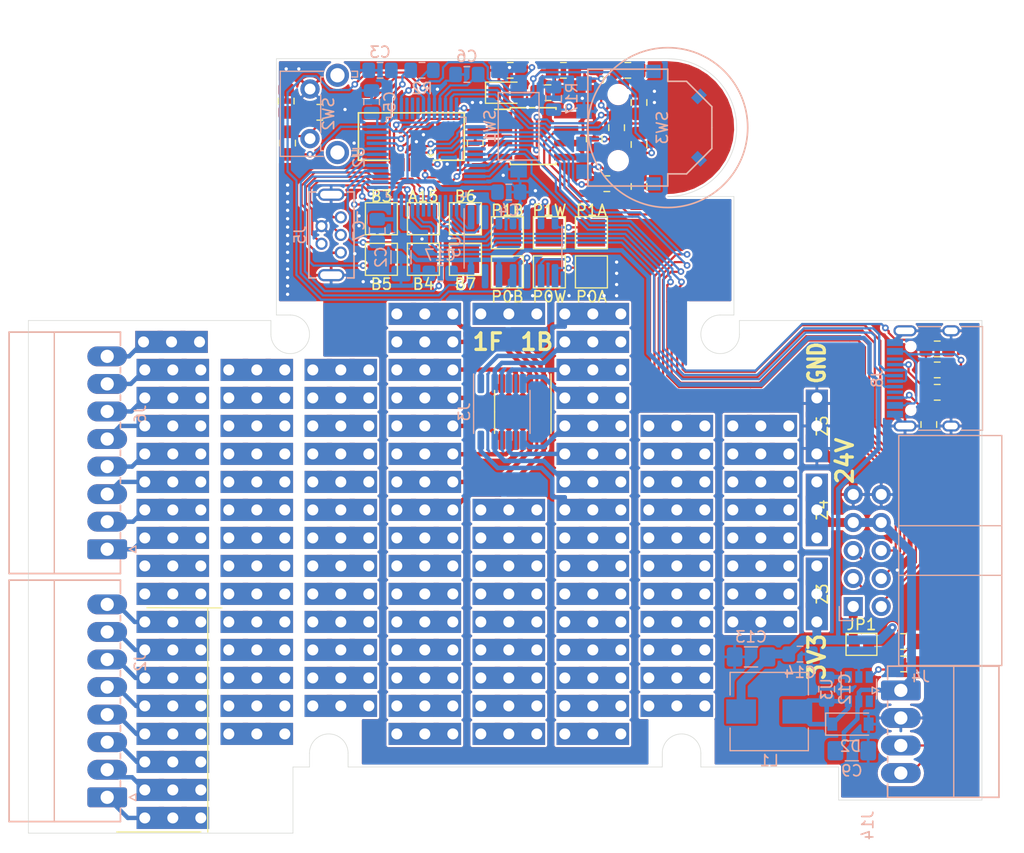
<source format=kicad_pcb>
(kicad_pcb (version 20171130) (host pcbnew "(5.1.2)-1")
  (layers (0 F.Cu signal) (31 B.Cu signal) (34 B.Paste user hide) (35 F.Paste user hide) (36 B.SilkS user hide) (37 F.SilkS user hide) (38 B.Mask user hide) (39 F.Mask user hide) (44 Edge.Cuts user))
  (net 0 "")
  (net 1 GND)
  (net 2 +3V3)
  (net 3 +24V)
  (net 4 "Net-(D1-Pad2)")
  (net 5 /USB+)
  (net 6 /USB-)
  (net 7 /RX)
  (net 8 /TX)
  (net 9 /SWDIO)
  (net 10 /SWCLK)
  (net 11 SPI_MOSI)
  (net 12 SPI_CLK)
  (net 13 "Net-(R11-Pad2)")
  (net 14 "Net-(R10-Pad1)")
  (net 15 /NRST)
  (net 16 ROTA)
  (net 17 ROTB)
  (net 18 ROTS)
  (net 19 "Net-(R15-Pad2)")
  (net 20 "Net-(J2-Pad8)")
  (net 21 "Net-(J2-Pad7)")
  (net 22 "Net-(J2-Pad6)")
  (net 23 "Net-(J2-Pad5)")
  (net 24 "Net-(J2-Pad4)")
  (net 25 "Net-(J2-Pad3)")
  (net 26 "Net-(J2-Pad2)")
  (net 27 "Net-(J2-Pad1)")
  (net 28 /SDA)
  (net 29 /SCL)
  (net 30 "Net-(Z41-Pad1)")
  (net 31 "Net-(Z42-Pad1)")
  (net 32 "Net-(Z43-Pad1)")
  (net 33 "Net-(Z44-Pad1)")
  (net 34 "Net-(Z45-Pad1)")
  (net 35 "Net-(Z46-Pad1)")
  (net 36 "Net-(Z47-Pad1)")
  (net 37 "Net-(Z48-Pad1)")
  (net 38 "Net-(Z49-Pad1)")
  (net 39 "Net-(Z50-Pad1)")
  (net 40 "Net-(Z51-Pad1)")
  (net 41 "Net-(Z52-Pad1)")
  (net 42 "Net-(Z53-Pad1)")
  (net 43 "Net-(Z54-Pad1)")
  (net 44 "Net-(Z55-Pad1)")
  (net 45 "Net-(Z56-Pad1)")
  (net 46 "Net-(Z57-Pad1)")
  (net 47 "Net-(Z58-Pad1)")
  (net 48 "Net-(Z59-Pad1)")
  (net 49 "Net-(Z60-Pad1)")
  (net 50 "Net-(Z61-Pad1)")
  (net 51 "Net-(Z62-Pad1)")
  (net 52 "Net-(Z63-Pad1)")
  (net 53 "Net-(Z64-Pad1)")
  (net 54 "Net-(Z65-Pad1)")
  (net 55 "Net-(Z66-Pad1)")
  (net 56 "Net-(Z67-Pad1)")
  (net 57 "Net-(Z68-Pad1)")
  (net 58 "Net-(Z69-Pad1)")
  (net 59 "Net-(Z70-Pad1)")
  (net 60 "Net-(Z71-Pad1)")
  (net 61 "Net-(Z72-Pad1)")
  (net 62 "Net-(Z73-Pad1)")
  (net 63 "Net-(Z74-Pad1)")
  (net 64 "Net-(Z75-Pad1)")
  (net 65 "Net-(Z76-Pad1)")
  (net 66 "Net-(Z77-Pad1)")
  (net 67 "Net-(Z78-Pad1)")
  (net 68 "Net-(Z79-Pad1)")
  (net 69 "Net-(Z80-Pad1)")
  (net 70 "Net-(J3-Pad8)")
  (net 71 "Net-(J3-Pad7)")
  (net 72 "Net-(J3-Pad6)")
  (net 73 "Net-(J3-Pad5)")
  (net 74 "Net-(J3-Pad4)")
  (net 75 "Net-(J3-Pad3)")
  (net 76 "Net-(J3-Pad2)")
  (net 77 "Net-(J3-Pad1)")
  (net 78 "Net-(J6-Pad1)")
  (net 79 "Net-(J6-Pad2)")
  (net 80 "Net-(J6-Pad3)")
  (net 81 "Net-(J6-Pad4)")
  (net 82 "Net-(J6-Pad5)")
  (net 83 "Net-(J6-Pad6)")
  (net 84 "Net-(J6-Pad7)")
  (net 85 "Net-(J6-Pad8)")
  (net 86 "Net-(J7-Pad1)")
  (net 87 "Net-(J7-Pad2)")
  (net 88 "Net-(J7-Pad3)")
  (net 89 "Net-(J7-Pad4)")
  (net 90 "Net-(J7-Pad5)")
  (net 91 "Net-(J7-Pad6)")
  (net 92 "Net-(J7-Pad7)")
  (net 93 "Net-(J7-Pad8)")
  (net 94 "Net-(J8-PadA4)")
  (net 95 "Net-(J8-PadA5)")
  (net 96 "Net-(J8-PadB5)")
  (net 97 "Net-(R2-Pad1)")
  (net 98 "Net-(R7-Pad2)")
  (net 99 "Net-(Z82-Pad1)")
  (net 100 "Net-(Z83-Pad1)")
  (net 101 "Net-(Z84-Pad1)")
  (net 102 "Net-(Z85-Pad1)")
  (net 103 "Net-(Z86-Pad1)")
  (net 104 "Net-(Z87-Pad1)")
  (net 105 "Net-(Z88-Pad1)")
  (net 106 "Net-(Z89-Pad1)")
  (net 107 "Net-(Z90-Pad1)")
  (net 108 "Net-(Z92-Pad1)")
  (net 109 "Net-(Z93-Pad1)")
  (net 110 "Net-(Z94-Pad1)")
  (net 111 "Net-(Z95-Pad1)")
  (net 112 "Net-(Z97-Pad1)")
  (net 113 "Net-(Z99-Pad1)")
  (net 114 "Net-(Z100-Pad1)")
  (net 115 "Net-(Z101-Pad1)")
  (net 116 "Net-(Z102-Pad1)")
  (net 117 "Net-(Z103-Pad1)")
  (net 118 "Net-(Z104-Pad1)")
  (net 119 "Net-(Z106-Pad1)")
  (net 120 "Net-(Z107-Pad1)")
  (net 121 "Net-(Z109-Pad1)")
  (net 122 "Net-(Z110-Pad1)")
  (net 123 "Net-(Z112-Pad1)")
  (net 124 "Net-(Z113-Pad1)")
  (net 125 "Net-(Z114-Pad1)")
  (net 126 S)
  (net 127 LCDBL)
  (net 128 LCDRS)
  (net 129 LCDCS)
  (net 130 CANR)
  (net 131 CANT)
  (net 132 LED)
  (net 133 "Net-(R17-Pad1)")
  (net 134 /INT0)
  (net 135 /INT1)
  (net 136 /INT2)
  (net 137 "Net-(J4-Pad1)")
  (net 138 VBUS)
  (net 139 SPI2_MOSI)
  (net 140 SPI2_CLK)
  (net 141 SPI2_CS_POTI)
  (net 142 "Net-(J1-Pad1)")
  (net 143 "Net-(J9-Pad1)")
  (net 144 "Net-(J10-Pad1)")
  (net 145 "Net-(J11-Pad1)")
  (net 146 "Net-(J12-Pad1)")
  (net 147 "Net-(J13-Pad1)")
  (net 148 /CANL)
  (net 149 /CANH)
  (net 150 "Net-(J15-Pad1)")
  (net 151 "Net-(J16-Pad1)")
  (net 152 "Net-(J17-Pad1)")
  (net 153 "Net-(J18-Pad1)")
  (net 154 "Net-(J19-Pad1)")
  (net 155 "Net-(J20-Pad1)")
  (net 156 "Net-(Z81-Pad1)")
  (net 157 "Net-(Z91-Pad1)")
  (net 158 "Net-(Z96-Pad1)")
  (net 159 "Net-(Z98-Pad1)")
  (net 160 "Net-(Z105-Pad1)")
  (net 161 "Net-(Z108-Pad1)")
  (net 162 "Net-(Z111-Pad1)")
  (net 163 /CB)
  (net 164 /SW)
  (net 165 /FB)
  (module sensact:StripRow3 (layer F.Cu) (at 100.33 95.25)
    (fp_text reference Z41 hide)
    (fp_text value StripRow3)
    (pad 1 thru_hole rect (at 0 0) (size 2.54 2) (drill 1) (layers *.Cu *.Mask) (net 30 "Net-(Z41-Pad1)"))
    (pad 1 thru_hole rect (at 2.54 0) (size 2.5 2) (drill 1 (offset -0.5 0)) (layers *.Cu *.Mask) (net 30 "Net-(Z41-Pad1)"))
    (pad 1 thru_hole rect (at -2.54 0) (size 2.5 2) (drill 1 (offset 0.5 0)) (layers *.Cu *.Mask) (net 30 "Net-(Z41-Pad1)"))
  )
  (module sensact:LQFP-48_7x7mm_P0.5mm_handsolder (layer B.Cu) (at 92.837 42.926 270)
    (fp_text reference U2 (at 0 6.1 90) (layer B.SilkS) (effects (justify mirror)))
    (fp_text value STM32F072C8Tx)
    (pad 48 smd roundrect (at -2.75 4.4125 270) (size 0.3 1.975) (layers B.Cu B.Paste B.Mask) (net 2 +3V3))
    (pad 47 smd roundrect (at -2.25 4.4125 270) (size 0.3 1.975) (layers B.Cu B.Paste B.Mask) (net 1 GND))
    (pad 46 smd roundrect (at -1.75 4.4125 270) (size 0.3 1.975) (layers B.Cu B.Paste B.Mask) (net 131 CANT))
    (pad 45 smd roundrect (at -1.25 4.4125 270) (size 0.3 1.975) (layers B.Cu B.Paste B.Mask) (net 130 CANR))
    (pad 44 smd roundrect (at -0.75 4.4125 270) (size 0.3 1.975) (layers B.Cu B.Paste B.Mask) (net 1 GND))
    (pad 43 smd roundrect (at -0.25 4.4125 270) (size 0.3 1.975) (layers B.Cu B.Paste B.Mask) (net 146 "Net-(J12-Pad1)"))
    (pad 42 smd roundrect (at 0.25 4.4125 270) (size 0.3 1.975) (layers B.Cu B.Paste B.Mask) (net 145 "Net-(J11-Pad1)"))
    (pad 41 smd roundrect (at 0.75 4.4125 270) (size 0.3 1.975) (layers B.Cu B.Paste B.Mask) (net 144 "Net-(J10-Pad1)"))
    (pad 40 smd roundrect (at 1.25 4.4125 270) (size 0.3 1.975) (layers B.Cu B.Paste B.Mask) (net 143 "Net-(J9-Pad1)"))
    (pad 39 smd roundrect (at 1.75 4.4125 270) (size 0.3 1.975) (layers B.Cu B.Paste B.Mask) (net 142 "Net-(J1-Pad1)"))
    (pad 38 smd roundrect (at 2.25 4.4125 270) (size 0.3 1.975) (layers B.Cu B.Paste B.Mask) (net 147 "Net-(J13-Pad1)"))
    (pad 36 smd roundrect (at 4.4125 2.75 270) (size 1.975 0.3) (layers B.Cu B.Paste B.Mask) (net 2 +3V3))
    (pad 35 smd roundrect (at 4.4125 2.25 270) (size 1.975 0.3) (layers B.Cu B.Paste B.Mask) (net 1 GND))
    (pad 34 smd roundrect (at 4.4125 1.75 270) (size 1.975 0.3) (layers B.Cu B.Paste B.Mask) (net 9 /SWDIO))
    (pad 33 smd roundrect (at 4.4125 1.25 270) (size 1.975 0.3) (layers B.Cu B.Paste B.Mask) (net 5 /USB+))
    (pad 32 smd roundrect (at 4.4125 0.75 270) (size 1.975 0.3) (layers B.Cu B.Paste B.Mask) (net 6 /USB-))
    (pad 31 smd roundrect (at 4.4125 0.25 270) (size 1.975 0.3) (layers B.Cu B.Paste B.Mask) (net 7 /RX))
    (pad 30 smd roundrect (at 4.4125 -0.25 270) (size 1.975 0.3) (layers B.Cu B.Paste B.Mask) (net 8 /TX))
    (pad 29 smd roundrect (at 4.4125 -0.75 270) (size 1.975 0.3) (layers B.Cu B.Paste B.Mask) (net 138 VBUS))
    (pad 28 smd roundrect (at 4.4125 -1.25 270) (size 1.975 0.3) (layers B.Cu B.Paste B.Mask) (net 139 SPI2_MOSI))
    (pad 27 smd roundrect (at 4.4125 -1.75 270) (size 1.975 0.3) (layers B.Cu B.Paste B.Mask))
    (pad 26 smd roundrect (at 4.4125 -2.25 270) (size 1.975 0.3) (layers B.Cu B.Paste B.Mask) (net 140 SPI2_CLK))
    (pad 24 smd roundrect (at 2.75 -4.4125 270) (size 0.3 1.975) (layers B.Cu B.Paste B.Mask) (net 2 +3V3))
    (pad 23 smd roundrect (at 2.25 -4.4125 270) (size 0.3 1.975) (layers B.Cu B.Paste B.Mask) (net 1 GND))
    (pad 22 smd roundrect (at 1.75 -4.4125 270) (size 0.3 1.975) (layers B.Cu B.Paste B.Mask) (net 28 /SDA))
    (pad 21 smd roundrect (at 1.25 -4.4125 270) (size 0.3 1.975) (layers B.Cu B.Paste B.Mask) (net 29 /SCL))
    (pad 20 smd roundrect (at 0.75 -4.4125 270) (size 0.3 1.975) (layers B.Cu B.Paste B.Mask) (net 18 ROTS))
    (pad 19 smd roundrect (at 0.25 -4.4125 270) (size 0.3 1.975) (layers B.Cu B.Paste B.Mask) (net 134 /INT0))
    (pad 18 smd roundrect (at -0.25 -4.4125 270) (size 0.3 1.975) (layers B.Cu B.Paste B.Mask) (net 135 /INT1))
    (pad 17 smd roundrect (at -0.75 -4.4125 270) (size 0.3 1.975) (layers B.Cu B.Paste B.Mask) (net 11 SPI_MOSI))
    (pad 16 smd roundrect (at -1.25 -4.4125 270) (size 0.3 1.975) (layers B.Cu B.Paste B.Mask) (net 129 LCDCS))
    (pad 15 smd roundrect (at -1.75 -4.4125 270) (size 0.3 1.975) (layers B.Cu B.Paste B.Mask) (net 12 SPI_CLK))
    (pad 14 smd roundrect (at -2.25 -4.4125 270) (size 0.3 1.975) (layers B.Cu B.Paste B.Mask) (net 136 /INT2))
    (pad 12 smd roundrect (at -4.4125 -2.75 270) (size 1.975 0.3) (layers B.Cu B.Paste B.Mask) (net 132 LED))
    (pad 11 smd roundrect (at -4.4125 -2.25 270) (size 1.975 0.3) (layers B.Cu B.Paste B.Mask) (net 16 ROTA))
    (pad 10 smd roundrect (at -4.4125 -1.75 270) (size 1.975 0.3) (layers B.Cu B.Paste B.Mask) (net 17 ROTB))
    (pad 9 smd roundrect (at -4.4125 -1.25 270) (size 1.975 0.3) (layers B.Cu B.Paste B.Mask) (net 2 +3V3))
    (pad 8 smd roundrect (at -4.4125 -0.75 270) (size 1.975 0.3) (layers B.Cu B.Paste B.Mask) (net 1 GND))
    (pad 7 smd roundrect (at -4.4125 -0.25 270) (size 1.975 0.3) (layers B.Cu B.Paste B.Mask) (net 15 /NRST))
    (pad 6 smd roundrect (at -4.4125 0.25 270) (size 1.975 0.3) (layers B.Cu B.Paste B.Mask) (net 127 LCDBL))
    (pad 5 smd roundrect (at -4.4125 0.75 270) (size 1.975 0.3) (layers B.Cu B.Paste B.Mask))
    (pad 4 smd roundrect (at -4.4125 1.25 270) (size 1.975 0.3) (layers B.Cu B.Paste B.Mask))
    (pad 3 smd roundrect (at -4.4125 1.75 270) (size 1.975 0.3) (layers B.Cu B.Paste B.Mask))
    (pad 2 smd roundrect (at -4.4125 2.25 270) (size 1.975 0.3) (layers B.Cu B.Paste B.Mask) (net 126 S))
    (pad 37 smd roundrect (at 2.75 4.4125 270) (size 0.3 1.975) (layers B.Cu B.Paste B.Mask) (net 10 /SWCLK))
    (pad 25 smd roundrect (at 4.4125 -2.75 270) (size 1.975 0.3) (layers B.Cu B.Paste B.Mask) (net 141 SPI2_CS_POTI))
    (pad 13 smd roundrect (at -2.75 -4.4125 270) (size 0.3 1.975) (layers B.Cu B.Paste B.Mask) (net 128 LCDRS))
    (pad 1 smd roundrect (at -4.4125 2.75 270) (size 1.975 0.3) (layers B.Cu B.Paste B.Mask) (net 2 +3V3))
  )
  (module Connector_IDC:IDC-Header_2x05_P2.54mm_Horizontal (layer B.Cu) (at 131.572 83.693)
    (fp_text reference J4 (at 6.105 6.35) (layer B.SilkS) (effects (justify mirror)))
    (fp_text value SensactBusConnector)
    (pad 1 thru_hole rect (at 0 0) (size 1.7272 1.7272) (drill 1.016) (layers *.Cu *.Mask) (net 137 "Net-(J4-Pad1)"))
    (pad 2 thru_hole oval (at 2.54 0) (size 1.7272 1.7272) (drill 1.016) (layers *.Cu *.Mask) (net 29 /SCL))
    (pad 3 thru_hole oval (at 0 -2.54) (size 1.7272 1.7272) (drill 1.016) (layers *.Cu *.Mask) (net 28 /SDA))
    (pad 4 thru_hole oval (at 2.54 -2.54) (size 1.7272 1.7272) (drill 1.016) (layers *.Cu *.Mask) (net 134 /INT0))
    (pad 5 thru_hole oval (at 0 -5.08) (size 1.7272 1.7272) (drill 1.016) (layers *.Cu *.Mask) (net 135 /INT1))
    (pad 6 thru_hole oval (at 2.54 -5.08) (size 1.7272 1.7272) (drill 1.016) (layers *.Cu *.Mask) (net 136 /INT2))
    (pad 7 thru_hole oval (at 0 -7.62) (size 1.7272 1.7272) (drill 1.016) (layers *.Cu *.Mask) (net 3 +24V))
    (pad 8 thru_hole oval (at 2.54 -7.62) (size 1.7272 1.7272) (drill 1.016) (layers *.Cu *.Mask) (net 3 +24V))
    (pad 9 thru_hole oval (at 0 -10.16) (size 1.7272 1.7272) (drill 1.016) (layers *.Cu *.Mask) (net 1 GND))
    (pad 10 thru_hole oval (at 2.54 -10.16) (size 1.7272 1.7272) (drill 1.016) (layers *.Cu *.Mask) (net 1 GND))
  )
  (module sensact:StripRow3 (layer F.Cu) (at 123.19 67.31)
    (fp_text reference Z111 hide)
    (fp_text value StripRow3)
    (pad 1 thru_hole rect (at -2.54 0) (size 2.5 2) (drill 1 (offset 0.5 0)) (layers *.Cu *.Mask) (net 162 "Net-(Z111-Pad1)"))
    (pad 1 thru_hole rect (at 2.54 0) (size 2.5 2) (drill 1 (offset -0.5 0)) (layers *.Cu *.Mask) (net 162 "Net-(Z111-Pad1)"))
    (pad 1 thru_hole rect (at 0 0) (size 2.54 2) (drill 1) (layers *.Cu *.Mask) (net 162 "Net-(Z111-Pad1)"))
  )
  (module sensact:StripRow3 (layer F.Cu) (at 123.19 85.09)
    (fp_text reference Z108 hide)
    (fp_text value StripRow3)
    (pad 1 thru_hole rect (at -2.54 0) (size 2.5 2) (drill 1 (offset 0.5 0)) (layers *.Cu *.Mask) (net 161 "Net-(Z108-Pad1)"))
    (pad 1 thru_hole rect (at 2.54 0) (size 2.5 2) (drill 1 (offset -0.5 0)) (layers *.Cu *.Mask) (net 161 "Net-(Z108-Pad1)"))
    (pad 1 thru_hole rect (at 0 0) (size 2.54 2) (drill 1) (layers *.Cu *.Mask) (net 161 "Net-(Z108-Pad1)"))
  )
  (module sensact:StripRow3 (layer F.Cu) (at 115.57 85.09)
    (fp_text reference Z105 hide)
    (fp_text value StripRow3)
    (pad 1 thru_hole rect (at -2.54 0) (size 2.5 2) (drill 1 (offset 0.5 0)) (layers *.Cu *.Mask) (net 160 "Net-(Z105-Pad1)"))
    (pad 1 thru_hole rect (at 2.54 0) (size 2.5 2) (drill 1 (offset -0.5 0)) (layers *.Cu *.Mask) (net 160 "Net-(Z105-Pad1)"))
    (pad 1 thru_hole rect (at 0 0) (size 2.54 2) (drill 1) (layers *.Cu *.Mask) (net 160 "Net-(Z105-Pad1)"))
  )
  (module sensact:StripRow3 (layer F.Cu) (at 123.19 77.47)
    (fp_text reference Z98 hide)
    (fp_text value StripRow3)
    (pad 1 thru_hole rect (at -2.54 0) (size 2.5 2) (drill 1 (offset 0.5 0)) (layers *.Cu *.Mask) (net 159 "Net-(Z98-Pad1)"))
    (pad 1 thru_hole rect (at 2.54 0) (size 2.5 2) (drill 1 (offset -0.5 0)) (layers *.Cu *.Mask) (net 159 "Net-(Z98-Pad1)"))
    (pad 1 thru_hole rect (at 0 0) (size 2.54 2) (drill 1) (layers *.Cu *.Mask) (net 159 "Net-(Z98-Pad1)"))
  )
  (module sensact:StripRow3 (layer F.Cu) (at 123.19 74.93)
    (fp_text reference Z96 hide)
    (fp_text value StripRow3)
    (pad 1 thru_hole rect (at -2.54 0) (size 2.5 2) (drill 1 (offset 0.5 0)) (layers *.Cu *.Mask) (net 158 "Net-(Z96-Pad1)"))
    (pad 1 thru_hole rect (at 2.54 0) (size 2.5 2) (drill 1 (offset -0.5 0)) (layers *.Cu *.Mask) (net 158 "Net-(Z96-Pad1)"))
    (pad 1 thru_hole rect (at 0 0) (size 2.54 2) (drill 1) (layers *.Cu *.Mask) (net 158 "Net-(Z96-Pad1)"))
  )
  (module sensact:StripRow3 (layer F.Cu) (at 123.19 80.01)
    (fp_text reference Z91 hide)
    (fp_text value StripRow3)
    (pad 1 thru_hole rect (at -2.54 0) (size 2.5 2) (drill 1 (offset 0.5 0)) (layers *.Cu *.Mask) (net 157 "Net-(Z91-Pad1)"))
    (pad 1 thru_hole rect (at 2.54 0) (size 2.5 2) (drill 1 (offset -0.5 0)) (layers *.Cu *.Mask) (net 157 "Net-(Z91-Pad1)"))
    (pad 1 thru_hole rect (at 0 0) (size 2.54 2) (drill 1) (layers *.Cu *.Mask) (net 157 "Net-(Z91-Pad1)"))
  )
  (module sensact:StripRow3 (layer F.Cu) (at 123.19 69.85)
    (fp_text reference Z81 hide)
    (fp_text value StripRow3)
    (pad 1 thru_hole rect (at -2.54 0) (size 2.5 2) (drill 1 (offset 0.5 0)) (layers *.Cu *.Mask) (net 156 "Net-(Z81-Pad1)"))
    (pad 1 thru_hole rect (at 2.54 0) (size 2.5 2) (drill 1 (offset -0.5 0)) (layers *.Cu *.Mask) (net 156 "Net-(Z81-Pad1)"))
    (pad 1 thru_hole rect (at 0 0) (size 2.54 2) (drill 1) (layers *.Cu *.Mask) (net 156 "Net-(Z81-Pad1)"))
  )
  (module Capacitor_SMD:C_1206_3216Metric_Pad1.42x1.75mm_HandSolder (layer B.Cu) (at 90.551 52.0065 270)
    (fp_text reference C2 (at 0 1.82 90) (layer B.SilkS) (effects (justify mirror)))
    (fp_text value 4u7)
    (pad 2 smd roundrect (at 1.4875 0 270) (size 1.425 1.75) (layers B.Cu B.Paste B.Mask) (roundrect_rratio 0.175439) (net 1 GND))
    (pad 1 smd roundrect (at -1.4875 0 270) (size 1.425 1.75) (layers B.Cu B.Paste B.Mask) (roundrect_rratio 0.175439) (net 2 +3V3))
  )
  (module sensact:FPC_TOP_1x08-1MP_P0.50mm_Horizontal (layer F.Cu) (at 91.488 43.012 180)
    (fp_text reference U1 hide)
    (fp_text value FP-096H09A)
    (pad MP smd rect (at -3.35 1.61 180) (size 2.2 3.3) (layers F.Cu F.Paste F.Mask))
    (pad MP smd rect (at 3.35 1.61 180) (size 2.2 3.3) (layers F.Cu F.Paste F.Mask))
    (pad 1 smd rect (at -1.75 -0.6 180) (size 0.3 1.2) (layers F.Cu F.Paste F.Mask) (net 129 LCDCS))
    (pad 2 smd rect (at -1.25 -0.6 180) (size 0.3 1.2) (layers F.Cu F.Paste F.Mask) (net 2 +3V3))
    (pad 3 smd rect (at -0.75 -0.6 180) (size 0.3 1.2) (layers F.Cu F.Paste F.Mask) (net 12 SPI_CLK))
    (pad 4 smd rect (at -0.25 -0.6 180) (size 0.3 1.2) (layers F.Cu F.Paste F.Mask) (net 11 SPI_MOSI))
    (pad 8 smd rect (at 1.75 -0.6 180) (size 0.3 1.2) (layers F.Cu F.Paste F.Mask) (net 97 "Net-(R2-Pad1)"))
    (pad 7 smd rect (at 1.25 -0.6 180) (size 0.3 1.2) (layers F.Cu F.Paste F.Mask) (net 1 GND))
    (pad 6 smd rect (at 0.75 -0.6 180) (size 0.3 1.2) (layers F.Cu F.Paste F.Mask) (net 15 /NRST))
    (pad 5 smd rect (at 0.25 -0.6 180) (size 0.3 1.2) (layers F.Cu F.Paste F.Mask) (net 128 LCDRS))
  )
  (module Package_SO:SO-8_3.9x4.9mm_P1.27mm (layer F.Cu) (at 101.6 66.04 270)
    (fp_text reference J7 hide)
    (fp_text value SO8)
    (pad 1 smd roundrect (at -2.575 -1.905 270) (size 1.75 0.6) (layers F.Cu F.Paste F.Mask) (net 86 "Net-(J7-Pad1)"))
    (pad 2 smd roundrect (at -2.575 -0.635 270) (size 1.75 0.6) (layers F.Cu F.Paste F.Mask) (net 87 "Net-(J7-Pad2)"))
    (pad 3 smd roundrect (at -2.575 0.635 270) (size 1.75 0.6) (layers F.Cu F.Paste F.Mask) (net 88 "Net-(J7-Pad3)"))
    (pad 4 smd roundrect (at -2.575 1.905 270) (size 1.75 0.6) (layers F.Cu F.Paste F.Mask) (net 89 "Net-(J7-Pad4)"))
    (pad 5 smd roundrect (at 2.575 1.905 270) (size 1.75 0.6) (layers F.Cu F.Paste F.Mask) (net 90 "Net-(J7-Pad5)"))
    (pad 6 smd roundrect (at 2.575 0.635 270) (size 1.75 0.6) (layers F.Cu F.Paste F.Mask) (net 91 "Net-(J7-Pad6)"))
    (pad 7 smd roundrect (at 2.575 -0.635 270) (size 1.75 0.6) (layers F.Cu F.Paste F.Mask) (net 92 "Net-(J7-Pad7)"))
    (pad 8 smd roundrect (at 2.575 -1.905 270) (size 1.75 0.6) (layers F.Cu F.Paste F.Mask) (net 93 "Net-(J7-Pad8)"))
  )
  (module Resistor_SMD:R_0805_2012Metric_Pad1.15x1.40mm_HandSolder (layer B.Cu) (at 104.394 37.592 90)
    (fp_text reference R17 (at 0 1.65 90) (layer B.SilkS) (effects (justify mirror)))
    (fp_text value 10k)
    (pad 2 smd roundrect (at 1.025 0 90) (size 1.15 1.4) (layers B.Cu B.Paste B.Mask) (roundrect_rratio 0.217391) (net 1 GND))
    (pad 1 smd roundrect (at -1.025 0 90) (size 1.15 1.4) (layers B.Cu B.Paste B.Mask) (roundrect_rratio 0.217391) (net 133 "Net-(R17-Pad1)"))
  )
  (module sensact:PhoenixContact_MC_0,5_4-G-2.5_1x04_P2.50mm_Horizontal (layer B.Cu) (at 135.89 91.3 270)
    (fp_text reference J14 (at 12.25 3 270) (layer B.SilkS) (effects (justify mirror)))
    (fp_text value Conn_01x04)
    (pad 4 thru_hole oval (at 7.5 0 270) (size 1.8 3.6) (drill 1.2) (layers *.Cu *.Mask) (net 148 /CANL))
    (pad 3 thru_hole oval (at 5 0 270) (size 1.8 3.6) (drill 1.2) (layers *.Cu *.Mask) (net 149 /CANH))
    (pad 2 thru_hole oval (at 2.5 0 270) (size 1.8 3.6) (drill 1.2) (layers *.Cu *.Mask) (net 1 GND))
    (pad 1 thru_hole roundrect (at 0 0 270) (size 1.8 3.6) (drill 1.2) (layers *.Cu *.Mask) (roundrect_rratio 0.138889) (net 3 +24V))
  )
  (module Package_TO_SOT_SMD:SOT-23-6 (layer B.Cu) (at 132.08 91.186 270)
    (fp_text reference U3 (at 0 2.9 270) (layer B.SilkS) (effects (justify mirror)))
    (fp_text value LMR14206)
    (pad 5 smd rect (at 1.1 0 270) (size 1.06 0.65) (layers B.Cu B.Paste B.Mask) (net 3 +24V))
    (pad 6 smd rect (at 1.1 0.95 270) (size 1.06 0.65) (layers B.Cu B.Paste B.Mask) (net 164 /SW))
    (pad 4 smd rect (at 1.1 -0.95 270) (size 1.06 0.65) (layers B.Cu B.Paste B.Mask))
    (pad 3 smd rect (at -1.1 -0.95 270) (size 1.06 0.65) (layers B.Cu B.Paste B.Mask) (net 165 /FB))
    (pad 2 smd rect (at -1.1 0 270) (size 1.06 0.65) (layers B.Cu B.Paste B.Mask) (net 1 GND))
    (pad 1 smd rect (at -1.1 0.95 270) (size 1.06 0.65) (layers B.Cu B.Paste B.Mask) (net 163 /CB))
  )
  (module Capacitor_SMD:C_1206_3216Metric_Pad1.42x1.75mm_HandSolder (layer B.Cu) (at 131.445 96.774)
    (fp_text reference C9 (at 0 1.82) (layer B.SilkS) (effects (justify mirror)))
    (fp_text value 4u7)
    (pad 2 smd roundrect (at 1.4875 0) (size 1.425 1.75) (layers B.Cu B.Paste B.Mask) (roundrect_rratio 0.175439) (net 1 GND))
    (pad 1 smd roundrect (at -1.4875 0) (size 1.425 1.75) (layers B.Cu B.Paste B.Mask) (roundrect_rratio 0.175439) (net 3 +24V))
  )
  (module TestPoint:TestPoint_Pad_2.5x2.5mm (layer F.Cu) (at 100.203 49.784)
    (fp_text reference J20 hide)
    (fp_text value P1B (at 0 -2.032) (layer F.SilkS))
    (pad 1 smd rect (at 0 0) (size 2.5 2.5) (layers F.Cu F.Mask) (net 155 "Net-(J20-Pad1)"))
  )
  (module TestPoint:TestPoint_Pad_2.5x2.5mm (layer F.Cu) (at 104.013 49.784)
    (fp_text reference J19 hide)
    (fp_text value P1W (at 0 -2.032) (layer F.SilkS))
    (pad 1 smd rect (at 0 0) (size 2.5 2.5) (layers F.Cu F.Mask) (net 154 "Net-(J19-Pad1)"))
  )
  (module TestPoint:TestPoint_Pad_2.5x2.5mm (layer F.Cu) (at 107.823 49.784)
    (fp_text reference J18 hide)
    (fp_text value P1A (at 0 -2.032) (layer F.SilkS))
    (pad 1 smd rect (at 0 0) (size 2.5 2.5) (layers F.Cu F.Mask) (net 153 "Net-(J18-Pad1)"))
  )
  (module TestPoint:TestPoint_Pad_2.5x2.5mm (layer F.Cu) (at 100.203 53.34)
    (fp_text reference J17 hide)
    (fp_text value P0B (at 0 2.25) (layer F.SilkS))
    (pad 1 smd rect (at 0 0) (size 2.5 2.5) (layers F.Cu F.Mask) (net 152 "Net-(J17-Pad1)"))
  )
  (module TestPoint:TestPoint_Pad_2.5x2.5mm (layer F.Cu) (at 104.013 53.34)
    (fp_text reference J16 hide)
    (fp_text value P0W (at 0 2.25) (layer F.SilkS))
    (pad 1 smd rect (at 0 0) (size 2.5 2.5) (layers F.Cu F.Mask) (net 151 "Net-(J16-Pad1)"))
  )
  (module TestPoint:TestPoint_Pad_2.5x2.5mm (layer F.Cu) (at 107.823 53.34)
    (fp_text reference J15 hide)
    (fp_text value P0A (at 0 2.25) (layer F.SilkS))
    (pad 1 smd rect (at 0 0) (size 2.5 2.5) (layers F.Cu F.Mask) (net 150 "Net-(J15-Pad1)"))
  )
  (module TestPoint:TestPoint_Pad_2.5x2.5mm (layer F.Cu) (at 92.583 52.197)
    (fp_text reference J9 hide)
    (fp_text value B4 (at 0 2.25) (layer F.SilkS))
    (pad 1 smd rect (at 0 0) (size 2.5 2.5) (layers F.Cu F.Mask) (net 143 "Net-(J9-Pad1)"))
  )
  (module TestPoint:TestPoint_Pad_2.5x2.5mm (layer F.Cu) (at 92.583 48.514)
    (fp_text reference J13 hide)
    (fp_text value A15 (at 0 -2.032) (layer F.SilkS))
    (pad 1 smd rect (at 0 0) (size 2.5 2.5) (layers F.Cu F.Mask) (net 147 "Net-(J13-Pad1)"))
  )
  (module TestPoint:TestPoint_Pad_2.5x2.5mm (layer F.Cu) (at 96.393 52.197)
    (fp_text reference J12 hide)
    (fp_text value B7 (at 0 2.25) (layer F.SilkS))
    (pad 1 smd rect (at 0 0) (size 2.5 2.5) (layers F.Cu F.Mask) (net 146 "Net-(J12-Pad1)"))
  )
  (module TestPoint:TestPoint_Pad_2.5x2.5mm (layer F.Cu) (at 96.393 48.514)
    (fp_text reference J11 hide)
    (fp_text value B6 (at 0 -2.032) (layer F.SilkS))
    (pad 1 smd rect (at 0 0) (size 2.5 2.5) (layers F.Cu F.Mask) (net 145 "Net-(J11-Pad1)"))
  )
  (module TestPoint:TestPoint_Pad_2.5x2.5mm (layer F.Cu) (at 88.773 52.197)
    (fp_text reference J10 hide)
    (fp_text value B5 (at 0 2.25) (layer F.SilkS))
    (pad 1 smd rect (at 0 0) (size 2.5 2.5) (layers F.Cu F.Mask) (net 144 "Net-(J10-Pad1)"))
  )
  (module TestPoint:TestPoint_Pad_2.5x2.5mm (layer F.Cu) (at 88.773 48.514)
    (fp_text reference J1 hide)
    (fp_text value B3 (at 0 -2.032) (layer F.SilkS))
    (pad 1 smd rect (at 0 0) (size 2.5 2.5) (layers F.Cu F.Mask) (net 142 "Net-(J1-Pad1)"))
  )
  (module Capacitor_SMD:C_0805_2012Metric_Pad1.15x1.40mm_HandSolder (layer B.Cu) (at 87.884 37.9095 90)
    (fp_text reference C5 (at 0 1.65 90) (layer B.SilkS) (effects (justify mirror)))
    (fp_text value u1)
    (pad 2 smd roundrect (at 1.025 0 90) (size 1.15 1.4) (layers B.Cu B.Paste B.Mask) (roundrect_rratio 0.217391) (net 1 GND))
    (pad 1 smd roundrect (at -1.025 0 90) (size 1.15 1.4) (layers B.Cu B.Paste B.Mask) (roundrect_rratio 0.217391) (net 2 +3V3))
  )
  (module sensact:SOIC-14_3.9x8.7mm_P1.27mm_handsolder (layer B.Cu) (at 100.711 51.054 270)
    (fp_text reference U5 (at 0 5.28 90) (layer B.SilkS) (effects (justify mirror)))
    (fp_text value MCP42010)
    (pad 14 smd roundrect (at 2.675 3.81 270) (size 2.2 0.6) (layers B.Cu B.Paste B.Mask) (net 2 +3V3))
    (pad 13 smd roundrect (at 2.675 2.54 270) (size 2.2 0.6) (layers B.Cu B.Paste B.Mask))
    (pad 12 smd roundrect (at 2.675 1.27 270) (size 2.2 0.6) (layers B.Cu B.Paste B.Mask) (net 2 +3V3))
    (pad 11 smd roundrect (at 2.675 0 270) (size 2.2 0.6) (layers B.Cu B.Paste B.Mask) (net 15 /NRST))
    (pad 10 smd roundrect (at 2.675 -1.27 270) (size 2.2 0.6) (layers B.Cu B.Paste B.Mask) (net 152 "Net-(J17-Pad1)"))
    (pad 9 smd roundrect (at 2.675 -2.54 270) (size 2.2 0.6) (layers B.Cu B.Paste B.Mask) (net 151 "Net-(J16-Pad1)"))
    (pad 7 smd roundrect (at -2.675 -3.81 270) (size 2.2 0.6) (layers B.Cu B.Paste B.Mask) (net 153 "Net-(J18-Pad1)"))
    (pad 6 smd roundrect (at -2.675 -2.54 270) (size 2.2 0.6) (layers B.Cu B.Paste B.Mask) (net 154 "Net-(J19-Pad1)"))
    (pad 5 smd roundrect (at -2.675 -1.27 270) (size 2.2 0.6) (layers B.Cu B.Paste B.Mask) (net 155 "Net-(J20-Pad1)"))
    (pad 4 smd roundrect (at -2.675 0 270) (size 2.2 0.6) (layers B.Cu B.Paste B.Mask) (net 1 GND))
    (pad 3 smd roundrect (at -2.675 1.27 270) (size 2.2 0.6) (layers B.Cu B.Paste B.Mask) (net 139 SPI2_MOSI))
    (pad 2 smd roundrect (at -2.675 2.54 270) (size 2.2 0.6) (layers B.Cu B.Paste B.Mask) (net 140 SPI2_CLK))
    (pad 8 smd roundrect (at 2.675 -3.81 270) (size 2.2 0.6) (layers B.Cu B.Paste B.Mask) (net 150 "Net-(J15-Pad1)"))
    (pad 1 smd roundrect (at -2.675 3.81 270) (size 2.2 0.6) (layers B.Cu B.Paste B.Mask) (net 141 SPI2_CS_POTI))
  )
  (module Connector_USB:USB_Micro-B_Tensility_54-00023_Vertical (layer B.Cu) (at 85.09 48.387 270)
    (fp_text reference J5 (at 1.6 3.7 90) (layer B.SilkS) (effects (justify mirror)))
    (fp_text value PROG)
    (pad 1 thru_hole circle (at 0 0 270) (size 1.1 1.1) (drill 0.7) (layers *.Cu *.Mask) (net 10 /SWCLK))
    (pad 2 thru_hole circle (at 0.8 1.75 270) (size 1.1 1.1) (drill 0.7) (layers *.Cu *.Mask) (net 1 GND))
    (pad 3 thru_hole circle (at 1.6 0 270) (size 1.1 1.1) (drill 0.7) (layers *.Cu *.Mask) (net 9 /SWDIO))
    (pad 4 thru_hole circle (at 2.4 1.75 270) (size 1.1 1.1) (drill 0.7) (layers *.Cu *.Mask) (net 8 /TX))
    (pad 5 thru_hole circle (at 3.2 0 270) (size 1.1 1.1) (drill 0.7) (layers *.Cu *.Mask) (net 7 /RX))
    (pad 6 thru_hole oval (at -2.05 0.875 270) (size 1.1 2.4) (drill oval 0.7 2) (layers *.Cu *.Mask) (net 1 GND))
    (pad 6 thru_hole oval (at 5.25 0.875 270) (size 1.1 2.4) (drill oval 0.7 2) (layers *.Cu *.Mask) (net 1 GND))
  )
  (module sensact:PhoenixContact_MC_0,5_8-G-2.5_1x08_P2.50mm_Horizontal (layer B.Cu) (at 63.9 78.5 90)
    (fp_text reference J6 (at 12.25 3 90) (layer B.SilkS) (effects (justify mirror)))
    (fp_text value LINKS2)
    (pad 8 thru_hole oval (at 17.5 0 90) (size 1.8 3.6) (drill 1.2) (layers *.Cu *.Mask) (net 85 "Net-(J6-Pad8)"))
    (pad 7 thru_hole oval (at 15 0 90) (size 1.8 3.6) (drill 1.2) (layers *.Cu *.Mask) (net 84 "Net-(J6-Pad7)"))
    (pad 6 thru_hole oval (at 12.5 0 90) (size 1.8 3.6) (drill 1.2) (layers *.Cu *.Mask) (net 83 "Net-(J6-Pad6)"))
    (pad 5 thru_hole oval (at 10 0 90) (size 1.8 3.6) (drill 1.2) (layers *.Cu *.Mask) (net 82 "Net-(J6-Pad5)"))
    (pad 4 thru_hole oval (at 7.5 0 90) (size 1.8 3.6) (drill 1.2) (layers *.Cu *.Mask) (net 81 "Net-(J6-Pad4)"))
    (pad 3 thru_hole oval (at 5 0 90) (size 1.8 3.6) (drill 1.2) (layers *.Cu *.Mask) (net 80 "Net-(J6-Pad3)"))
    (pad 2 thru_hole oval (at 2.5 0 90) (size 1.8 3.6) (drill 1.2) (layers *.Cu *.Mask) (net 79 "Net-(J6-Pad2)"))
    (pad 1 thru_hole roundrect (at 0 0 90) (size 1.8 3.6) (drill 1.2) (layers *.Cu *.Mask) (roundrect_rratio 0.138889) (net 78 "Net-(J6-Pad1)"))
  )
  (module Jumper:SolderJumper-2_P1.3mm_Open_Pad1.0x1.5mm (layer F.Cu) (at 132.319 87.122)
    (fp_text reference JP1 (at 0 -1.8) (layer F.SilkS))
    (fp_text value 3V3_INT)
    (pad 1 smd rect (at -0.65 0) (size 1 1.5) (layers F.Cu F.Mask) (net 137 "Net-(J4-Pad1)"))
    (pad 2 smd rect (at 0.65 0) (size 1 1.5) (layers F.Cu F.Mask) (net 2 +3V3))
  )
  (module Capacitor_SMD:C_0805_2012Metric_Pad1.15x1.40mm_HandSolder (layer B.Cu) (at 94.107 53.467 180)
    (fp_text reference C17 (at 0 1.65) (layer B.SilkS) (effects (justify mirror)))
    (fp_text value u1)
    (pad 2 smd roundrect (at 1.025 0 180) (size 1.15 1.4) (layers B.Cu B.Paste B.Mask) (roundrect_rratio 0.217391) (net 1 GND))
    (pad 1 smd roundrect (at -1.025 0 180) (size 1.15 1.4) (layers B.Cu B.Paste B.Mask) (roundrect_rratio 0.217391) (net 2 +3V3))
  )
  (module sensact:SOIC-8_3.9x4.9mm_Pitch1.27mm_handsolder (layer F.Cu) (at 102.537 41.021)
    (fp_text reference U4 hide)
    (fp_text value SN65HVD230 hide)
    (pad 8 smd rect (at 3 -1.905) (size 2.2 0.6) (layers F.Cu F.Paste F.Mask) (net 133 "Net-(R17-Pad1)"))
    (pad 7 smd rect (at 3 -0.635) (size 2.2 0.6) (layers F.Cu F.Paste F.Mask) (net 149 /CANH))
    (pad 6 smd rect (at 3 0.635) (size 2.2 0.6) (layers F.Cu F.Paste F.Mask) (net 148 /CANL))
    (pad 5 smd rect (at 3 1.905) (size 2.2 0.6) (layers F.Cu F.Paste F.Mask))
    (pad 4 smd rect (at -3 1.905) (size 2.2 0.6) (layers F.Cu F.Paste F.Mask) (net 130 CANR))
    (pad 3 smd rect (at -3 0.635) (size 2.2 0.6) (layers F.Cu F.Paste F.Mask) (net 2 +3V3))
    (pad 2 smd rect (at -3 -0.635) (size 2.2 0.6) (layers F.Cu F.Paste F.Mask) (net 1 GND))
    (pad 1 smd rect (at -3 -1.905) (size 2.2 0.6) (layers F.Cu F.Paste F.Mask) (net 131 CANT))
  )
  (module Resistor_SMD:R_0805_2012Metric_Pad1.15x1.40mm_HandSolder (layer F.Cu) (at 112.141 45.593 270)
    (fp_text reference R11 hide)
    (fp_text value 1k)
    (pad 2 smd roundrect (at 1.025 0 270) (size 1.15 1.4) (layers F.Cu F.Paste F.Mask) (roundrect_rratio 0.217391) (net 13 "Net-(R11-Pad2)"))
    (pad 1 smd roundrect (at -1.025 0 270) (size 1.15 1.4) (layers F.Cu F.Paste F.Mask) (roundrect_rratio 0.217391) (net 2 +3V3))
  )
  (module sensact:PhoenixContact_MC_0,5_8-G-2.5_1x08_P2.50mm_Horizontal (layer B.Cu) (at 63.9 101 90)
    (fp_text reference J2 (at 12.25 3 270) (layer B.SilkS) (effects (justify mirror)))
    (fp_text value LINKS1)
    (pad 8 thru_hole oval (at 17.5 0 90) (size 1.8 3.6) (drill 1.2) (layers *.Cu *.Mask) (net 20 "Net-(J2-Pad8)"))
    (pad 7 thru_hole oval (at 15 0 90) (size 1.8 3.6) (drill 1.2) (layers *.Cu *.Mask) (net 21 "Net-(J2-Pad7)"))
    (pad 6 thru_hole oval (at 12.5 0 90) (size 1.8 3.6) (drill 1.2) (layers *.Cu *.Mask) (net 22 "Net-(J2-Pad6)"))
    (pad 5 thru_hole oval (at 10 0 90) (size 1.8 3.6) (drill 1.2) (layers *.Cu *.Mask) (net 23 "Net-(J2-Pad5)"))
    (pad 4 thru_hole oval (at 7.5 0 90) (size 1.8 3.6) (drill 1.2) (layers *.Cu *.Mask) (net 24 "Net-(J2-Pad4)"))
    (pad 3 thru_hole oval (at 5 0 90) (size 1.8 3.6) (drill 1.2) (layers *.Cu *.Mask) (net 25 "Net-(J2-Pad3)"))
    (pad 2 thru_hole oval (at 2.5 0 90) (size 1.8 3.6) (drill 1.2) (layers *.Cu *.Mask) (net 26 "Net-(J2-Pad2)"))
    (pad 1 thru_hole roundrect (at 0 0 90) (size 1.8 3.6) (drill 1.2) (layers *.Cu *.Mask) (roundrect_rratio 0.138889) (net 27 "Net-(J2-Pad1)"))
  )
  (module Connector_USB:USB_C_Receptacle_HRO_TYPE-C-31-M-12 (layer B.Cu) (at 139.4 63 270)
    (fp_text reference J8 (at 0 5.645 270) (layer B.SilkS) (effects (justify mirror)))
    (fp_text value USB_C_Receptacle_USB2.0)
    (pad B1 smd rect (at 3.25 4.045 270) (size 0.6 1.45) (layers B.Cu B.Paste B.Mask) (net 1 GND))
    (pad A9 smd rect (at 2.45 4.045 270) (size 0.6 1.45) (layers B.Cu B.Paste B.Mask) (net 94 "Net-(J8-PadA4)"))
    (pad B9 smd rect (at -2.45 4.045 270) (size 0.6 1.45) (layers B.Cu B.Paste B.Mask) (net 94 "Net-(J8-PadA4)"))
    (pad B12 smd rect (at -3.25 4.045 270) (size 0.6 1.45) (layers B.Cu B.Paste B.Mask) (net 1 GND))
    (pad A1 smd rect (at -3.25 4.045 270) (size 0.6 1.45) (layers B.Cu B.Paste B.Mask) (net 1 GND))
    (pad A4 smd rect (at -2.45 4.045 270) (size 0.6 1.45) (layers B.Cu B.Paste B.Mask) (net 94 "Net-(J8-PadA4)"))
    (pad B4 smd rect (at 2.45 4.045 270) (size 0.6 1.45) (layers B.Cu B.Paste B.Mask) (net 94 "Net-(J8-PadA4)"))
    (pad A12 smd rect (at 3.25 4.045 270) (size 0.6 1.45) (layers B.Cu B.Paste B.Mask) (net 1 GND))
    (pad B8 smd rect (at -1.75 4.045 270) (size 0.3 1.45) (layers B.Cu B.Paste B.Mask))
    (pad A5 smd rect (at -1.25 4.045 270) (size 0.3 1.45) (layers B.Cu B.Paste B.Mask) (net 95 "Net-(J8-PadA5)"))
    (pad B7 smd rect (at -0.75 4.045 270) (size 0.3 1.45) (layers B.Cu B.Paste B.Mask) (net 6 /USB-))
    (pad A7 smd rect (at 0.25 4.045 270) (size 0.3 1.45) (layers B.Cu B.Paste B.Mask) (net 6 /USB-))
    (pad B6 smd rect (at 0.75 4.045 270) (size 0.3 1.45) (layers B.Cu B.Paste B.Mask) (net 5 /USB+))
    (pad A8 smd rect (at 1.25 4.045 270) (size 0.3 1.45) (layers B.Cu B.Paste B.Mask))
    (pad B5 smd rect (at 1.75 4.045 270) (size 0.3 1.45) (layers B.Cu B.Paste B.Mask) (net 96 "Net-(J8-PadB5)"))
    (pad A6 smd rect (at -0.25 4.045 270) (size 0.3 1.45) (layers B.Cu B.Paste B.Mask) (net 5 /USB+))
    (pad S1 thru_hole oval (at 4.32 3.13 270) (size 1 2.1) (drill oval 0.6 1.7) (layers *.Cu *.Mask) (net 1 GND))
    (pad S1 thru_hole oval (at -4.32 3.13 270) (size 1 2.1) (drill oval 0.6 1.7) (layers *.Cu *.Mask) (net 1 GND))
    (pad "" np_thru_hole circle (at -2.89 2.6 270) (size 0.65 0.65) (drill 0.65) (layers *.Cu *.Mask))
    (pad S1 thru_hole oval (at -4.32 -1.05 270) (size 1 1.6) (drill oval 0.6 1.2) (layers *.Cu *.Mask) (net 1 GND))
    (pad "" np_thru_hole circle (at 2.89 2.6 270) (size 0.65 0.65) (drill 0.65) (layers *.Cu *.Mask))
    (pad S1 thru_hole oval (at 4.32 -1.05 270) (size 1 1.6) (drill oval 0.6 1.2) (layers *.Cu *.Mask) (net 1 GND))
  )
  (module sensact:Mitsumi_SIQ-02FVS3 (layer B.Cu) (at 114.75 40.25 90)
    (fp_text reference SW3 (at 0 -0.5 270) (layer B.SilkS) (effects (justify mirror)))
    (fp_text value Mitsumi_SIQ-02FVS3)
    (pad "" np_thru_hole circle (at 3 -4.5 90) (size 1.55 1.55) (drill 1.55) (layers *.Cu *.Mask))
    (pad "" np_thru_hole circle (at -3 -4.5 90) (size 1.55 1.55) (drill 1.55) (layers *.Cu *.Mask))
    (pad M smd rect (at 2.83 2.83 315) (size 0.85 1.2) (layers B.Cu B.Paste B.Mask))
    (pad M smd rect (at -2.83 2.83 45) (size 0.85 1.2) (layers B.Cu B.Paste B.Mask))
    (pad M smd rect (at 5.1 -1.3 90) (size 1.2 1.3) (layers B.Cu B.Paste B.Mask))
    (pad M smd rect (at -5.1 -1.3 90) (size 1.2 1.3) (layers B.Cu B.Paste B.Mask))
    (pad B smd rect (at 4 -7.6 90) (size 1.3 1.4) (layers B.Cu B.Paste B.Mask) (net 14 "Net-(R10-Pad1)"))
    (pad C smd rect (at 1.475 -7.6 90) (size 1.3 1.4) (layers B.Cu B.Paste B.Mask) (net 1 GND))
    (pad S smd rect (at -1.475 -7.6 90) (size 1.3 1.4) (layers B.Cu B.Paste B.Mask) (net 19 "Net-(R15-Pad2)"))
    (pad A smd rect (at -4 -7.6 90) (size 1.3 1.4) (layers B.Cu B.Paste B.Mask) (net 13 "Net-(R11-Pad2)"))
  )
  (module Capacitor_SMD:C_0805_2012Metric_Pad1.15x1.40mm_HandSolder (layer F.Cu) (at 97.282 41.656 90)
    (fp_text reference C16 hide)
    (fp_text value u1)
    (pad 2 smd roundrect (at 1.025 0 90) (size 1.15 1.4) (layers F.Cu F.Paste F.Mask) (roundrect_rratio 0.217391) (net 1 GND))
    (pad 1 smd roundrect (at -1.025 0 90) (size 1.15 1.4) (layers F.Cu F.Paste F.Mask) (roundrect_rratio 0.217391) (net 2 +3V3))
  )
  (module Capacitor_SMD:C_0805_2012Metric_Pad1.15x1.40mm_HandSolder (layer B.Cu) (at 96.52 35.433 180)
    (fp_text reference C6 (at 0 1.65) (layer B.SilkS) (effects (justify mirror)))
    (fp_text value u1)
    (pad 2 smd roundrect (at 1.025 0 180) (size 1.15 1.4) (layers B.Cu B.Paste B.Mask) (roundrect_rratio 0.217391) (net 1 GND))
    (pad 1 smd roundrect (at -1.025 0 180) (size 1.15 1.4) (layers B.Cu B.Paste B.Mask) (roundrect_rratio 0.217391) (net 2 +3V3))
  )
  (module Button_Switch_SMD:SW_SPST_CK_RS282G05A3 (layer B.Cu) (at 101.219 40.132 270)
    (fp_text reference SW1 (at 0 2.6 270) (layer B.SilkS) (effects (justify mirror)))
    (fp_text value Reset)
    (pad 2 smd rect (at 3.9 0 270) (size 1.5 1.5) (layers B.Cu B.Paste B.Mask) (net 1 GND))
    (pad 1 smd rect (at -3.9 0 270) (size 1.5 1.5) (layers B.Cu B.Paste B.Mask) (net 15 /NRST))
  )
  (module Capacitor_SMD:C_0805_2012Metric_Pad1.15x1.40mm_HandSolder (layer F.Cu) (at 100.457 35.052 180)
    (fp_text reference C1 hide)
    (fp_text value u1)
    (pad 2 smd roundrect (at 1.025 0 180) (size 1.15 1.4) (layers F.Cu F.Paste F.Mask) (roundrect_rratio 0.217391) (net 1 GND))
    (pad 1 smd roundrect (at -1.025 0 180) (size 1.15 1.4) (layers F.Cu F.Paste F.Mask) (roundrect_rratio 0.217391) (net 15 /NRST))
  )
  (module Package_SO:SO-8_3.9x4.9mm_P1.27mm (layer B.Cu) (at 99.695 66.04 270)
    (fp_text reference J3 (at 0 3.4 270) (layer B.SilkS) (effects (justify mirror)))
    (fp_text value SO8)
    (pad 8 smd roundrect (at 2.575 1.905 270) (size 1.75 0.6) (layers B.Cu B.Paste B.Mask) (net 70 "Net-(J3-Pad8)"))
    (pad 7 smd roundrect (at 2.575 0.635 270) (size 1.75 0.6) (layers B.Cu B.Paste B.Mask) (net 71 "Net-(J3-Pad7)"))
    (pad 6 smd roundrect (at 2.575 -0.635 270) (size 1.75 0.6) (layers B.Cu B.Paste B.Mask) (net 72 "Net-(J3-Pad6)"))
    (pad 5 smd roundrect (at 2.575 -1.905 270) (size 1.75 0.6) (layers B.Cu B.Paste B.Mask) (net 73 "Net-(J3-Pad5)"))
    (pad 4 smd roundrect (at -2.575 -1.905 270) (size 1.75 0.6) (layers B.Cu B.Paste B.Mask) (net 74 "Net-(J3-Pad4)"))
    (pad 3 smd roundrect (at -2.575 -0.635 270) (size 1.75 0.6) (layers B.Cu B.Paste B.Mask) (net 75 "Net-(J3-Pad3)"))
    (pad 2 smd roundrect (at -2.575 0.635 270) (size 1.75 0.6) (layers B.Cu B.Paste B.Mask) (net 76 "Net-(J3-Pad2)"))
    (pad 1 smd roundrect (at -2.575 1.905 270) (size 1.75 0.6) (layers B.Cu B.Paste B.Mask) (net 77 "Net-(J3-Pad1)"))
  )
  (module sensact:StripRow3 (layer F.Cu) (at 92.71 74.93)
    (fp_text reference Z40 hide)
    (fp_text value StripRow3)
    (pad 1 thru_hole rect (at -2.54 0) (size 2.5 2) (drill 1 (offset 0.5 0)) (layers *.Cu *.Mask) (net 93 "Net-(J7-Pad8)"))
    (pad 1 thru_hole rect (at 2.54 0) (size 2.5 2) (drill 1 (offset -0.5 0)) (layers *.Cu *.Mask) (net 93 "Net-(J7-Pad8)"))
    (pad 1 thru_hole rect (at 0 0) (size 2.54 2) (drill 1) (layers *.Cu *.Mask) (net 93 "Net-(J7-Pad8)"))
  )
  (module sensact:StripRow3 (layer F.Cu) (at 92.71 67.31)
    (fp_text reference Z37 hide)
    (fp_text value StripRow3)
    (pad 1 thru_hole rect (at -2.54 0) (size 2.5 2) (drill 1 (offset 0.5 0)) (layers *.Cu *.Mask) (net 90 "Net-(J7-Pad5)"))
    (pad 1 thru_hole rect (at 2.54 0) (size 2.5 2) (drill 1 (offset -0.5 0)) (layers *.Cu *.Mask) (net 90 "Net-(J7-Pad5)"))
    (pad 1 thru_hole rect (at 0 0) (size 2.54 2) (drill 1) (layers *.Cu *.Mask) (net 90 "Net-(J7-Pad5)"))
  )
  (module sensact:StripRow3 (layer F.Cu) (at 107.95 69.85)
    (fp_text reference Z22 hide)
    (fp_text value StripRow3)
    (pad 1 thru_hole rect (at -2.54 0) (size 2.5 2) (drill 1 (offset 0.5 0)) (layers *.Cu *.Mask) (net 72 "Net-(J3-Pad6)"))
    (pad 1 thru_hole rect (at 2.54 0) (size 2.5 2) (drill 1 (offset -0.5 0)) (layers *.Cu *.Mask) (net 72 "Net-(J3-Pad6)"))
    (pad 1 thru_hole rect (at 0 0) (size 2.54 2) (drill 1) (layers *.Cu *.Mask) (net 72 "Net-(J3-Pad6)"))
  )
  (module sensact:StripRow3 (layer F.Cu) (at 92.71 72.39)
    (fp_text reference Z39 hide)
    (fp_text value StripRow3)
    (pad 1 thru_hole rect (at -2.54 0) (size 2.5 2) (drill 1 (offset 0.5 0)) (layers *.Cu *.Mask) (net 92 "Net-(J7-Pad7)"))
    (pad 1 thru_hole rect (at 2.54 0) (size 2.5 2) (drill 1 (offset -0.5 0)) (layers *.Cu *.Mask) (net 92 "Net-(J7-Pad7)"))
    (pad 1 thru_hole rect (at 0 0) (size 2.54 2) (drill 1) (layers *.Cu *.Mask) (net 92 "Net-(J7-Pad7)"))
  )
  (module sensact:StripRow3 (layer F.Cu) (at 92.71 69.85)
    (fp_text reference Z38 hide)
    (fp_text value StripRow3)
    (pad 1 thru_hole rect (at -2.54 0) (size 2.5 2) (drill 1 (offset 0.5 0)) (layers *.Cu *.Mask) (net 91 "Net-(J7-Pad6)"))
    (pad 1 thru_hole rect (at 2.54 0) (size 2.5 2) (drill 1 (offset -0.5 0)) (layers *.Cu *.Mask) (net 91 "Net-(J7-Pad6)"))
    (pad 1 thru_hole rect (at 0 0) (size 2.54 2) (drill 1) (layers *.Cu *.Mask) (net 91 "Net-(J7-Pad6)"))
  )
  (module sensact:StripRow3 (layer F.Cu) (at 92.71 64.77)
    (fp_text reference Z36 hide)
    (fp_text value StripRow3)
    (pad 1 thru_hole rect (at -2.54 0) (size 2.5 2) (drill 1 (offset 0.5 0)) (layers *.Cu *.Mask) (net 89 "Net-(J7-Pad4)"))
    (pad 1 thru_hole rect (at 2.54 0) (size 2.5 2) (drill 1 (offset -0.5 0)) (layers *.Cu *.Mask) (net 89 "Net-(J7-Pad4)"))
    (pad 1 thru_hole rect (at 0 0) (size 2.54 2) (drill 1) (layers *.Cu *.Mask) (net 89 "Net-(J7-Pad4)"))
  )
  (module sensact:StripRow3 (layer F.Cu) (at 92.71 62.23)
    (fp_text reference Z35 hide)
    (fp_text value StripRow3)
    (pad 1 thru_hole rect (at -2.54 0) (size 2.5 2) (drill 1 (offset 0.5 0)) (layers *.Cu *.Mask) (net 88 "Net-(J7-Pad3)"))
    (pad 1 thru_hole rect (at 2.54 0) (size 2.5 2) (drill 1 (offset -0.5 0)) (layers *.Cu *.Mask) (net 88 "Net-(J7-Pad3)"))
    (pad 1 thru_hole rect (at 0 0) (size 2.54 2) (drill 1) (layers *.Cu *.Mask) (net 88 "Net-(J7-Pad3)"))
  )
  (module sensact:StripRow3 (layer F.Cu) (at 92.71 59.69)
    (fp_text reference Z34 hide)
    (fp_text value StripRow3)
    (pad 1 thru_hole rect (at -2.54 0) (size 2.5 2) (drill 1 (offset 0.5 0)) (layers *.Cu *.Mask) (net 87 "Net-(J7-Pad2)"))
    (pad 1 thru_hole rect (at 2.54 0) (size 2.5 2) (drill 1 (offset -0.5 0)) (layers *.Cu *.Mask) (net 87 "Net-(J7-Pad2)"))
    (pad 1 thru_hole rect (at 0 0) (size 2.54 2) (drill 1) (layers *.Cu *.Mask) (net 87 "Net-(J7-Pad2)"))
  )
  (module sensact:StripRow3 (layer F.Cu) (at 92.71 57.15)
    (fp_text reference Z33 hide)
    (fp_text value StripRow3)
    (pad 1 thru_hole rect (at -2.54 0) (size 2.5 2) (drill 1 (offset 0.5 0)) (layers *.Cu *.Mask) (net 86 "Net-(J7-Pad1)"))
    (pad 1 thru_hole rect (at 2.54 0) (size 2.5 2) (drill 1 (offset -0.5 0)) (layers *.Cu *.Mask) (net 86 "Net-(J7-Pad1)"))
    (pad 1 thru_hole rect (at 0 0) (size 2.54 2) (drill 1) (layers *.Cu *.Mask) (net 86 "Net-(J7-Pad1)"))
  )
  (module sensact:StripRow3 (layer F.Cu) (at 69.735 59.69 180)
    (fp_text reference Z32 hide)
    (fp_text value StripRow3)
    (pad 1 thru_hole rect (at -2.54 0 180) (size 2.5 2) (drill 1 (offset 0.5 0)) (layers *.Cu *.Mask) (net 85 "Net-(J6-Pad8)"))
    (pad 1 thru_hole rect (at 2.54 0 180) (size 2.5 2) (drill 1 (offset -0.5 0)) (layers *.Cu *.Mask) (net 85 "Net-(J6-Pad8)"))
    (pad 1 thru_hole rect (at 0 0 180) (size 2.54 2) (drill 1) (layers *.Cu *.Mask) (net 85 "Net-(J6-Pad8)"))
  )
  (module sensact:StripRow3 (layer F.Cu) (at 69.85 62.23 180)
    (fp_text reference Z31 hide)
    (fp_text value StripRow3)
    (pad 1 thru_hole rect (at -2.54 0 180) (size 2.5 2) (drill 1 (offset 0.5 0)) (layers *.Cu *.Mask) (net 84 "Net-(J6-Pad7)"))
    (pad 1 thru_hole rect (at 2.54 0 180) (size 2.5 2) (drill 1 (offset -0.5 0)) (layers *.Cu *.Mask) (net 84 "Net-(J6-Pad7)"))
    (pad 1 thru_hole rect (at 0 0 180) (size 2.54 2) (drill 1) (layers *.Cu *.Mask) (net 84 "Net-(J6-Pad7)"))
  )
  (module sensact:StripRow3 (layer F.Cu) (at 69.85 64.77 180)
    (fp_text reference Z30 hide)
    (fp_text value StripRow3)
    (pad 1 thru_hole rect (at -2.54 0 180) (size 2.5 2) (drill 1 (offset 0.5 0)) (layers *.Cu *.Mask) (net 83 "Net-(J6-Pad6)"))
    (pad 1 thru_hole rect (at 2.54 0 180) (size 2.5 2) (drill 1 (offset -0.5 0)) (layers *.Cu *.Mask) (net 83 "Net-(J6-Pad6)"))
    (pad 1 thru_hole rect (at 0 0 180) (size 2.54 2) (drill 1) (layers *.Cu *.Mask) (net 83 "Net-(J6-Pad6)"))
  )
  (module sensact:StripRow3 (layer F.Cu) (at 69.85 67.31 180)
    (fp_text reference Z29 hide)
    (fp_text value StripRow3)
    (pad 1 thru_hole rect (at -2.54 0 180) (size 2.5 2) (drill 1 (offset 0.5 0)) (layers *.Cu *.Mask) (net 82 "Net-(J6-Pad5)"))
    (pad 1 thru_hole rect (at 2.54 0 180) (size 2.5 2) (drill 1 (offset -0.5 0)) (layers *.Cu *.Mask) (net 82 "Net-(J6-Pad5)"))
    (pad 1 thru_hole rect (at 0 0 180) (size 2.54 2) (drill 1) (layers *.Cu *.Mask) (net 82 "Net-(J6-Pad5)"))
  )
  (module sensact:StripRow3 (layer F.Cu) (at 69.85 69.85 180)
    (fp_text reference Z28 hide)
    (fp_text value StripRow3)
    (pad 1 thru_hole rect (at -2.54 0 180) (size 2.5 2) (drill 1 (offset 0.5 0)) (layers *.Cu *.Mask) (net 81 "Net-(J6-Pad4)"))
    (pad 1 thru_hole rect (at 2.54 0 180) (size 2.5 2) (drill 1 (offset -0.5 0)) (layers *.Cu *.Mask) (net 81 "Net-(J6-Pad4)"))
    (pad 1 thru_hole rect (at 0 0 180) (size 2.54 2) (drill 1) (layers *.Cu *.Mask) (net 81 "Net-(J6-Pad4)"))
  )
  (module sensact:StripRow3 (layer F.Cu) (at 69.85 72.39 180)
    (fp_text reference Z27 hide)
    (fp_text value StripRow3)
    (pad 1 thru_hole rect (at -2.54 0 180) (size 2.5 2) (drill 1 (offset 0.5 0)) (layers *.Cu *.Mask) (net 80 "Net-(J6-Pad3)"))
    (pad 1 thru_hole rect (at 2.54 0 180) (size 2.5 2) (drill 1 (offset -0.5 0)) (layers *.Cu *.Mask) (net 80 "Net-(J6-Pad3)"))
    (pad 1 thru_hole rect (at 0 0 180) (size 2.54 2) (drill 1) (layers *.Cu *.Mask) (net 80 "Net-(J6-Pad3)"))
  )
  (module sensact:StripRow3 (layer F.Cu) (at 69.85 74.93 180)
    (fp_text reference Z26 hide)
    (fp_text value StripRow3)
    (pad 1 thru_hole rect (at -2.54 0 180) (size 2.5 2) (drill 1 (offset 0.5 0)) (layers *.Cu *.Mask) (net 79 "Net-(J6-Pad2)"))
    (pad 1 thru_hole rect (at 2.54 0 180) (size 2.5 2) (drill 1 (offset -0.5 0)) (layers *.Cu *.Mask) (net 79 "Net-(J6-Pad2)"))
    (pad 1 thru_hole rect (at 0 0 180) (size 2.54 2) (drill 1) (layers *.Cu *.Mask) (net 79 "Net-(J6-Pad2)"))
  )
  (module sensact:StripRow3 (layer F.Cu) (at 69.85 77.47 180)
    (fp_text reference Z25 hide)
    (fp_text value StripRow3)
    (pad 1 thru_hole rect (at -2.54 0 180) (size 2.5 2) (drill 1 (offset 0.5 0)) (layers *.Cu *.Mask) (net 78 "Net-(J6-Pad1)"))
    (pad 1 thru_hole rect (at 2.54 0 180) (size 2.5 2) (drill 1 (offset -0.5 0)) (layers *.Cu *.Mask) (net 78 "Net-(J6-Pad1)"))
    (pad 1 thru_hole rect (at 0 0 180) (size 2.54 2) (drill 1) (layers *.Cu *.Mask) (net 78 "Net-(J6-Pad1)"))
  )
  (module sensact:StripRow3 (layer F.Cu) (at 107.95 74.93)
    (fp_text reference Z24 hide)
    (fp_text value StripRow3)
    (pad 1 thru_hole rect (at -2.54 0) (size 2.5 2) (drill 1 (offset 0.5 0)) (layers *.Cu *.Mask) (net 70 "Net-(J3-Pad8)"))
    (pad 1 thru_hole rect (at 2.54 0) (size 2.5 2) (drill 1 (offset -0.5 0)) (layers *.Cu *.Mask) (net 70 "Net-(J3-Pad8)"))
    (pad 1 thru_hole rect (at 0 0) (size 2.54 2) (drill 1) (layers *.Cu *.Mask) (net 70 "Net-(J3-Pad8)"))
  )
  (module sensact:StripRow3 (layer F.Cu) (at 107.95 72.39)
    (fp_text reference Z23 hide)
    (fp_text value StripRow3)
    (pad 1 thru_hole rect (at -2.54 0) (size 2.5 2) (drill 1 (offset 0.5 0)) (layers *.Cu *.Mask) (net 71 "Net-(J3-Pad7)"))
    (pad 1 thru_hole rect (at 2.54 0) (size 2.5 2) (drill 1 (offset -0.5 0)) (layers *.Cu *.Mask) (net 71 "Net-(J3-Pad7)"))
    (pad 1 thru_hole rect (at 0 0) (size 2.54 2) (drill 1) (layers *.Cu *.Mask) (net 71 "Net-(J3-Pad7)"))
  )
  (module sensact:StripRow3 (layer F.Cu) (at 107.95 67.31)
    (fp_text reference Z21 hide)
    (fp_text value StripRow3)
    (pad 1 thru_hole rect (at -2.54 0) (size 2.5 2) (drill 1 (offset 0.5 0)) (layers *.Cu *.Mask) (net 73 "Net-(J3-Pad5)"))
    (pad 1 thru_hole rect (at 2.54 0) (size 2.5 2) (drill 1 (offset -0.5 0)) (layers *.Cu *.Mask) (net 73 "Net-(J3-Pad5)"))
    (pad 1 thru_hole rect (at 0 0) (size 2.54 2) (drill 1) (layers *.Cu *.Mask) (net 73 "Net-(J3-Pad5)"))
  )
  (module sensact:StripRow3 (layer F.Cu) (at 107.95 64.77)
    (fp_text reference Z20 hide)
    (fp_text value StripRow3)
    (pad 1 thru_hole rect (at -2.54 0) (size 2.5 2) (drill 1 (offset 0.5 0)) (layers *.Cu *.Mask) (net 74 "Net-(J3-Pad4)"))
    (pad 1 thru_hole rect (at 2.54 0) (size 2.5 2) (drill 1 (offset -0.5 0)) (layers *.Cu *.Mask) (net 74 "Net-(J3-Pad4)"))
    (pad 1 thru_hole rect (at 0 0) (size 2.54 2) (drill 1) (layers *.Cu *.Mask) (net 74 "Net-(J3-Pad4)"))
  )
  (module sensact:StripRow3 (layer F.Cu) (at 107.95 62.23)
    (fp_text reference Z19 hide)
    (fp_text value StripRow3)
    (pad 1 thru_hole rect (at -2.54 0) (size 2.5 2) (drill 1 (offset 0.5 0)) (layers *.Cu *.Mask) (net 75 "Net-(J3-Pad3)"))
    (pad 1 thru_hole rect (at 2.54 0) (size 2.5 2) (drill 1 (offset -0.5 0)) (layers *.Cu *.Mask) (net 75 "Net-(J3-Pad3)"))
    (pad 1 thru_hole rect (at 0 0) (size 2.54 2) (drill 1) (layers *.Cu *.Mask) (net 75 "Net-(J3-Pad3)"))
  )
  (module sensact:StripRow3 (layer F.Cu) (at 107.95 59.69)
    (fp_text reference Z18 hide)
    (fp_text value StripRow3)
    (pad 1 thru_hole rect (at -2.54 0) (size 2.5 2) (drill 1 (offset 0.5 0)) (layers *.Cu *.Mask) (net 76 "Net-(J3-Pad2)"))
    (pad 1 thru_hole rect (at 2.54 0) (size 2.5 2) (drill 1 (offset -0.5 0)) (layers *.Cu *.Mask) (net 76 "Net-(J3-Pad2)"))
    (pad 1 thru_hole rect (at 0 0) (size 2.54 2) (drill 1) (layers *.Cu *.Mask) (net 76 "Net-(J3-Pad2)"))
  )
  (module sensact:StripRow3 (layer F.Cu) (at 107.95 57.15)
    (fp_text reference Z17 hide)
    (fp_text value StripRow3)
    (pad 1 thru_hole rect (at -2.54 0) (size 2.5 2) (drill 1 (offset 0.5 0)) (layers *.Cu *.Mask) (net 77 "Net-(J3-Pad1)"))
    (pad 1 thru_hole rect (at 2.54 0) (size 2.5 2) (drill 1 (offset -0.5 0)) (layers *.Cu *.Mask) (net 77 "Net-(J3-Pad1)"))
    (pad 1 thru_hole rect (at 0 0) (size 2.54 2) (drill 1) (layers *.Cu *.Mask) (net 77 "Net-(J3-Pad1)"))
  )
  (module Resistor_SMD:R_0805_2012Metric_Pad1.15x1.40mm_HandSolder (layer F.Cu) (at 136.135 86.868)
    (fp_text reference R13 hide)
    (fp_text value 3k3)
    (pad 2 smd roundrect (at 1.025 0) (size 1.15 1.4) (layers F.Cu F.Paste F.Mask) (roundrect_rratio 0.217391) (net 165 /FB))
    (pad 1 smd roundrect (at -1.025 0) (size 1.15 1.4) (layers F.Cu F.Paste F.Mask) (roundrect_rratio 0.217391) (net 2 +3V3))
  )
  (module Resistor_SMD:R_0805_2012Metric_Pad1.15x1.40mm_HandSolder (layer F.Cu) (at 105.283 35.052 180)
    (fp_text reference R12 hide)
    (fp_text value R)
    (pad 2 smd roundrect (at 1.025 0 180) (size 1.15 1.4) (layers F.Cu F.Paste F.Mask) (roundrect_rratio 0.217391) (net 2 +3V3))
    (pad 1 smd roundrect (at -1.025 0 180) (size 1.15 1.4) (layers F.Cu F.Paste F.Mask) (roundrect_rratio 0.217391) (net 14 "Net-(R10-Pad1)"))
  )
  (module Resistor_SMD:R_0805_2012Metric_Pad1.15x1.40mm_HandSolder (layer F.Cu) (at 108.204 35.941 270)
    (fp_text reference R10 hide)
    (fp_text value R)
    (pad 2 smd roundrect (at 1.025 0 270) (size 1.15 1.4) (layers F.Cu F.Paste F.Mask) (roundrect_rratio 0.217391) (net 17 ROTB))
    (pad 1 smd roundrect (at -1.025 0 270) (size 1.15 1.4) (layers F.Cu F.Paste F.Mask) (roundrect_rratio 0.217391) (net 14 "Net-(R10-Pad1)"))
  )
  (module Resistor_SMD:R_0805_2012Metric_Pad1.15x1.40mm_HandSolder (layer F.Cu) (at 109.22 45.339 180)
    (fp_text reference R9 hide)
    (fp_text value 1k)
    (pad 2 smd roundrect (at 1.025 0 180) (size 1.15 1.4) (layers F.Cu F.Paste F.Mask) (roundrect_rratio 0.217391) (net 16 ROTA))
    (pad 1 smd roundrect (at -1.025 0 180) (size 1.15 1.4) (layers F.Cu F.Paste F.Mask) (roundrect_rratio 0.217391) (net 13 "Net-(R11-Pad2)"))
  )
  (module Resistor_SMD:R_0805_2012Metric_Pad1.15x1.40mm_HandSolder (layer F.Cu) (at 83.185 38.862)
    (fp_text reference R8 hide)
    (fp_text value 1k)
    (pad 2 smd roundrect (at 1.025 0) (size 1.15 1.4) (layers F.Cu F.Paste F.Mask) (roundrect_rratio 0.217391) (net 98 "Net-(R7-Pad2)"))
    (pad 1 smd roundrect (at -1.025 0) (size 1.15 1.4) (layers F.Cu F.Paste F.Mask) (roundrect_rratio 0.217391) (net 126 S))
  )
  (module Resistor_SMD:R_0805_2012Metric_Pad1.15x1.40mm_HandSolder (layer F.Cu) (at 80.264 41.656 90)
    (fp_text reference R7 hide)
    (fp_text value 1k)
    (pad 2 smd roundrect (at 1.025 0 90) (size 1.15 1.4) (layers F.Cu F.Paste F.Mask) (roundrect_rratio 0.217391) (net 98 "Net-(R7-Pad2)"))
    (pad 1 smd roundrect (at -1.025 0 90) (size 1.15 1.4) (layers F.Cu F.Paste F.Mask) (roundrect_rratio 0.217391) (net 2 +3V3))
  )
  (module Resistor_SMD:R_0805_2012Metric_Pad1.15x1.40mm_HandSolder (layer F.Cu) (at 138.43 67.183 90)
    (fp_text reference R6 hide)
    (fp_text value 5k1)
    (pad 2 smd roundrect (at 1.025 0 90) (size 1.15 1.4) (layers F.Cu F.Paste F.Mask) (roundrect_rratio 0.217391) (net 96 "Net-(J8-PadB5)"))
    (pad 1 smd roundrect (at -1.025 0 90) (size 1.15 1.4) (layers F.Cu F.Paste F.Mask) (roundrect_rratio 0.217391) (net 1 GND))
  )
  (module Capacitor_SMD:C_0805_2012Metric_Pad1.15x1.40mm_HandSolder (layer F.Cu) (at 112.141 37.973 90)
    (fp_text reference C15 hide)
    (fp_text value C)
    (pad 2 smd roundrect (at 1.025 0 90) (size 1.15 1.4) (layers F.Cu F.Paste F.Mask) (roundrect_rratio 0.217391) (net 1 GND))
    (pad 1 smd roundrect (at -1.025 0 90) (size 1.15 1.4) (layers F.Cu F.Paste F.Mask) (roundrect_rratio 0.217391) (net 18 ROTS))
  )
  (module Capacitor_SMD:C_0805_2012Metric_Pad1.15x1.40mm_HandSolder (layer B.Cu) (at 126.746 88.011)
    (fp_text reference C14 (at 0 1.65 180) (layer B.SilkS) (effects (justify mirror)))
    (fp_text value u1)
    (pad 2 smd roundrect (at 1.025 0) (size 1.15 1.4) (layers B.Cu B.Paste B.Mask) (roundrect_rratio 0.217391) (net 1 GND))
    (pad 1 smd roundrect (at -1.025 0) (size 1.15 1.4) (layers B.Cu B.Paste B.Mask) (roundrect_rratio 0.217391) (net 2 +3V3))
  )
  (module Resistor_SMD:R_0805_2012Metric_Pad1.15x1.40mm_HandSolder (layer F.Cu) (at 139.192 64.262 180)
    (fp_text reference R5 hide)
    (fp_text value 5k1)
    (pad 2 smd roundrect (at 1.025 0 180) (size 1.15 1.4) (layers F.Cu F.Paste F.Mask) (roundrect_rratio 0.217391) (net 95 "Net-(J8-PadA5)"))
    (pad 1 smd roundrect (at -1.025 0 180) (size 1.15 1.4) (layers F.Cu F.Paste F.Mask) (roundrect_rratio 0.217391) (net 1 GND))
  )
  (module Resistor_SMD:R_0805_2012Metric_Pad1.15x1.40mm_HandSolder (layer F.Cu) (at 139.192 62.23)
    (fp_text reference R4 hide)
    (fp_text value 2k2)
    (pad 2 smd roundrect (at 1.025 0) (size 1.15 1.4) (layers F.Cu F.Paste F.Mask) (roundrect_rratio 0.217391) (net 94 "Net-(J8-PadA4)"))
    (pad 1 smd roundrect (at -1.025 0) (size 1.15 1.4) (layers F.Cu F.Paste F.Mask) (roundrect_rratio 0.217391) (net 138 VBUS))
  )
  (module Resistor_SMD:R_0805_2012Metric_Pad1.15x1.40mm_HandSolder (layer F.Cu) (at 139.192 60.325 180)
    (fp_text reference R3 hide)
    (fp_text value 3k3)
    (pad 2 smd roundrect (at 1.025 0 180) (size 1.15 1.4) (layers F.Cu F.Paste F.Mask) (roundrect_rratio 0.217391) (net 138 VBUS))
    (pad 1 smd roundrect (at -1.025 0 180) (size 1.15 1.4) (layers F.Cu F.Paste F.Mask) (roundrect_rratio 0.217391) (net 1 GND))
  )
  (module Resistor_SMD:R_0805_2012Metric_Pad1.15x1.40mm_HandSolder (layer B.Cu) (at 92.456 35.052)
    (fp_text reference R2 (at 0 1.65) (layer B.SilkS) (effects (justify mirror)))
    (fp_text value 10r)
    (pad 2 smd roundrect (at 1.025 0) (size 1.15 1.4) (layers B.Cu B.Paste B.Mask) (roundrect_rratio 0.217391) (net 127 LCDBL))
    (pad 1 smd roundrect (at -1.025 0) (size 1.15 1.4) (layers B.Cu B.Paste B.Mask) (roundrect_rratio 0.217391) (net 97 "Net-(R2-Pad1)"))
  )
  (module Resistor_SMD:R_0805_2012Metric_Pad1.15x1.40mm_HandSolder (layer F.Cu) (at 103.886 37.084 180)
    (fp_text reference R1 hide)
    (fp_text value R)
    (pad 2 smd roundrect (at 1.025 0 180) (size 1.15 1.4) (layers F.Cu F.Paste F.Mask) (roundrect_rratio 0.217391) (net 4 "Net-(D1-Pad2)"))
    (pad 1 smd roundrect (at -1.025 0 180) (size 1.15 1.4) (layers F.Cu F.Paste F.Mask) (roundrect_rratio 0.217391) (net 2 +3V3))
  )
  (module Inductor_SMD:L_Wuerth_HCI-7040 (layer B.Cu) (at 123.952 93.218)
    (fp_text reference L1 (at 0 4.45) (layer B.SilkS) (effects (justify mirror)))
    (fp_text value 150u)
    (pad 2 smd rect (at 2.55 0) (size 2.7 2.2) (layers B.Cu B.Paste B.Mask) (net 164 /SW))
    (pad 1 smd rect (at -2.55 0) (size 2.7 2.2) (layers B.Cu B.Paste B.Mask) (net 2 +3V3))
  )
  (module Diode_SMD:D_SOD-123 (layer B.Cu) (at 131.318 94.361)
    (fp_text reference D2 (at 0 2 180) (layer B.SilkS) (effects (justify mirror)))
    (fp_text value MBR0540)
    (pad 2 smd rect (at 1.65 0) (size 0.9 1.2) (layers B.Cu B.Paste B.Mask) (net 1 GND))
    (pad 1 smd rect (at -1.65 0) (size 0.9 1.2) (layers B.Cu B.Paste B.Mask) (net 164 /SW))
  )
  (module LED_SMD:LED_0805_2012Metric_Pad1.15x1.40mm_HandSolder (layer F.Cu) (at 100.076 37.084)
    (fp_text reference D1 hide)
    (fp_text value LED)
    (pad 2 smd roundrect (at 1.025 0) (size 1.15 1.4) (layers F.Cu F.Paste F.Mask) (roundrect_rratio 0.217391) (net 4 "Net-(D1-Pad2)"))
    (pad 1 smd roundrect (at -1.025 0) (size 1.15 1.4) (layers F.Cu F.Paste F.Mask) (roundrect_rratio 0.217391) (net 132 LED))
  )
  (module Capacitor_SMD:C_0805_2012Metric_Pad1.15x1.40mm_HandSolder (layer B.Cu) (at 129.159 91.186 90)
    (fp_text reference C12 (at 0 1.65 90) (layer B.SilkS) (effects (justify mirror)))
    (fp_text value u1)
    (pad 2 smd roundrect (at 1.025 0 90) (size 1.15 1.4) (layers B.Cu B.Paste B.Mask) (roundrect_rratio 0.217391) (net 163 /CB))
    (pad 1 smd roundrect (at -1.025 0 90) (size 1.15 1.4) (layers B.Cu B.Paste B.Mask) (roundrect_rratio 0.217391) (net 164 /SW))
  )
  (module Capacitor_SMD:C_0805_2012Metric_Pad1.15x1.40mm_HandSolder (layer F.Cu) (at 108.077 41.275 270)
    (fp_text reference C10 hide)
    (fp_text value u1)
    (pad 2 smd roundrect (at 1.025 0 270) (size 1.15 1.4) (layers F.Cu F.Paste F.Mask) (roundrect_rratio 0.217391) (net 16 ROTA))
    (pad 1 smd roundrect (at -1.025 0 270) (size 1.15 1.4) (layers F.Cu F.Paste F.Mask) (roundrect_rratio 0.217391) (net 1 GND))
  )
  (module Capacitor_SMD:C_0805_2012Metric_Pad1.15x1.40mm_HandSolder (layer F.Cu) (at 80.137 37.846 90)
    (fp_text reference C8 hide)
    (fp_text value u1)
    (pad 2 smd roundrect (at 1.025 0 90) (size 1.15 1.4) (layers F.Cu F.Paste F.Mask) (roundrect_rratio 0.217391) (net 1 GND))
    (pad 1 smd roundrect (at -1.025 0 90) (size 1.15 1.4) (layers F.Cu F.Paste F.Mask) (roundrect_rratio 0.217391) (net 126 S))
  )
  (module Capacitor_SMD:C_0805_2012Metric_Pad1.15x1.40mm_HandSolder (layer B.Cu) (at 88.392 49.5935 270)
    (fp_text reference C7 (at 0 1.65 90) (layer B.SilkS) (effects (justify mirror)))
    (fp_text value u1)
    (pad 2 smd roundrect (at 1.025 0 270) (size 1.15 1.4) (layers B.Cu B.Paste B.Mask) (roundrect_rratio 0.217391) (net 1 GND))
    (pad 1 smd roundrect (at -1.025 0 270) (size 1.15 1.4) (layers B.Cu B.Paste B.Mask) (roundrect_rratio 0.217391) (net 2 +3V3))
  )
  (module Capacitor_SMD:C_0805_2012Metric_Pad1.15x1.40mm_HandSolder (layer B.Cu) (at 100.33 46.101)
    (fp_text reference C4 (at 0 1.65) (layer B.SilkS) (effects (justify mirror)))
    (fp_text value u1)
    (pad 2 smd roundrect (at 1.025 0) (size 1.15 1.4) (layers B.Cu B.Paste B.Mask) (roundrect_rratio 0.217391) (net 1 GND))
    (pad 1 smd roundrect (at -1.025 0) (size 1.15 1.4) (layers B.Cu B.Paste B.Mask) (roundrect_rratio 0.217391) (net 2 +3V3))
  )
  (module Resistor_SMD:R_0805_2012Metric_Pad1.15x1.40mm_HandSolder (layer F.Cu) (at 136.144 88.9)
    (fp_text reference R14 hide)
    (fp_text value 1k)
    (pad 2 smd roundrect (at 1.025 0) (size 1.15 1.4) (layers F.Cu F.Paste F.Mask) (roundrect_rratio 0.217391) (net 1 GND))
    (pad 1 smd roundrect (at -1.025 0) (size 1.15 1.4) (layers F.Cu F.Paste F.Mask) (roundrect_rratio 0.217391) (net 165 /FB))
  )
  (module Resistor_SMD:R_0805_2012Metric_Pad1.15x1.40mm_HandSolder (layer F.Cu) (at 112.141 41.783 90)
    (fp_text reference R15 hide)
    (fp_text value R)
    (pad 1 smd roundrect (at -1.025 0 90) (size 1.15 1.4) (layers F.Cu F.Paste F.Mask) (roundrect_rratio 0.217391) (net 2 +3V3))
    (pad 2 smd roundrect (at 1.025 0 90) (size 1.15 1.4) (layers F.Cu F.Paste F.Mask) (roundrect_rratio 0.217391) (net 19 "Net-(R15-Pad2)"))
  )
  (module Resistor_SMD:R_0805_2012Metric_Pad1.15x1.40mm_HandSolder (layer F.Cu) (at 110.109 40.259 270)
    (fp_text reference R16 hide)
    (fp_text value R)
    (pad 1 smd roundrect (at -1.025 0 270) (size 1.15 1.4) (layers F.Cu F.Paste F.Mask) (roundrect_rratio 0.217391) (net 18 ROTS))
    (pad 2 smd roundrect (at 1.025 0 270) (size 1.15 1.4) (layers F.Cu F.Paste F.Mask) (roundrect_rratio 0.217391) (net 19 "Net-(R15-Pad2)"))
  )
  (module Button_Switch_THT:SW_Tactile_SPST_Angled_PTS645Vx83-2LFS (layer B.Cu) (at 82.296 36.75 270)
    (fp_text reference SW2 (at 2.25 -1.68 270) (layer B.SilkS) (effects (justify mirror)))
    (fp_text value SW_Push)
    (pad "" thru_hole circle (at -1.25 -2.49 270) (size 2.1 2.1) (drill 1.3) (layers *.Cu *.Mask))
    (pad 1 thru_hole circle (at 0 0 270) (size 1.75 1.75) (drill 0.99) (layers *.Cu *.Mask) (net 1 GND))
    (pad 2 thru_hole circle (at 4.5 0 270) (size 1.75 1.75) (drill 0.99) (layers *.Cu *.Mask) (net 98 "Net-(R7-Pad2)"))
    (pad "" thru_hole circle (at 5.76 -2.49 270) (size 2.1 2.1) (drill 1.3) (layers *.Cu *.Mask))
  )
  (module sensact:StripRow3 (layer F.Cu) (at 69.85 102.87 180)
    (fp_text reference Z9 hide)
    (fp_text value StripRow3)
    (pad 1 thru_hole rect (at -2.54 0 180) (size 2.5 2) (drill 1 (offset 0.5 0)) (layers *.Cu *.Mask) (net 27 "Net-(J2-Pad1)"))
    (pad 1 thru_hole rect (at 2.54 0 180) (size 2.5 2) (drill 1 (offset -0.5 0)) (layers *.Cu *.Mask) (net 27 "Net-(J2-Pad1)"))
    (pad 1 thru_hole rect (at 0 0 180) (size 2.54 2) (drill 1) (layers *.Cu *.Mask) (net 27 "Net-(J2-Pad1)"))
  )
  (module sensact:StripRow3 (layer F.Cu) (at 69.85 100.33 180)
    (fp_text reference Z10 hide)
    (fp_text value StripRow3)
    (pad 1 thru_hole rect (at 0 0 180) (size 2.54 2) (drill 1) (layers *.Cu *.Mask) (net 26 "Net-(J2-Pad2)"))
    (pad 1 thru_hole rect (at 2.54 0 180) (size 2.5 2) (drill 1 (offset -0.5 0)) (layers *.Cu *.Mask) (net 26 "Net-(J2-Pad2)"))
    (pad 1 thru_hole rect (at -2.54 0 180) (size 2.5 2) (drill 1 (offset 0.5 0)) (layers *.Cu *.Mask) (net 26 "Net-(J2-Pad2)"))
  )
  (module sensact:StripRow3 (layer F.Cu) (at 69.85 97.79 180)
    (fp_text reference Z11 hide)
    (fp_text value StripRow3)
    (pad 1 thru_hole rect (at 0 0 180) (size 2.54 2) (drill 1) (layers *.Cu *.Mask) (net 25 "Net-(J2-Pad3)"))
    (pad 1 thru_hole rect (at 2.54 0 180) (size 2.5 2) (drill 1 (offset -0.5 0)) (layers *.Cu *.Mask) (net 25 "Net-(J2-Pad3)"))
    (pad 1 thru_hole rect (at -2.54 0 180) (size 2.5 2) (drill 1 (offset 0.5 0)) (layers *.Cu *.Mask) (net 25 "Net-(J2-Pad3)"))
  )
  (module sensact:StripRow3 (layer F.Cu) (at 69.85 95.25 180)
    (fp_text reference Z12 hide)
    (fp_text value StripRow3)
    (pad 1 thru_hole rect (at -2.54 0 180) (size 2.5 2) (drill 1 (offset 0.5 0)) (layers *.Cu *.Mask) (net 24 "Net-(J2-Pad4)"))
    (pad 1 thru_hole rect (at 2.54 0 180) (size 2.5 2) (drill 1 (offset -0.5 0)) (layers *.Cu *.Mask) (net 24 "Net-(J2-Pad4)"))
    (pad 1 thru_hole rect (at 0 0 180) (size 2.54 2) (drill 1) (layers *.Cu *.Mask) (net 24 "Net-(J2-Pad4)"))
  )
  (module sensact:StripRow3 (layer F.Cu) (at 69.85 92.71 180)
    (fp_text reference Z13 hide)
    (fp_text value StripRow3)
    (pad 1 thru_hole rect (at 0 0 180) (size 2.54 2) (drill 1) (layers *.Cu *.Mask) (net 23 "Net-(J2-Pad5)"))
    (pad 1 thru_hole rect (at 2.54 0 180) (size 2.5 2) (drill 1 (offset -0.5 0)) (layers *.Cu *.Mask) (net 23 "Net-(J2-Pad5)"))
    (pad 1 thru_hole rect (at -2.54 0 180) (size 2.5 2) (drill 1 (offset 0.5 0)) (layers *.Cu *.Mask) (net 23 "Net-(J2-Pad5)"))
  )
  (module sensact:StripRow3 (layer F.Cu) (at 69.85 90.17 180)
    (fp_text reference Z14 hide)
    (fp_text value StripRow3)
    (pad 1 thru_hole rect (at 0 0 180) (size 2.54 2) (drill 1) (layers *.Cu *.Mask) (net 22 "Net-(J2-Pad6)"))
    (pad 1 thru_hole rect (at 2.54 0 180) (size 2.5 2) (drill 1 (offset -0.5 0)) (layers *.Cu *.Mask) (net 22 "Net-(J2-Pad6)"))
    (pad 1 thru_hole rect (at -2.54 0 180) (size 2.5 2) (drill 1 (offset 0.5 0)) (layers *.Cu *.Mask) (net 22 "Net-(J2-Pad6)"))
  )
  (module sensact:StripRow3 (layer F.Cu) (at 69.85 87.63 180)
    (fp_text reference Z15 hide)
    (fp_text value StripRow3)
    (pad 1 thru_hole rect (at 0 0 180) (size 2.54 2) (drill 1) (layers *.Cu *.Mask) (net 21 "Net-(J2-Pad7)"))
    (pad 1 thru_hole rect (at 2.54 0 180) (size 2.5 2) (drill 1 (offset -0.5 0)) (layers *.Cu *.Mask) (net 21 "Net-(J2-Pad7)"))
    (pad 1 thru_hole rect (at -2.54 0 180) (size 2.5 2) (drill 1 (offset 0.5 0)) (layers *.Cu *.Mask) (net 21 "Net-(J2-Pad7)"))
  )
  (module sensact:StripRow3 (layer F.Cu) (at 69.85 85.09 180)
    (fp_text reference Z16 hide)
    (fp_text value StripRow3)
    (pad 1 thru_hole rect (at -2.54 0 180) (size 2.5 2) (drill 1 (offset 0.5 0)) (layers *.Cu *.Mask) (net 20 "Net-(J2-Pad8)"))
    (pad 1 thru_hole rect (at 2.54 0 180) (size 2.5 2) (drill 1 (offset -0.5 0)) (layers *.Cu *.Mask) (net 20 "Net-(J2-Pad8)"))
    (pad 1 thru_hole rect (at 0 0 180) (size 2.54 2) (drill 1) (layers *.Cu *.Mask) (net 20 "Net-(J2-Pad8)"))
  )
  (module sensact:StripRow3 (layer F.Cu) (at 77.47 62.23)
    (fp_text reference Z42 hide)
    (fp_text value StripRow3)
    (pad 1 thru_hole rect (at -2.54 0) (size 2.5 2) (drill 1 (offset 0.5 0)) (layers *.Cu *.Mask) (net 31 "Net-(Z42-Pad1)"))
    (pad 1 thru_hole rect (at 2.54 0) (size 2.5 2) (drill 1 (offset -0.5 0)) (layers *.Cu *.Mask) (net 31 "Net-(Z42-Pad1)"))
    (pad 1 thru_hole rect (at 0 0) (size 2.54 2) (drill 1) (layers *.Cu *.Mask) (net 31 "Net-(Z42-Pad1)"))
  )
  (module sensact:StripRow3 (layer F.Cu) (at 85.09 80.01)
    (fp_text reference Z43 hide)
    (fp_text value StripRow3)
    (pad 1 thru_hole rect (at 0 0) (size 2.54 2) (drill 1) (layers *.Cu *.Mask) (net 32 "Net-(Z43-Pad1)"))
    (pad 1 thru_hole rect (at 2.54 0) (size 2.5 2) (drill 1 (offset -0.5 0)) (layers *.Cu *.Mask) (net 32 "Net-(Z43-Pad1)"))
    (pad 1 thru_hole rect (at -2.54 0) (size 2.5 2) (drill 1 (offset 0.5 0)) (layers *.Cu *.Mask) (net 32 "Net-(Z43-Pad1)"))
  )
  (module sensact:StripRow3 (layer F.Cu) (at 77.47 64.77)
    (fp_text reference Z44 hide)
    (fp_text value StripRow3)
    (pad 1 thru_hole rect (at -2.54 0) (size 2.5 2) (drill 1 (offset 0.5 0)) (layers *.Cu *.Mask) (net 33 "Net-(Z44-Pad1)"))
    (pad 1 thru_hole rect (at 2.54 0) (size 2.5 2) (drill 1 (offset -0.5 0)) (layers *.Cu *.Mask) (net 33 "Net-(Z44-Pad1)"))
    (pad 1 thru_hole rect (at 0 0) (size 2.54 2) (drill 1) (layers *.Cu *.Mask) (net 33 "Net-(Z44-Pad1)"))
  )
  (module sensact:StripRow3 (layer F.Cu) (at 85.09 82.55)
    (fp_text reference Z45 hide)
    (fp_text value StripRow3)
    (pad 1 thru_hole rect (at 0 0) (size 2.54 2) (drill 1) (layers *.Cu *.Mask) (net 34 "Net-(Z45-Pad1)"))
    (pad 1 thru_hole rect (at 2.54 0) (size 2.5 2) (drill 1 (offset -0.5 0)) (layers *.Cu *.Mask) (net 34 "Net-(Z45-Pad1)"))
    (pad 1 thru_hole rect (at -2.54 0) (size 2.5 2) (drill 1 (offset 0.5 0)) (layers *.Cu *.Mask) (net 34 "Net-(Z45-Pad1)"))
  )
  (module sensact:StripRow3 (layer F.Cu) (at 77.47 67.31)
    (fp_text reference Z46 hide)
    (fp_text value StripRow3)
    (pad 1 thru_hole rect (at -2.54 0) (size 2.5 2) (drill 1 (offset 0.5 0)) (layers *.Cu *.Mask) (net 35 "Net-(Z46-Pad1)"))
    (pad 1 thru_hole rect (at 2.54 0) (size 2.5 2) (drill 1 (offset -0.5 0)) (layers *.Cu *.Mask) (net 35 "Net-(Z46-Pad1)"))
    (pad 1 thru_hole rect (at 0 0) (size 2.54 2) (drill 1) (layers *.Cu *.Mask) (net 35 "Net-(Z46-Pad1)"))
  )
  (module sensact:StripRow3 (layer F.Cu) (at 92.71 87.63)
    (fp_text reference Z47 hide)
    (fp_text value StripRow3)
    (pad 1 thru_hole rect (at 0 0) (size 2.54 2) (drill 1) (layers *.Cu *.Mask) (net 36 "Net-(Z47-Pad1)"))
    (pad 1 thru_hole rect (at 2.54 0) (size 2.5 2) (drill 1 (offset -0.5 0)) (layers *.Cu *.Mask) (net 36 "Net-(Z47-Pad1)"))
    (pad 1 thru_hole rect (at -2.54 0) (size 2.5 2) (drill 1 (offset 0.5 0)) (layers *.Cu *.Mask) (net 36 "Net-(Z47-Pad1)"))
  )
  (module sensact:StripRow3 (layer F.Cu) (at 77.47 69.85)
    (fp_text reference Z48 hide)
    (fp_text value StripRow3)
    (pad 1 thru_hole rect (at -2.54 0) (size 2.5 2) (drill 1 (offset 0.5 0)) (layers *.Cu *.Mask) (net 37 "Net-(Z48-Pad1)"))
    (pad 1 thru_hole rect (at 2.54 0) (size 2.5 2) (drill 1 (offset -0.5 0)) (layers *.Cu *.Mask) (net 37 "Net-(Z48-Pad1)"))
    (pad 1 thru_hole rect (at 0 0) (size 2.54 2) (drill 1) (layers *.Cu *.Mask) (net 37 "Net-(Z48-Pad1)"))
  )
  (module sensact:StripRow3 (layer F.Cu) (at 85.09 85.09)
    (fp_text reference Z49 hide)
    (fp_text value StripRow3)
    (pad 1 thru_hole rect (at 0 0) (size 2.54 2) (drill 1) (layers *.Cu *.Mask) (net 38 "Net-(Z49-Pad1)"))
    (pad 1 thru_hole rect (at 2.54 0) (size 2.5 2) (drill 1 (offset -0.5 0)) (layers *.Cu *.Mask) (net 38 "Net-(Z49-Pad1)"))
    (pad 1 thru_hole rect (at -2.54 0) (size 2.5 2) (drill 1 (offset 0.5 0)) (layers *.Cu *.Mask) (net 38 "Net-(Z49-Pad1)"))
  )
  (module sensact:StripRow3 (layer F.Cu) (at 92.71 90.17)
    (fp_text reference Z50 hide)
    (fp_text value StripRow3)
    (pad 1 thru_hole rect (at -2.54 0) (size 2.5 2) (drill 1 (offset 0.5 0)) (layers *.Cu *.Mask) (net 39 "Net-(Z50-Pad1)"))
    (pad 1 thru_hole rect (at 2.54 0) (size 2.5 2) (drill 1 (offset -0.5 0)) (layers *.Cu *.Mask) (net 39 "Net-(Z50-Pad1)"))
    (pad 1 thru_hole rect (at 0 0) (size 2.54 2) (drill 1) (layers *.Cu *.Mask) (net 39 "Net-(Z50-Pad1)"))
  )
  (module sensact:StripRow3 (layer F.Cu) (at 85.09 87.63)
    (fp_text reference Z51 hide)
    (fp_text value StripRow3)
    (pad 1 thru_hole rect (at -2.54 0) (size 2.5 2) (drill 1 (offset 0.5 0)) (layers *.Cu *.Mask) (net 40 "Net-(Z51-Pad1)"))
    (pad 1 thru_hole rect (at 2.54 0) (size 2.5 2) (drill 1 (offset -0.5 0)) (layers *.Cu *.Mask) (net 40 "Net-(Z51-Pad1)"))
    (pad 1 thru_hole rect (at 0 0) (size 2.54 2) (drill 1) (layers *.Cu *.Mask) (net 40 "Net-(Z51-Pad1)"))
  )
  (module sensact:StripRow3 (layer F.Cu) (at 77.47 72.39)
    (fp_text reference Z52 hide)
    (fp_text value StripRow3)
    (pad 1 thru_hole rect (at 0 0) (size 2.54 2) (drill 1) (layers *.Cu *.Mask) (net 41 "Net-(Z52-Pad1)"))
    (pad 1 thru_hole rect (at 2.54 0) (size 2.5 2) (drill 1 (offset -0.5 0)) (layers *.Cu *.Mask) (net 41 "Net-(Z52-Pad1)"))
    (pad 1 thru_hole rect (at -2.54 0) (size 2.5 2) (drill 1 (offset 0.5 0)) (layers *.Cu *.Mask) (net 41 "Net-(Z52-Pad1)"))
  )
  (module sensact:StripRow3 (layer F.Cu) (at 77.47 74.93)
    (fp_text reference Z53 hide)
    (fp_text value StripRow3)
    (pad 1 thru_hole rect (at -2.54 0) (size 2.5 2) (drill 1 (offset 0.5 0)) (layers *.Cu *.Mask) (net 42 "Net-(Z53-Pad1)"))
    (pad 1 thru_hole rect (at 2.54 0) (size 2.5 2) (drill 1 (offset -0.5 0)) (layers *.Cu *.Mask) (net 42 "Net-(Z53-Pad1)"))
    (pad 1 thru_hole rect (at 0 0) (size 2.54 2) (drill 1) (layers *.Cu *.Mask) (net 42 "Net-(Z53-Pad1)"))
  )
  (module sensact:StripRow3 (layer F.Cu) (at 100.33 87.63)
    (fp_text reference Z54 hide)
    (fp_text value StripRow3)
    (pad 1 thru_hole rect (at 0 0) (size 2.54 2) (drill 1) (layers *.Cu *.Mask) (net 43 "Net-(Z54-Pad1)"))
    (pad 1 thru_hole rect (at 2.54 0) (size 2.5 2) (drill 1 (offset -0.5 0)) (layers *.Cu *.Mask) (net 43 "Net-(Z54-Pad1)"))
    (pad 1 thru_hole rect (at -2.54 0) (size 2.5 2) (drill 1 (offset 0.5 0)) (layers *.Cu *.Mask) (net 43 "Net-(Z54-Pad1)"))
  )
  (module sensact:StripRow3 (layer F.Cu) (at 77.47 77.47)
    (fp_text reference Z55 hide)
    (fp_text value StripRow3)
    (pad 1 thru_hole rect (at -2.54 0) (size 2.5 2) (drill 1 (offset 0.5 0)) (layers *.Cu *.Mask) (net 44 "Net-(Z55-Pad1)"))
    (pad 1 thru_hole rect (at 2.54 0) (size 2.5 2) (drill 1 (offset -0.5 0)) (layers *.Cu *.Mask) (net 44 "Net-(Z55-Pad1)"))
    (pad 1 thru_hole rect (at 0 0) (size 2.54 2) (drill 1) (layers *.Cu *.Mask) (net 44 "Net-(Z55-Pad1)"))
  )
  (module sensact:StripRow3 (layer F.Cu) (at 85.09 90.17)
    (fp_text reference Z56 hide)
    (fp_text value StripRow3)
    (pad 1 thru_hole rect (at 0 0) (size 2.54 2) (drill 1) (layers *.Cu *.Mask) (net 45 "Net-(Z56-Pad1)"))
    (pad 1 thru_hole rect (at 2.54 0) (size 2.5 2) (drill 1 (offset -0.5 0)) (layers *.Cu *.Mask) (net 45 "Net-(Z56-Pad1)"))
    (pad 1 thru_hole rect (at -2.54 0) (size 2.5 2) (drill 1 (offset 0.5 0)) (layers *.Cu *.Mask) (net 45 "Net-(Z56-Pad1)"))
  )
  (module sensact:StripRow3 (layer F.Cu) (at 92.71 92.71)
    (fp_text reference Z57 hide)
    (fp_text value StripRow3)
    (pad 1 thru_hole rect (at -2.54 0) (size 2.5 2) (drill 1 (offset 0.5 0)) (layers *.Cu *.Mask) (net 46 "Net-(Z57-Pad1)"))
    (pad 1 thru_hole rect (at 2.54 0) (size 2.5 2) (drill 1 (offset -0.5 0)) (layers *.Cu *.Mask) (net 46 "Net-(Z57-Pad1)"))
    (pad 1 thru_hole rect (at 0 0) (size 2.54 2) (drill 1) (layers *.Cu *.Mask) (net 46 "Net-(Z57-Pad1)"))
  )
  (module sensact:StripRow3 (layer F.Cu) (at 100.33 90.17)
    (fp_text reference Z58 hide)
    (fp_text value StripRow3)
    (pad 1 thru_hole rect (at 0 0) (size 2.54 2) (drill 1) (layers *.Cu *.Mask) (net 47 "Net-(Z58-Pad1)"))
    (pad 1 thru_hole rect (at 2.54 0) (size 2.5 2) (drill 1 (offset -0.5 0)) (layers *.Cu *.Mask) (net 47 "Net-(Z58-Pad1)"))
    (pad 1 thru_hole rect (at -2.54 0) (size 2.5 2) (drill 1 (offset 0.5 0)) (layers *.Cu *.Mask) (net 47 "Net-(Z58-Pad1)"))
  )
  (module sensact:StripRow3 (layer F.Cu) (at 100.33 80.01)
    (fp_text reference Z59 hide)
    (fp_text value StripRow3)
    (pad 1 thru_hole rect (at -2.54 0) (size 2.5 2) (drill 1 (offset 0.5 0)) (layers *.Cu *.Mask) (net 48 "Net-(Z59-Pad1)"))
    (pad 1 thru_hole rect (at 2.54 0) (size 2.5 2) (drill 1 (offset -0.5 0)) (layers *.Cu *.Mask) (net 48 "Net-(Z59-Pad1)"))
    (pad 1 thru_hole rect (at 0 0) (size 2.54 2) (drill 1) (layers *.Cu *.Mask) (net 48 "Net-(Z59-Pad1)"))
  )
  (module sensact:StripRow3 (layer F.Cu) (at 85.09 92.71)
    (fp_text reference Z60 hide)
    (fp_text value StripRow3)
    (pad 1 thru_hole rect (at 0 0) (size 2.54 2) (drill 1) (layers *.Cu *.Mask) (net 49 "Net-(Z60-Pad1)"))
    (pad 1 thru_hole rect (at 2.54 0) (size 2.5 2) (drill 1 (offset -0.5 0)) (layers *.Cu *.Mask) (net 49 "Net-(Z60-Pad1)"))
    (pad 1 thru_hole rect (at -2.54 0) (size 2.5 2) (drill 1 (offset 0.5 0)) (layers *.Cu *.Mask) (net 49 "Net-(Z60-Pad1)"))
  )
  (module sensact:StripRow3 (layer F.Cu) (at 92.71 80.01)
    (fp_text reference Z61 hide)
    (fp_text value StripRow3)
    (pad 1 thru_hole rect (at -2.54 0) (size 2.5 2) (drill 1 (offset 0.5 0)) (layers *.Cu *.Mask) (net 50 "Net-(Z61-Pad1)"))
    (pad 1 thru_hole rect (at 2.54 0) (size 2.5 2) (drill 1 (offset -0.5 0)) (layers *.Cu *.Mask) (net 50 "Net-(Z61-Pad1)"))
    (pad 1 thru_hole rect (at 0 0) (size 2.54 2) (drill 1) (layers *.Cu *.Mask) (net 50 "Net-(Z61-Pad1)"))
  )
  (module sensact:StripRow3 (layer F.Cu) (at 85.09 72.39)
    (fp_text reference Z62 hide)
    (fp_text value StripRow3)
    (pad 1 thru_hole rect (at 0 0) (size 2.54 2) (drill 1) (layers *.Cu *.Mask) (net 51 "Net-(Z62-Pad1)"))
    (pad 1 thru_hole rect (at 2.54 0) (size 2.5 2) (drill 1 (offset -0.5 0)) (layers *.Cu *.Mask) (net 51 "Net-(Z62-Pad1)"))
    (pad 1 thru_hole rect (at -2.54 0) (size 2.5 2) (drill 1 (offset 0.5 0)) (layers *.Cu *.Mask) (net 51 "Net-(Z62-Pad1)"))
  )
  (module sensact:StripRow3 (layer F.Cu) (at 123.19 82.55)
    (fp_text reference Z63 hide)
    (fp_text value StripRow3)
    (pad 1 thru_hole rect (at -2.54 0) (size 2.5 2) (drill 1 (offset 0.5 0)) (layers *.Cu *.Mask) (net 52 "Net-(Z63-Pad1)"))
    (pad 1 thru_hole rect (at 2.54 0) (size 2.5 2) (drill 1 (offset -0.5 0)) (layers *.Cu *.Mask) (net 52 "Net-(Z63-Pad1)"))
    (pad 1 thru_hole rect (at 0 0) (size 2.54 2) (drill 1) (layers *.Cu *.Mask) (net 52 "Net-(Z63-Pad1)"))
  )
  (module sensact:StripRow3 (layer F.Cu) (at 100.33 82.55)
    (fp_text reference Z64 hide)
    (fp_text value StripRow3)
    (pad 1 thru_hole rect (at 0 0) (size 2.54 2) (drill 1) (layers *.Cu *.Mask) (net 53 "Net-(Z64-Pad1)"))
    (pad 1 thru_hole rect (at 2.54 0) (size 2.5 2) (drill 1 (offset -0.5 0)) (layers *.Cu *.Mask) (net 53 "Net-(Z64-Pad1)"))
    (pad 1 thru_hole rect (at -2.54 0) (size 2.5 2) (drill 1 (offset 0.5 0)) (layers *.Cu *.Mask) (net 53 "Net-(Z64-Pad1)"))
  )
  (module sensact:StripRow3 (layer F.Cu) (at 100.33 92.71)
    (fp_text reference Z65 hide)
    (fp_text value StripRow3)
    (pad 1 thru_hole rect (at 0 0) (size 2.54 2) (drill 1) (layers *.Cu *.Mask) (net 54 "Net-(Z65-Pad1)"))
    (pad 1 thru_hole rect (at 2.54 0) (size 2.5 2) (drill 1 (offset -0.5 0)) (layers *.Cu *.Mask) (net 54 "Net-(Z65-Pad1)"))
    (pad 1 thru_hole rect (at -2.54 0) (size 2.5 2) (drill 1 (offset 0.5 0)) (layers *.Cu *.Mask) (net 54 "Net-(Z65-Pad1)"))
  )
  (module sensact:StripRow3 (layer F.Cu) (at 85.09 74.93)
    (fp_text reference Z66 hide)
    (fp_text value StripRow3)
    (pad 1 thru_hole rect (at -2.54 0) (size 2.5 2) (drill 1 (offset 0.5 0)) (layers *.Cu *.Mask) (net 55 "Net-(Z66-Pad1)"))
    (pad 1 thru_hole rect (at 2.54 0) (size 2.5 2) (drill 1 (offset -0.5 0)) (layers *.Cu *.Mask) (net 55 "Net-(Z66-Pad1)"))
    (pad 1 thru_hole rect (at 0 0) (size 2.54 2) (drill 1) (layers *.Cu *.Mask) (net 55 "Net-(Z66-Pad1)"))
  )
  (module sensact:StripRow3 (layer F.Cu) (at 123.19 72.39)
    (fp_text reference Z67 hide)
    (fp_text value StripRow3)
    (pad 1 thru_hole rect (at 0 0) (size 2.54 2) (drill 1) (layers *.Cu *.Mask) (net 56 "Net-(Z67-Pad1)"))
    (pad 1 thru_hole rect (at 2.54 0) (size 2.5 2) (drill 1 (offset -0.5 0)) (layers *.Cu *.Mask) (net 56 "Net-(Z67-Pad1)"))
    (pad 1 thru_hole rect (at -2.54 0) (size 2.5 2) (drill 1 (offset 0.5 0)) (layers *.Cu *.Mask) (net 56 "Net-(Z67-Pad1)"))
  )
  (module sensact:StripRow3 (layer F.Cu) (at 100.33 85.09)
    (fp_text reference Z68 hide)
    (fp_text value StripRow3)
    (pad 1 thru_hole rect (at -2.54 0) (size 2.5 2) (drill 1 (offset 0.5 0)) (layers *.Cu *.Mask) (net 57 "Net-(Z68-Pad1)"))
    (pad 1 thru_hole rect (at 2.54 0) (size 2.5 2) (drill 1 (offset -0.5 0)) (layers *.Cu *.Mask) (net 57 "Net-(Z68-Pad1)"))
    (pad 1 thru_hole rect (at 0 0) (size 2.54 2) (drill 1) (layers *.Cu *.Mask) (net 57 "Net-(Z68-Pad1)"))
  )
  (module sensact:StripRow3 (layer F.Cu) (at 107.95 77.47 180)
    (fp_text reference Z69 hide)
    (fp_text value StripRow3)
    (pad 1 thru_hole rect (at 0 0 180) (size 2.54 2) (drill 1) (layers *.Cu *.Mask) (net 58 "Net-(Z69-Pad1)"))
    (pad 1 thru_hole rect (at 2.54 0 180) (size 2.5 2) (drill 1 (offset -0.5 0)) (layers *.Cu *.Mask) (net 58 "Net-(Z69-Pad1)"))
    (pad 1 thru_hole rect (at -2.54 0 180) (size 2.5 2) (drill 1 (offset 0.5 0)) (layers *.Cu *.Mask) (net 58 "Net-(Z69-Pad1)"))
  )
  (module sensact:StripRow3 (layer F.Cu) (at 107.95 92.71)
    (fp_text reference Z70 hide)
    (fp_text value StripRow3)
    (pad 1 thru_hole rect (at -2.54 0) (size 2.5 2) (drill 1 (offset 0.5 0)) (layers *.Cu *.Mask) (net 59 "Net-(Z70-Pad1)"))
    (pad 1 thru_hole rect (at 2.54 0) (size 2.5 2) (drill 1 (offset -0.5 0)) (layers *.Cu *.Mask) (net 59 "Net-(Z70-Pad1)"))
    (pad 1 thru_hole rect (at 0 0) (size 2.54 2) (drill 1) (layers *.Cu *.Mask) (net 59 "Net-(Z70-Pad1)"))
  )
  (module sensact:StripRow3 (layer F.Cu) (at 85.09 62.23)
    (fp_text reference Z71 hide)
    (fp_text value StripRow3)
    (pad 1 thru_hole rect (at 0 0) (size 2.54 2) (drill 1) (layers *.Cu *.Mask) (net 60 "Net-(Z71-Pad1)"))
    (pad 1 thru_hole rect (at 2.54 0) (size 2.5 2) (drill 1 (offset -0.5 0)) (layers *.Cu *.Mask) (net 60 "Net-(Z71-Pad1)"))
    (pad 1 thru_hole rect (at -2.54 0) (size 2.5 2) (drill 1 (offset 0.5 0)) (layers *.Cu *.Mask) (net 60 "Net-(Z71-Pad1)"))
  )
  (module sensact:StripRow3 (layer F.Cu) (at 85.09 64.77)
    (fp_text reference Z72 hide)
    (fp_text value StripRow3)
    (pad 1 thru_hole rect (at -2.54 0) (size 2.5 2) (drill 1 (offset 0.5 0)) (layers *.Cu *.Mask) (net 61 "Net-(Z72-Pad1)"))
    (pad 1 thru_hole rect (at 2.54 0) (size 2.5 2) (drill 1 (offset -0.5 0)) (layers *.Cu *.Mask) (net 61 "Net-(Z72-Pad1)"))
    (pad 1 thru_hole rect (at 0 0) (size 2.54 2) (drill 1) (layers *.Cu *.Mask) (net 61 "Net-(Z72-Pad1)"))
  )
  (module sensact:StripRow3 (layer F.Cu) (at 85.09 77.47)
    (fp_text reference Z73 hide)
    (fp_text value StripRow3)
    (pad 1 thru_hole rect (at 0 0) (size 2.54 2) (drill 1) (layers *.Cu *.Mask) (net 62 "Net-(Z73-Pad1)"))
    (pad 1 thru_hole rect (at 2.54 0) (size 2.5 2) (drill 1 (offset -0.5 0)) (layers *.Cu *.Mask) (net 62 "Net-(Z73-Pad1)"))
    (pad 1 thru_hole rect (at -2.54 0) (size 2.5 2) (drill 1 (offset 0.5 0)) (layers *.Cu *.Mask) (net 62 "Net-(Z73-Pad1)"))
  )
  (module sensact:StripRow3 (layer F.Cu) (at 107.95 80.01)
    (fp_text reference Z74 hide)
    (fp_text value StripRow3)
    (pad 1 thru_hole rect (at -2.54 0) (size 2.5 2) (drill 1 (offset 0.5 0)) (layers *.Cu *.Mask) (net 63 "Net-(Z74-Pad1)"))
    (pad 1 thru_hole rect (at 2.54 0) (size 2.5 2) (drill 1 (offset -0.5 0)) (layers *.Cu *.Mask) (net 63 "Net-(Z74-Pad1)"))
    (pad 1 thru_hole rect (at 0 0) (size 2.54 2) (drill 1) (layers *.Cu *.Mask) (net 63 "Net-(Z74-Pad1)"))
  )
  (module sensact:StripRow3 (layer F.Cu) (at 85.09 67.31)
    (fp_text reference Z75 hide)
    (fp_text value StripRow3)
    (pad 1 thru_hole rect (at 0 0) (size 2.54 2) (drill 1) (layers *.Cu *.Mask) (net 64 "Net-(Z75-Pad1)"))
    (pad 1 thru_hole rect (at 2.54 0) (size 2.5 2) (drill 1 (offset -0.5 0)) (layers *.Cu *.Mask) (net 64 "Net-(Z75-Pad1)"))
    (pad 1 thru_hole rect (at -2.54 0) (size 2.5 2) (drill 1 (offset 0.5 0)) (layers *.Cu *.Mask) (net 64 "Net-(Z75-Pad1)"))
  )
  (module sensact:StripRow3 (layer F.Cu) (at 85.09 69.85)
    (fp_text reference Z76 hide)
    (fp_text value StripRow3)
    (pad 1 thru_hole rect (at -2.54 0) (size 2.5 2) (drill 1 (offset 0.5 0)) (layers *.Cu *.Mask) (net 65 "Net-(Z76-Pad1)"))
    (pad 1 thru_hole rect (at 2.54 0) (size 2.5 2) (drill 1 (offset -0.5 0)) (layers *.Cu *.Mask) (net 65 "Net-(Z76-Pad1)"))
    (pad 1 thru_hole rect (at 0 0) (size 2.54 2) (drill 1) (layers *.Cu *.Mask) (net 65 "Net-(Z76-Pad1)"))
  )
  (module sensact:StripRow3 (layer F.Cu) (at 107.95 82.55)
    (fp_text reference Z77 hide)
    (fp_text value StripRow3)
    (pad 1 thru_hole rect (at 0 0) (size 2.54 2) (drill 1) (layers *.Cu *.Mask) (net 66 "Net-(Z77-Pad1)"))
    (pad 1 thru_hole rect (at 2.54 0) (size 2.5 2) (drill 1 (offset -0.5 0)) (layers *.Cu *.Mask) (net 66 "Net-(Z77-Pad1)"))
    (pad 1 thru_hole rect (at -2.54 0) (size 2.5 2) (drill 1 (offset 0.5 0)) (layers *.Cu *.Mask) (net 66 "Net-(Z77-Pad1)"))
  )
  (module sensact:StripRow3 (layer F.Cu) (at 107.95 85.09)
    (fp_text reference Z78 hide)
    (fp_text value StripRow3)
    (pad 1 thru_hole rect (at -2.54 0) (size 2.5 2) (drill 1 (offset 0.5 0)) (layers *.Cu *.Mask) (net 67 "Net-(Z78-Pad1)"))
    (pad 1 thru_hole rect (at 2.54 0) (size 2.5 2) (drill 1 (offset -0.5 0)) (layers *.Cu *.Mask) (net 67 "Net-(Z78-Pad1)"))
    (pad 1 thru_hole rect (at 0 0) (size 2.54 2) (drill 1) (layers *.Cu *.Mask) (net 67 "Net-(Z78-Pad1)"))
  )
  (module sensact:StripRow3 (layer F.Cu) (at 107.95 87.63)
    (fp_text reference Z79 hide)
    (fp_text value StripRow3)
    (pad 1 thru_hole rect (at 0 0) (size 2.54 2) (drill 1) (layers *.Cu *.Mask) (net 68 "Net-(Z79-Pad1)"))
    (pad 1 thru_hole rect (at 2.54 0) (size 2.5 2) (drill 1 (offset -0.5 0)) (layers *.Cu *.Mask) (net 68 "Net-(Z79-Pad1)"))
    (pad 1 thru_hole rect (at -2.54 0) (size 2.5 2) (drill 1 (offset 0.5 0)) (layers *.Cu *.Mask) (net 68 "Net-(Z79-Pad1)"))
  )
  (module sensact:StripRow3 (layer F.Cu) (at 107.95 90.17)
    (fp_text reference Z80 hide)
    (fp_text value StripRow3)
    (pad 1 thru_hole rect (at -2.54 0) (size 2.5 2) (drill 1 (offset 0.5 0)) (layers *.Cu *.Mask) (net 69 "Net-(Z80-Pad1)"))
    (pad 1 thru_hole rect (at 2.54 0) (size 2.5 2) (drill 1 (offset -0.5 0)) (layers *.Cu *.Mask) (net 69 "Net-(Z80-Pad1)"))
    (pad 1 thru_hole rect (at 0 0) (size 2.54 2) (drill 1) (layers *.Cu *.Mask) (net 69 "Net-(Z80-Pad1)"))
  )
  (module Capacitor_SMD:C_0805_2012Metric_Pad1.15x1.40mm_HandSolder (layer B.Cu) (at 88.646 35.052 180)
    (fp_text reference C3 (at 0 1.65) (layer B.SilkS) (effects (justify mirror)))
    (fp_text value u1)
    (pad 2 smd roundrect (at 1.025 0 180) (size 1.15 1.4) (layers B.Cu B.Paste B.Mask) (roundrect_rratio 0.217391) (net 1 GND))
    (pad 1 smd roundrect (at -1.025 0 180) (size 1.15 1.4) (layers B.Cu B.Paste B.Mask) (roundrect_rratio 0.217391) (net 2 +3V3))
  )
  (module Capacitor_SMD:C_0805_2012Metric_Pad1.15x1.40mm_HandSolder (layer F.Cu) (at 111.125 35.052)
    (fp_text reference C11 hide)
    (fp_text value C)
    (pad 1 smd roundrect (at -1.025 0) (size 1.15 1.4) (layers F.Cu F.Paste F.Mask) (roundrect_rratio 0.217391) (net 17 ROTB))
    (pad 2 smd roundrect (at 1.025 0) (size 1.15 1.4) (layers F.Cu F.Paste F.Mask) (roundrect_rratio 0.217391) (net 1 GND))
  )
  (module Capacitor_SMD:C_1206_3216Metric_Pad1.42x1.75mm_HandSolder (layer B.Cu) (at 122.301 88.265 180)
    (fp_text reference C13 (at 0 1.82) (layer B.SilkS) (effects (justify mirror)))
    (fp_text value m1)
    (pad 2 smd roundrect (at 1.4875 0 180) (size 1.425 1.75) (layers B.Cu B.Paste B.Mask) (roundrect_rratio 0.175439) (net 1 GND))
    (pad 1 smd roundrect (at -1.4875 0 180) (size 1.425 1.75) (layers B.Cu B.Paste B.Mask) (roundrect_rratio 0.175439) (net 2 +3V3))
  )
  (module sensact:StripRow3 (layer F.Cu) (at 100.33 57.15)
    (fp_text reference Z82 hide)
    (fp_text value StripRow3)
    (pad 1 thru_hole rect (at -2.54 0) (size 2.5 2) (drill 1 (offset 0.5 0)) (layers *.Cu *.Mask) (net 99 "Net-(Z82-Pad1)"))
    (pad 1 thru_hole rect (at 2.54 0) (size 2.5 2) (drill 1 (offset -0.5 0)) (layers *.Cu *.Mask) (net 99 "Net-(Z82-Pad1)"))
    (pad 1 thru_hole rect (at 0 0) (size 2.54 2) (drill 1) (layers *.Cu *.Mask) (net 99 "Net-(Z82-Pad1)"))
  )
  (module sensact:StripRow3 (layer F.Cu) (at 100.33 77.47)
    (fp_text reference Z83 hide)
    (fp_text value StripRow3)
    (pad 1 thru_hole rect (at 0 0) (size 2.54 2) (drill 1) (layers *.Cu *.Mask) (net 100 "Net-(Z83-Pad1)"))
    (pad 1 thru_hole rect (at 2.54 0) (size 2.5 2) (drill 1 (offset -0.5 0)) (layers *.Cu *.Mask) (net 100 "Net-(Z83-Pad1)"))
    (pad 1 thru_hole rect (at -2.54 0) (size 2.5 2) (drill 1 (offset 0.5 0)) (layers *.Cu *.Mask) (net 100 "Net-(Z83-Pad1)"))
  )
  (module sensact:StripRow3 (layer F.Cu) (at 100.33 74.93)
    (fp_text reference Z84 hide)
    (fp_text value StripRow3)
    (pad 1 thru_hole rect (at -2.54 0) (size 2.5 2) (drill 1 (offset 0.5 0)) (layers *.Cu *.Mask) (net 101 "Net-(Z84-Pad1)"))
    (pad 1 thru_hole rect (at 2.54 0) (size 2.5 2) (drill 1 (offset -0.5 0)) (layers *.Cu *.Mask) (net 101 "Net-(Z84-Pad1)"))
    (pad 1 thru_hole rect (at 0 0) (size 2.54 2) (drill 1) (layers *.Cu *.Mask) (net 101 "Net-(Z84-Pad1)"))
  )
  (module sensact:StripRow3 (layer F.Cu) (at 92.71 77.47)
    (fp_text reference Z85 hide)
    (fp_text value StripRow3)
    (pad 1 thru_hole rect (at 0 0) (size 2.54 2) (drill 1) (layers *.Cu *.Mask) (net 102 "Net-(Z85-Pad1)"))
    (pad 1 thru_hole rect (at 2.54 0) (size 2.5 2) (drill 1 (offset -0.5 0)) (layers *.Cu *.Mask) (net 102 "Net-(Z85-Pad1)"))
    (pad 1 thru_hole rect (at -2.54 0) (size 2.5 2) (drill 1 (offset 0.5 0)) (layers *.Cu *.Mask) (net 102 "Net-(Z85-Pad1)"))
  )
  (module sensact:StripRow3 (layer F.Cu) (at 115.57 90.17)
    (fp_text reference Z86 hide)
    (fp_text value StripRow3)
    (pad 1 thru_hole rect (at -2.54 0) (size 2.5 2) (drill 1 (offset 0.5 0)) (layers *.Cu *.Mask) (net 103 "Net-(Z86-Pad1)"))
    (pad 1 thru_hole rect (at 2.54 0) (size 2.5 2) (drill 1 (offset -0.5 0)) (layers *.Cu *.Mask) (net 103 "Net-(Z86-Pad1)"))
    (pad 1 thru_hole rect (at 0 0) (size 2.54 2) (drill 1) (layers *.Cu *.Mask) (net 103 "Net-(Z86-Pad1)"))
  )
  (module sensact:StripRow3 (layer F.Cu) (at 77.47 80.01)
    (fp_text reference Z87 hide)
    (fp_text value StripRow3)
    (pad 1 thru_hole rect (at 0 0) (size 2.54 2) (drill 1) (layers *.Cu *.Mask) (net 104 "Net-(Z87-Pad1)"))
    (pad 1 thru_hole rect (at 2.54 0) (size 2.5 2) (drill 1 (offset -0.5 0)) (layers *.Cu *.Mask) (net 104 "Net-(Z87-Pad1)"))
    (pad 1 thru_hole rect (at -2.54 0) (size 2.5 2) (drill 1 (offset 0.5 0)) (layers *.Cu *.Mask) (net 104 "Net-(Z87-Pad1)"))
  )
  (module sensact:StripRow3 (layer F.Cu) (at 115.57 67.31)
    (fp_text reference Z88 hide)
    (fp_text value StripRow3)
    (pad 1 thru_hole rect (at 0 0) (size 2.54 2) (drill 1) (layers *.Cu *.Mask) (net 105 "Net-(Z88-Pad1)"))
    (pad 1 thru_hole rect (at 2.54 0) (size 2.5 2) (drill 1 (offset -0.5 0)) (layers *.Cu *.Mask) (net 105 "Net-(Z88-Pad1)"))
    (pad 1 thru_hole rect (at -2.54 0) (size 2.5 2) (drill 1 (offset 0.5 0)) (layers *.Cu *.Mask) (net 105 "Net-(Z88-Pad1)"))
  )
  (module sensact:StripRow3 (layer F.Cu) (at 115.57 92.71)
    (fp_text reference Z89 hide)
    (fp_text value StripRow3)
    (pad 1 thru_hole rect (at -2.54 0) (size 2.5 2) (drill 1 (offset 0.5 0)) (layers *.Cu *.Mask) (net 106 "Net-(Z89-Pad1)"))
    (pad 1 thru_hole rect (at 2.54 0) (size 2.5 2) (drill 1 (offset -0.5 0)) (layers *.Cu *.Mask) (net 106 "Net-(Z89-Pad1)"))
    (pad 1 thru_hole rect (at 0 0) (size 2.54 2) (drill 1) (layers *.Cu *.Mask) (net 106 "Net-(Z89-Pad1)"))
  )
  (module sensact:StripRow3 (layer F.Cu) (at 115.57 69.85)
    (fp_text reference Z90 hide)
    (fp_text value StripRow3)
    (pad 1 thru_hole rect (at 0 0) (size 2.54 2) (drill 1) (layers *.Cu *.Mask) (net 107 "Net-(Z90-Pad1)"))
    (pad 1 thru_hole rect (at 2.54 0) (size 2.5 2) (drill 1 (offset -0.5 0)) (layers *.Cu *.Mask) (net 107 "Net-(Z90-Pad1)"))
    (pad 1 thru_hole rect (at -2.54 0) (size 2.5 2) (drill 1 (offset 0.5 0)) (layers *.Cu *.Mask) (net 107 "Net-(Z90-Pad1)"))
  )
  (module sensact:StripRow3 (layer F.Cu) (at 77.47 85.09)
    (fp_text reference Z92 hide)
    (fp_text value StripRow3)
    (pad 1 thru_hole rect (at 0 0) (size 2.54 2) (drill 1) (layers *.Cu *.Mask) (net 108 "Net-(Z92-Pad1)"))
    (pad 1 thru_hole rect (at 2.54 0) (size 2.5 2) (drill 1 (offset -0.5 0)) (layers *.Cu *.Mask) (net 108 "Net-(Z92-Pad1)"))
    (pad 1 thru_hole rect (at -2.54 0) (size 2.5 2) (drill 1 (offset 0.5 0)) (layers *.Cu *.Mask) (net 108 "Net-(Z92-Pad1)"))
  )
  (module sensact:StripRow3 (layer F.Cu) (at 69.85 80.01)
    (fp_text reference Z93 hide)
    (fp_text value StripRow3)
    (pad 1 thru_hole rect (at -2.54 0) (size 2.5 2) (drill 1 (offset 0.5 0)) (layers *.Cu *.Mask) (net 109 "Net-(Z93-Pad1)"))
    (pad 1 thru_hole rect (at 2.54 0) (size 2.5 2) (drill 1 (offset -0.5 0)) (layers *.Cu *.Mask) (net 109 "Net-(Z93-Pad1)"))
    (pad 1 thru_hole rect (at 0 0) (size 2.54 2) (drill 1) (layers *.Cu *.Mask) (net 109 "Net-(Z93-Pad1)"))
  )
  (module sensact:StripRow3 (layer F.Cu) (at 77.47 87.63)
    (fp_text reference Z94 hide)
    (fp_text value StripRow3)
    (pad 1 thru_hole rect (at 0 0) (size 2.54 2) (drill 1) (layers *.Cu *.Mask) (net 110 "Net-(Z94-Pad1)"))
    (pad 1 thru_hole rect (at 2.54 0) (size 2.5 2) (drill 1 (offset -0.5 0)) (layers *.Cu *.Mask) (net 110 "Net-(Z94-Pad1)"))
    (pad 1 thru_hole rect (at -2.54 0) (size 2.5 2) (drill 1 (offset 0.5 0)) (layers *.Cu *.Mask) (net 110 "Net-(Z94-Pad1)"))
  )
  (module sensact:StripRow3 (layer F.Cu) (at 115.57 72.39)
    (fp_text reference Z95 hide)
    (fp_text value StripRow3)
    (pad 1 thru_hole rect (at -2.54 0) (size 2.5 2) (drill 1 (offset 0.5 0)) (layers *.Cu *.Mask) (net 111 "Net-(Z95-Pad1)"))
    (pad 1 thru_hole rect (at 2.54 0) (size 2.5 2) (drill 1 (offset -0.5 0)) (layers *.Cu *.Mask) (net 111 "Net-(Z95-Pad1)"))
    (pad 1 thru_hole rect (at 0 0) (size 2.54 2) (drill 1) (layers *.Cu *.Mask) (net 111 "Net-(Z95-Pad1)"))
  )
  (module sensact:StripRow3 (layer F.Cu) (at 69.85 82.55)
    (fp_text reference Z97 hide)
    (fp_text value StripRow3)
    (pad 1 thru_hole rect (at -2.54 0) (size 2.5 2) (drill 1 (offset 0.5 0)) (layers *.Cu *.Mask) (net 112 "Net-(Z97-Pad1)"))
    (pad 1 thru_hole rect (at 2.54 0) (size 2.5 2) (drill 1 (offset -0.5 0)) (layers *.Cu *.Mask) (net 112 "Net-(Z97-Pad1)"))
    (pad 1 thru_hole rect (at 0 0) (size 2.54 2) (drill 1) (layers *.Cu *.Mask) (net 112 "Net-(Z97-Pad1)"))
  )
  (module sensact:StripRow3 (layer F.Cu) (at 115.57 74.93)
    (fp_text reference Z99 hide)
    (fp_text value StripRow3)
    (pad 1 thru_hole rect (at -2.54 0) (size 2.5 2) (drill 1 (offset 0.5 0)) (layers *.Cu *.Mask) (net 113 "Net-(Z99-Pad1)"))
    (pad 1 thru_hole rect (at 2.54 0) (size 2.5 2) (drill 1 (offset -0.5 0)) (layers *.Cu *.Mask) (net 113 "Net-(Z99-Pad1)"))
    (pad 1 thru_hole rect (at 0 0) (size 2.54 2) (drill 1) (layers *.Cu *.Mask) (net 113 "Net-(Z99-Pad1)"))
  )
  (module sensact:StripRow3 (layer F.Cu) (at 77.47 90.17)
    (fp_text reference Z100 hide)
    (fp_text value StripRow3)
    (pad 1 thru_hole rect (at 0 0) (size 2.54 2) (drill 1) (layers *.Cu *.Mask) (net 114 "Net-(Z100-Pad1)"))
    (pad 1 thru_hole rect (at 2.54 0) (size 2.5 2) (drill 1 (offset -0.5 0)) (layers *.Cu *.Mask) (net 114 "Net-(Z100-Pad1)"))
    (pad 1 thru_hole rect (at -2.54 0) (size 2.5 2) (drill 1 (offset 0.5 0)) (layers *.Cu *.Mask) (net 114 "Net-(Z100-Pad1)"))
  )
  (module sensact:StripRow3 (layer F.Cu) (at 115.57 77.47)
    (fp_text reference Z101 hide)
    (fp_text value StripRow3)
    (pad 1 thru_hole rect (at -2.54 0) (size 2.5 2) (drill 1 (offset 0.5 0)) (layers *.Cu *.Mask) (net 115 "Net-(Z101-Pad1)"))
    (pad 1 thru_hole rect (at 2.54 0) (size 2.5 2) (drill 1 (offset -0.5 0)) (layers *.Cu *.Mask) (net 115 "Net-(Z101-Pad1)"))
    (pad 1 thru_hole rect (at 0 0) (size 2.54 2) (drill 1) (layers *.Cu *.Mask) (net 115 "Net-(Z101-Pad1)"))
  )
  (module sensact:StripRow3 (layer F.Cu) (at 92.71 82.55)
    (fp_text reference Z102 hide)
    (fp_text value StripRow3)
    (pad 1 thru_hole rect (at 0 0) (size 2.54 2) (drill 1) (layers *.Cu *.Mask) (net 116 "Net-(Z102-Pad1)"))
    (pad 1 thru_hole rect (at 2.54 0) (size 2.5 2) (drill 1 (offset -0.5 0)) (layers *.Cu *.Mask) (net 116 "Net-(Z102-Pad1)"))
    (pad 1 thru_hole rect (at -2.54 0) (size 2.5 2) (drill 1 (offset 0.5 0)) (layers *.Cu *.Mask) (net 116 "Net-(Z102-Pad1)"))
  )
  (module sensact:StripRow3 (layer F.Cu) (at 115.57 80.01)
    (fp_text reference Z103 hide)
    (fp_text value StripRow3)
    (pad 1 thru_hole rect (at -2.54 0) (size 2.5 2) (drill 1 (offset 0.5 0)) (layers *.Cu *.Mask) (net 117 "Net-(Z103-Pad1)"))
    (pad 1 thru_hole rect (at 2.54 0) (size 2.5 2) (drill 1 (offset -0.5 0)) (layers *.Cu *.Mask) (net 117 "Net-(Z103-Pad1)"))
    (pad 1 thru_hole rect (at 0 0) (size 2.54 2) (drill 1) (layers *.Cu *.Mask) (net 117 "Net-(Z103-Pad1)"))
  )
  (module sensact:StripRow3 (layer F.Cu) (at 77.47 92.71)
    (fp_text reference Z104 hide)
    (fp_text value StripRow3)
    (pad 1 thru_hole rect (at 0 0) (size 2.54 2) (drill 1) (layers *.Cu *.Mask) (net 118 "Net-(Z104-Pad1)"))
    (pad 1 thru_hole rect (at 2.54 0) (size 2.5 2) (drill 1 (offset -0.5 0)) (layers *.Cu *.Mask) (net 118 "Net-(Z104-Pad1)"))
    (pad 1 thru_hole rect (at -2.54 0) (size 2.5 2) (drill 1 (offset 0.5 0)) (layers *.Cu *.Mask) (net 118 "Net-(Z104-Pad1)"))
  )
  (module sensact:StripRow3 (layer F.Cu) (at 77.47 95.25)
    (fp_text reference Z106 hide)
    (fp_text value StripRow3)
    (pad 1 thru_hole rect (at 0 0) (size 2.54 2) (drill 1) (layers *.Cu *.Mask) (net 119 "Net-(Z106-Pad1)"))
    (pad 1 thru_hole rect (at 2.54 0) (size 2.5 2) (drill 1 (offset -0.5 0)) (layers *.Cu *.Mask) (net 119 "Net-(Z106-Pad1)"))
    (pad 1 thru_hole rect (at -2.54 0) (size 2.5 2) (drill 1 (offset 0.5 0)) (layers *.Cu *.Mask) (net 119 "Net-(Z106-Pad1)"))
  )
  (module sensact:StripRow3 (layer F.Cu) (at 92.71 85.09)
    (fp_text reference Z107 hide)
    (fp_text value StripRow3)
    (pad 1 thru_hole rect (at -2.54 0) (size 2.5 2) (drill 1 (offset 0.5 0)) (layers *.Cu *.Mask) (net 120 "Net-(Z107-Pad1)"))
    (pad 1 thru_hole rect (at 2.54 0) (size 2.5 2) (drill 1 (offset -0.5 0)) (layers *.Cu *.Mask) (net 120 "Net-(Z107-Pad1)"))
    (pad 1 thru_hole rect (at 0 0) (size 2.54 2) (drill 1) (layers *.Cu *.Mask) (net 120 "Net-(Z107-Pad1)"))
  )
  (module sensact:StripRow3 (layer F.Cu) (at 92.71 95.25)
    (fp_text reference Z109 hide)
    (fp_text value StripRow3)
    (pad 1 thru_hole rect (at -2.54 0) (size 2.5 2) (drill 1 (offset 0.5 0)) (layers *.Cu *.Mask) (net 121 "Net-(Z109-Pad1)"))
    (pad 1 thru_hole rect (at 2.54 0) (size 2.5 2) (drill 1 (offset -0.5 0)) (layers *.Cu *.Mask) (net 121 "Net-(Z109-Pad1)"))
    (pad 1 thru_hole rect (at 0 0) (size 2.54 2) (drill 1) (layers *.Cu *.Mask) (net 121 "Net-(Z109-Pad1)"))
  )
  (module sensact:StripRow3 (layer F.Cu) (at 115.57 87.63)
    (fp_text reference Z110 hide)
    (fp_text value StripRow3)
    (pad 1 thru_hole rect (at 0 0) (size 2.54 2) (drill 1) (layers *.Cu *.Mask) (net 122 "Net-(Z110-Pad1)"))
    (pad 1 thru_hole rect (at 2.54 0) (size 2.5 2) (drill 1 (offset -0.5 0)) (layers *.Cu *.Mask) (net 122 "Net-(Z110-Pad1)"))
    (pad 1 thru_hole rect (at -2.54 0) (size 2.5 2) (drill 1 (offset 0.5 0)) (layers *.Cu *.Mask) (net 122 "Net-(Z110-Pad1)"))
  )
  (module sensact:StripRow3 (layer F.Cu) (at 115.57 82.55)
    (fp_text reference Z112 hide)
    (fp_text value StripRow3)
    (pad 1 thru_hole rect (at 0 0) (size 2.54 2) (drill 1) (layers *.Cu *.Mask) (net 123 "Net-(Z112-Pad1)"))
    (pad 1 thru_hole rect (at 2.54 0) (size 2.5 2) (drill 1 (offset -0.5 0)) (layers *.Cu *.Mask) (net 123 "Net-(Z112-Pad1)"))
    (pad 1 thru_hole rect (at -2.54 0) (size 2.5 2) (drill 1 (offset 0.5 0)) (layers *.Cu *.Mask) (net 123 "Net-(Z112-Pad1)"))
  )
  (module sensact:StripRow3 (layer F.Cu) (at 77.47 82.55)
    (fp_text reference Z113 hide)
    (fp_text value StripRow3)
    (pad 1 thru_hole rect (at -2.54 0) (size 2.5 2) (drill 1 (offset 0.5 0)) (layers *.Cu *.Mask) (net 124 "Net-(Z113-Pad1)"))
    (pad 1 thru_hole rect (at 2.54 0) (size 2.5 2) (drill 1 (offset -0.5 0)) (layers *.Cu *.Mask) (net 124 "Net-(Z113-Pad1)"))
    (pad 1 thru_hole rect (at 0 0) (size 2.54 2) (drill 1) (layers *.Cu *.Mask) (net 124 "Net-(Z113-Pad1)"))
  )
  (module sensact:StripRow3 (layer F.Cu) (at 107.95 95.25)
    (fp_text reference Z114 hide)
    (fp_text value StripRow3)
    (pad 1 thru_hole rect (at 0 0) (size 2.54 2) (drill 1) (layers *.Cu *.Mask) (net 125 "Net-(Z114-Pad1)"))
    (pad 1 thru_hole rect (at 2.54 0) (size 2.5 2) (drill 1 (offset -0.5 0)) (layers *.Cu *.Mask) (net 125 "Net-(Z114-Pad1)"))
    (pad 1 thru_hole rect (at -2.54 0) (size 2.5 2) (drill 1 (offset 0.5 0)) (layers *.Cu *.Mask) (net 125 "Net-(Z114-Pad1)"))
  )
  (module sensact:StripRow3 (layer F.Cu) (at 128.27 82.55 90)
    (fp_text reference Z3 (at 0 0.5 90) (layer F.SilkS))
    (fp_text value StripRow3)
    (pad 1 thru_hole rect (at 0 0 90) (size 2.54 2) (drill 1) (layers *.Cu *.Mask) (net 2 +3V3))
    (pad 1 thru_hole rect (at 2.54 0 90) (size 2.5 2) (drill 1 (offset -0.5 0)) (layers *.Cu *.Mask) (net 2 +3V3))
    (pad 1 thru_hole rect (at -2.54 0 90) (size 2.5 2) (drill 1 (offset 0.5 0)) (layers *.Cu *.Mask) (net 2 +3V3))
  )
  (module sensact:StripRow3 (layer F.Cu) (at 128.27 74.93 90)
    (fp_text reference Z4 (at 0 0.5 90) (layer F.SilkS))
    (fp_text value StripRow3)
    (pad 1 thru_hole rect (at -2.54 0 90) (size 2.5 2) (drill 1 (offset 0.5 0)) (layers *.Cu *.Mask) (net 3 +24V))
    (pad 1 thru_hole rect (at 2.54 0 90) (size 2.5 2) (drill 1 (offset -0.5 0)) (layers *.Cu *.Mask) (net 3 +24V))
    (pad 1 thru_hole rect (at 0 0 90) (size 2.54 2) (drill 1) (layers *.Cu *.Mask) (net 3 +24V))
  )
  (module sensact:StripRow3 (layer F.Cu) (at 128.27 67.31 90)
    (fp_text reference Z5 (at 0 0.5 90) (layer F.SilkS))
    (fp_text value StripRow3)
    (pad 1 thru_hole rect (at 0 0 90) (size 2.54 2) (drill 1) (layers *.Cu *.Mask) (net 1 GND))
    (pad 1 thru_hole rect (at 2.54 0 90) (size 2.5 2) (drill 1 (offset -0.5 0)) (layers *.Cu *.Mask) (net 1 GND))
    (pad 1 thru_hole rect (at -2.54 0 90) (size 2.5 2) (drill 1 (offset 0.5 0)) (layers *.Cu *.Mask) (net 1 GND))
  )
  (gr_line (start 121.25 59) (end 121.25 57.75) (layer Edge.Cuts) (width 0.05))
  (gr_arc (start 114.75 40.25) (end 114.75 46.5) (angle -180) (layer Edge.Cuts) (width 0.05))
  (gr_line (start 117.75 98.25) (end 130.25 98.25) (layer Edge.Cuts) (width 0.05))
  (gr_line (start 114.25 97) (end 114.25 98.25) (layer Edge.Cuts) (width 0.05))
  (gr_line (start 117.75 97) (end 117.75 98.25) (layer Edge.Cuts) (width 0.05))
  (gr_arc (start 116 97) (end 117.75 97) (angle -180) (layer Edge.Cuts) (width 0.05))
  (gr_line (start 82.25 98.25) (end 80.75 98.25) (layer Edge.Cuts) (width 0.05))
  (gr_line (start 82.25 97) (end 82.25 98.25) (layer Edge.Cuts) (width 0.05))
  (gr_line (start 85.75 97) (end 85.75 98.25) (layer Edge.Cuts) (width 0.05))
  (gr_arc (start 84 97) (end 85.75 97) (angle -180) (layer Edge.Cuts) (width 0.05))
  (gr_line (start 78.75 57.75) (end 78.75 59) (layer Edge.Cuts) (width 0.05))
  (gr_line (start 80.5 57.25) (end 79.25 57.25) (layer Edge.Cuts) (width 0.05))
  (gr_arc (start 80.5 59) (end 78.75 59) (angle -270) (layer Edge.Cuts) (width 0.05))
  (gr_arc (start 119.5 59) (end 119.5 57.25) (angle -270) (layer Edge.Cuts) (width 0.05))
  (gr_line (start 120.75 57.25) (end 119.5 57.25) (layer Edge.Cuts) (width 0.05))
  (gr_text 24V (at 130.81 70.485 90) (layer F.SilkS) (effects (font (size 1.5 1.5) (thickness 0.3))))
  (gr_text 3V3 (at 128.27 88.265 90) (layer F.SilkS) (effects (font (size 1.5 1.5) (thickness 0.3))))
  (gr_text GND (at 128.27 61.595 90) (layer F.SilkS) (effects (font (size 1.5 1.2) (thickness 0.3))))
  (gr_line (start 114.25 98.25) (end 85.75 98.25) (layer Edge.Cuts) (width 0.05))
  (gr_line (start 74.295 83.82) (end 67.505 83.8) (layer F.SilkS) (width 0.12))
  (gr_line (start 73.025 104.14) (end 73.025 83.82) (layer F.SilkS) (width 0.12))
  (gr_line (start 64.77 104.14) (end 72.39 104.14) (layer F.SilkS) (width 0.12))
  (gr_text 1B (at 102.87 59.69) (layer F.SilkS) (effects (font (size 1.5 1.5) (thickness 0.3))))
  (gr_text 1F (at 98.425 59.69) (layer F.SilkS) (effects (font (size 1.5 1.5) (thickness 0.3))))
  (gr_line (start 80.75 104.25) (end 56.75 104.25) (layer Edge.Cuts) (width 0.05))
  (gr_line (start 120.75 46.5) (end 114.75 46.5) (layer Edge.Cuts) (width 0.05))
  (gr_line (start 120.75 57.25) (end 120.75 46.5) (layer Edge.Cuts) (width 0.05))
  (gr_line (start 80.75 104.25) (end 80.75 98.25) (layer Edge.Cuts) (width 0.05))
  (gr_line (start 56.75 57.75) (end 56.75 104.25) (layer Edge.Cuts) (width 0.05))
  (gr_line (start 78.75 57.75) (end 56.75 57.75) (layer Edge.Cuts) (width 0.05))
  (gr_line (start 79.25 34) (end 79.25 57.25) (layer Edge.Cuts) (width 0.05))
  (gr_line (start 114.75 34) (end 79.25 34) (layer Edge.Cuts) (width 0.05))
  (gr_line (start 143.25 57.75) (end 121.25 57.75) (layer Edge.Cuts) (width 0.05))
  (gr_line (start 143.25 101.25) (end 143.25 57.75) (layer Edge.Cuts) (width 0.05))
  (gr_line (start 130.25 101.25) (end 143.25 101.25) (layer Edge.Cuts) (width 0.05))
  (gr_line (start 130.25 98.25) (end 130.25 101.25) (layer Edge.Cuts) (width 0.05))
  (segment (start 98.253204 45.176) (end 98.363194 45.06601) (width 0.2) (layer B.Cu) (net 1))
  (segment (start 97.2495 45.176) (end 98.253204 45.176) (width 0.2) (layer B.Cu) (net 1))
  (segment (start 100.32001 45.06601) (end 99.04101 45.06601) (width 0.2) (layer B.Cu) (net 1))
  (segment (start 101.355 46.101) (end 100.32001 45.06601) (width 0.2) (layer B.Cu) (net 1))
  (segment (start 98.363194 45.06601) (end 99.04101 45.06601) (width 0.2) (layer B.Cu) (net 1))
  (segment (start 97.527 40.386) (end 97.282 40.631) (width 0.2) (layer F.Cu) (net 1))
  (segment (start 99.537 40.386) (end 97.527 40.386) (width 0.2) (layer F.Cu) (net 1))
  (segment (start 93.587 38.5135) (end 93.587 37.036248) (width 0.2) (layer B.Cu) (net 1))
  (segment (start 93.587 37.036248) (end 93.854874 36.768374) (width 0.2) (layer B.Cu) (net 1))
  (via (at 85.471 38.608) (size 0.6) (drill 0.3) (layers F.Cu B.Cu) (net 1))
  (via (at 80.137 34.925) (size 0.6) (drill 0.3) (layers F.Cu B.Cu) (net 1))
  (via (at 81.28 34.925) (size 0.6) (drill 0.3) (layers F.Cu B.Cu) (net 1))
  (via (at 113.538 36.957) (size 0.6) (drill 0.3) (layers F.Cu B.Cu) (net 1))
  (via (at 113.538 37.973) (size 0.6) (drill 0.3) (layers F.Cu B.Cu) (net 1))
  (segment (start 135.355 59.595) (end 136.27 58.68) (width 0.4) (layer B.Cu) (net 1))
  (segment (start 135.355 59.75) (end 135.355 59.595) (width 0.4) (layer B.Cu) (net 1))
  (segment (start 135.355 66.405) (end 136.27 67.32) (width 0.4) (layer B.Cu) (net 1))
  (segment (start 135.355 66.25) (end 135.355 66.405) (width 0.4) (layer B.Cu) (net 1))
  (via (at 97.79 37.973) (size 0.6) (drill 0.3) (layers F.Cu B.Cu) (net 1))
  (via (at 93.854874 36.768374) (size 0.6) (drill 0.3) (layers F.Cu B.Cu) (net 1))
  (segment (start 95.946628 45.176) (end 95.765638 45.35699) (width 0.2) (layer B.Cu) (net 1))
  (segment (start 97.2495 45.176) (end 95.946628 45.176) (width 0.2) (layer B.Cu) (net 1))
  (segment (start 95.765638 45.35699) (end 94.9325 45.35699) (width 0.2) (layer B.Cu) (net 1))
  (via (at 94.742 43.561) (size 0.6) (drill 0.3) (layers F.Cu B.Cu) (net 1))
  (via (at 106.9975 37.592) (size 0.6) (drill 0.3) (layers F.Cu B.Cu) (net 1))
  (via (at 102.0445 38.4175) (size 0.6) (drill 0.3) (layers F.Cu B.Cu) (net 1))
  (via (at 102.87 38.4175) (size 0.6) (drill 0.3) (layers F.Cu B.Cu) (net 1))
  (via (at 135.5725 80.391) (size 0.6) (drill 0.3) (layers F.Cu B.Cu) (net 1))
  (segment (start 95.495 35.9955) (end 95.495 35.433) (width 0.2) (layer B.Cu) (net 1))
  (segment (start 95.504 36.0045) (end 95.495 35.9955) (width 0.2) (layer B.Cu) (net 1))
  (segment (start 93.854874 36.768374) (end 94.618748 36.0045) (width 0.2) (layer B.Cu) (net 1))
  (segment (start 94.618748 36.0045) (end 95.504 36.0045) (width 0.2) (layer B.Cu) (net 1))
  (via (at 100.3935 34.798) (size 0.6) (drill 0.3) (layers F.Cu B.Cu) (net 1))
  (via (at 86.2965 41.656) (size 0.6) (drill 0.3) (layers F.Cu B.Cu) (net 1))
  (via (at 94.9325 50.292) (size 0.6) (drill 0.3) (layers F.Cu B.Cu) (net 1))
  (via (at 97.2185 46.5455) (size 0.6) (drill 0.3) (layers F.Cu B.Cu) (net 1))
  (segment (start 91.19699 49.247105) (end 91.425454 49.475568) (width 0.2) (layer B.Cu) (net 1))
  (segment (start 91.19699 48.65199) (end 91.19699 49.247105) (width 0.2) (layer B.Cu) (net 1))
  (segment (start 91.16101 48.61601) (end 91.19699 48.65199) (width 0.2) (layer B.Cu) (net 1))
  (segment (start 90.860806 48.61601) (end 91.16101 48.61601) (width 0.2) (layer B.Cu) (net 1))
  (segment (start 90.587 47.3385) (end 90.587 48.342204) (width 0.2) (layer B.Cu) (net 1))
  (segment (start 90.587 48.342204) (end 90.860806 48.61601) (width 0.2) (layer B.Cu) (net 1))
  (segment (start 89.355999 44.502001) (end 89.137991 44.283993) (width 0.2) (layer F.Cu) (net 1))
  (segment (start 90.120001 44.502001) (end 89.355999 44.502001) (width 0.2) (layer F.Cu) (net 1))
  (segment (start 90.238 43.612) (end 90.238 44.384002) (width 0.2) (layer F.Cu) (net 1))
  (segment (start 90.238 44.384002) (end 90.120001 44.502001) (width 0.2) (layer F.Cu) (net 1))
  (segment (start 89.137991 44.283993) (end 89.137991 43.563548) (width 0.2) (layer F.Cu) (net 1))
  (segment (start 89.137991 43.563548) (end 89.137991 43.342001) (width 0.2) (layer F.Cu) (net 1))
  (via (at 92.456 50.3555) (size 0.6) (drill 0.3) (layers F.Cu B.Cu) (net 1))
  (segment (start 128.27 64.77) (end 128.27 69.85) (width 0.4) (layer B.Cu) (net 1))
  (segment (start 129.110314 69.85) (end 128.27 69.85) (width 0.8) (layer F.Cu) (net 1))
  (segment (start 131.572 72.311686) (end 129.110314 69.85) (width 0.8) (layer F.Cu) (net 1))
  (segment (start 131.572 73.533) (end 131.572 72.311686) (width 0.8) (layer F.Cu) (net 1))
  (segment (start 128.27 69.85) (end 128.27 67.31) (width 0.8) (layer F.Cu) (net 1))
  (segment (start 128.27 67.31) (end 128.27 64.77) (width 0.8) (layer F.Cu) (net 1))
  (via (at 99.822 44.577) (size 0.6) (drill 0.3) (layers F.Cu B.Cu) (net 1))
  (via (at 102.743 45.974) (size 0.6) (drill 0.3) (layers F.Cu B.Cu) (net 1))
  (via (at 86.741 48.26) (size 0.6) (drill 0.3) (layers F.Cu B.Cu) (net 1))
  (via (at 86.741 49.149) (size 0.6) (drill 0.3) (layers F.Cu B.Cu) (net 1))
  (via (at 86.36 51.689) (size 0.6) (drill 0.3) (layers F.Cu B.Cu) (net 1))
  (via (at 80.264 45.466) (size 0.6) (drill 0.3) (layers F.Cu B.Cu) (net 1))
  (via (at 80.264 46.228) (size 0.6) (drill 0.3) (layers F.Cu B.Cu) (net 1))
  (via (at 80.264 46.99) (size 0.6) (drill 0.3) (layers F.Cu B.Cu) (net 1))
  (via (at 80.264 47.752) (size 0.6) (drill 0.3) (layers F.Cu B.Cu) (net 1))
  (via (at 80.264 48.514) (size 0.6) (drill 0.3) (layers F.Cu B.Cu) (net 1))
  (via (at 80.264 49.276) (size 0.6) (drill 0.3) (layers F.Cu B.Cu) (net 1))
  (via (at 80.264 50.038) (size 0.6) (drill 0.3) (layers F.Cu B.Cu) (net 1))
  (via (at 80.264 50.8) (size 0.6) (drill 0.3) (layers F.Cu B.Cu) (net 1))
  (via (at 80.264 51.562) (size 0.6) (drill 0.3) (layers F.Cu B.Cu) (net 1))
  (via (at 80.264 52.324) (size 0.6) (drill 0.3) (layers F.Cu B.Cu) (net 1))
  (via (at 80.264 53.086) (size 0.6) (drill 0.3) (layers F.Cu B.Cu) (net 1))
  (via (at 80.264 53.848) (size 0.6) (drill 0.3) (layers F.Cu B.Cu) (net 1))
  (via (at 80.264 54.61) (size 0.6) (drill 0.3) (layers F.Cu B.Cu) (net 1))
  (via (at 80.264 55.372) (size 0.6) (drill 0.3) (layers F.Cu B.Cu) (net 1))
  (via (at 92.583 40.894) (size 0.6) (drill 0.3) (layers F.Cu B.Cu) (net 1))
  (via (at 91.948 41.529) (size 0.6) (drill 0.3) (layers F.Cu B.Cu) (net 1))
  (via (at 97.028 37.973) (size 0.6) (drill 0.3) (layers F.Cu B.Cu) (net 1))
  (via (at 87.122 54.229) (size 0.6) (drill 0.3) (layers F.Cu B.Cu) (net 1))
  (via (at 87.884 54.229) (size 0.6) (drill 0.3) (layers F.Cu B.Cu) (net 1))
  (via (at 88.646 54.229) (size 0.6) (drill 0.3) (layers F.Cu B.Cu) (net 1))
  (via (at 100.584 55.499) (size 0.6) (drill 0.3) (layers F.Cu B.Cu) (net 1))
  (via (at 102.489 55.499) (size 0.6) (drill 0.3) (layers F.Cu B.Cu) (net 1))
  (via (at 104.013 55.499) (size 0.6) (drill 0.3) (layers F.Cu B.Cu) (net 1))
  (via (at 105.791 55.499) (size 0.6) (drill 0.3) (layers F.Cu B.Cu) (net 1))
  (via (at 107.569 55.499) (size 0.6) (drill 0.3) (layers F.Cu B.Cu) (net 1))
  (via (at 108.966 55.499) (size 0.6) (drill 0.3) (layers F.Cu B.Cu) (net 1))
  (via (at 110.109 52.451) (size 0.6) (drill 0.3) (layers F.Cu B.Cu) (net 1))
  (via (at 110.109 53.467) (size 0.6) (drill 0.3) (layers F.Cu B.Cu) (net 1))
  (via (at 110.109 54.483) (size 0.6) (drill 0.3) (layers F.Cu B.Cu) (net 1))
  (via (at 110.109 55.499) (size 0.6) (drill 0.3) (layers F.Cu B.Cu) (net 1))
  (segment (start 112.141 42.681) (end 112.141 44.441) (width 0.2) (layer F.Cu) (net 2))
  (segment (start 96.639 53.467) (end 96.901 53.729) (width 0.2) (layer B.Cu) (net 2))
  (segment (start 95.132 53.467) (end 96.639 53.467) (width 0.2) (layer B.Cu) (net 2))
  (segment (start 90.04699 47.49401) (end 90.04699 47.3385) (width 0.4) (layer B.Cu) (net 2))
  (segment (start 121.402 90.6515) (end 123.7885 88.265) (width 0.8) (layer B.Cu) (net 2))
  (segment (start 121.402 93.218) (end 121.402 90.6515) (width 0.8) (layer B.Cu) (net 2))
  (segment (start 124.0425 88.011) (end 123.7885 88.265) (width 0.8) (layer B.Cu) (net 2))
  (segment (start 125.721 88.011) (end 124.0425 88.011) (width 0.8) (layer B.Cu) (net 2))
  (segment (start 133.223 86.868) (end 132.969 87.122) (width 0.8) (layer F.Cu) (net 2))
  (segment (start 135.11 86.868) (end 133.223 86.868) (width 0.8) (layer F.Cu) (net 2))
  (segment (start 97.905372 42.057628) (end 97.282 42.681) (width 0.2) (layer F.Cu) (net 2))
  (segment (start 98.307 41.656) (end 97.905372 42.057628) (width 0.2) (layer F.Cu) (net 2))
  (segment (start 99.537 41.656) (end 98.307 41.656) (width 0.2) (layer F.Cu) (net 2))
  (via (at 135.128 85.598) (size 0.6) (drill 0.3) (layers F.Cu B.Cu) (net 2))
  (segment (start 135.128 86.85) (end 135.11 86.868) (width 0.4) (layer F.Cu) (net 2))
  (segment (start 135.128 85.598) (end 135.128 86.85) (width 0.4) (layer F.Cu) (net 2))
  (segment (start 134.828001 85.897999) (end 135.128 85.598) (width 0.8) (layer B.Cu) (net 2))
  (segment (start 134.00501 86.72099) (end 134.828001 85.897999) (width 0.8) (layer B.Cu) (net 2))
  (segment (start 125.721 88.011) (end 127.01101 86.72099) (width 0.8) (layer B.Cu) (net 2))
  (segment (start 104.521 36.694) (end 104.911 37.084) (width 0.2) (layer F.Cu) (net 2))
  (segment (start 104.258 35.052) (end 104.521 35.315) (width 0.2) (layer F.Cu) (net 2))
  (segment (start 104.521 35.315) (end 104.521 36.694) (width 0.2) (layer F.Cu) (net 2))
  (segment (start 90.252001 40.595001) (end 90.744203 40.595001) (width 0.2) (layer B.Cu) (net 2))
  (segment (start 89.847205 40.595001) (end 90.252001 40.595001) (width 0.2) (layer B.Cu) (net 2))
  (segment (start 96.921628 36.056372) (end 97.545 35.433) (width 0.2) (layer B.Cu) (net 2))
  (segment (start 96.55499 36.42301) (end 96.921628 36.056372) (width 0.2) (layer B.Cu) (net 2))
  (segment (start 95.038434 36.42301) (end 96.55499 36.42301) (width 0.2) (layer B.Cu) (net 2))
  (segment (start 94.087 37.374444) (end 95.038434 36.42301) (width 0.2) (layer B.Cu) (net 2))
  (segment (start 94.087 38.5135) (end 94.087 37.374444) (width 0.2) (layer B.Cu) (net 2))
  (segment (start 94.087 39.517204) (end 94.02701 39.577194) (width 0.2) (layer B.Cu) (net 2))
  (segment (start 130.32201 86.72099) (end 134.00501 86.72099) (width 0.8) (layer B.Cu) (net 2))
  (segment (start 93.594409 45.132855) (end 93.525057 45.132855) (width 0.2) (layer B.Cu) (net 2))
  (via (at 92.737999 44.55493) (size 0.6) (drill 0.3) (layers F.Cu B.Cu) (net 2))
  (segment (start 92.738 43.612) (end 92.738 44.554929) (width 0.2) (layer F.Cu) (net 2))
  (segment (start 92.738 44.554929) (end 92.737999 44.55493) (width 0.2) (layer F.Cu) (net 2))
  (segment (start 92.737999 44.985999) (end 92.884855 45.132855) (width 0.2) (layer B.Cu) (net 2))
  (segment (start 92.737999 44.55493) (end 92.737999 44.985999) (width 0.2) (layer B.Cu) (net 2))
  (segment (start 92.884855 45.132855) (end 93.525057 45.132855) (width 0.4) (layer B.Cu) (net 2))
  (segment (start 89.428204 40.176) (end 88.4245 40.176) (width 0.2) (layer B.Cu) (net 2))
  (segment (start 89.847205 40.595001) (end 89.428204 40.176) (width 0.2) (layer B.Cu) (net 2))
  (segment (start 94.087 38.5135) (end 94.087 39.517204) (width 0.2) (layer B.Cu) (net 2))
  (segment (start 93.813194 39.79101) (end 93.364751 39.79101) (width 0.2) (layer B.Cu) (net 2))
  (segment (start 94.087 39.517204) (end 93.813194 39.79101) (width 0.2) (layer B.Cu) (net 2))
  (segment (start 93.364751 39.79101) (end 92.974741 40.18102) (width 0.2) (layer B.Cu) (net 2))
  (segment (start 90.401202 40.595001) (end 90.379001 40.595001) (width 0.2) (layer B.Cu) (net 2))
  (segment (start 90.815183 40.18102) (end 90.401202 40.595001) (width 0.2) (layer B.Cu) (net 2))
  (segment (start 92.974741 40.18102) (end 90.815183 40.18102) (width 0.2) (layer B.Cu) (net 2))
  (segment (start 90.379001 40.595001) (end 89.847205 40.595001) (width 0.2) (layer B.Cu) (net 2))
  (segment (start 90.744203 40.595001) (end 90.401202 40.595001) (width 0.2) (layer B.Cu) (net 2))
  (segment (start 90.04699 49.27999) (end 90.04699 47.3385) (width 0.4) (layer B.Cu) (net 2))
  (segment (start 91.141001 45.098709) (end 91.106855 45.132855) (width 0.2) (layer B.Cu) (net 2))
  (segment (start 91.141001 40.991799) (end 91.141001 45.098709) (width 0.2) (layer B.Cu) (net 2))
  (segment (start 90.744203 40.595001) (end 91.141001 40.991799) (width 0.2) (layer B.Cu) (net 2))
  (segment (start 90.798137 45.132855) (end 91.106855 45.132855) (width 0.4) (layer B.Cu) (net 2))
  (segment (start 90.04699 49.51999) (end 90.04699 49.27999) (width 0.4) (layer B.Cu) (net 2))
  (segment (start 90.297 49.77) (end 90.04699 49.51999) (width 0.4) (layer B.Cu) (net 2))
  (segment (start 90.297 50.5825) (end 90.297 49.77) (width 0.4) (layer B.Cu) (net 2))
  (via (at 113.284 42.545) (size 0.6) (drill 0.3) (layers F.Cu B.Cu) (net 2))
  (segment (start 112.404 42.545) (end 113.284 42.545) (width 0.2) (layer F.Cu) (net 2))
  (segment (start 112.141 42.808) (end 112.404 42.545) (width 0.2) (layer F.Cu) (net 2))
  (via (at 102.5525 35.814) (size 0.6) (drill 0.3) (layers F.Cu B.Cu) (net 2))
  (segment (start 103.3145 35.052) (end 104.258 35.052) (width 0.2) (layer F.Cu) (net 2))
  (segment (start 102.5525 35.814) (end 103.3145 35.052) (width 0.2) (layer F.Cu) (net 2))
  (segment (start 113.284 42.164) (end 113.284 42.545) (width 0.2) (layer B.Cu) (net 2))
  (segment (start 111.8235 40.7035) (end 113.284 42.164) (width 0.2) (layer B.Cu) (net 2))
  (segment (start 111.8235 37.247298) (end 111.8235 40.7035) (width 0.2) (layer B.Cu) (net 2))
  (segment (start 109.800201 35.223999) (end 111.8235 37.247298) (width 0.2) (layer B.Cu) (net 2))
  (segment (start 102.5525 35.814) (end 103.142501 35.223999) (width 0.2) (layer B.Cu) (net 2))
  (segment (start 103.142501 35.223999) (end 109.800201 35.223999) (width 0.2) (layer B.Cu) (net 2))
  (segment (start 102.5525 36.920502) (end 102.5525 35.814) (width 0.2) (layer B.Cu) (net 2))
  (segment (start 102.201001 37.272001) (end 102.5525 36.920502) (width 0.2) (layer B.Cu) (net 2))
  (segment (start 100.236997 37.272001) (end 102.201001 37.272001) (width 0.2) (layer B.Cu) (net 2))
  (segment (start 99.413996 36.449) (end 100.236997 37.272001) (width 0.2) (layer B.Cu) (net 2))
  (segment (start 97.545 35.433) (end 98.561 36.449) (width 0.2) (layer B.Cu) (net 2))
  (segment (start 98.561 36.449) (end 99.413996 36.449) (width 0.2) (layer B.Cu) (net 2))
  (segment (start 89.7255 35.052) (end 89.671 35.052) (width 0.2) (layer B.Cu) (net 2))
  (segment (start 90.087 38.5135) (end 90.087 35.4135) (width 0.2) (layer B.Cu) (net 2))
  (segment (start 90.087 35.4135) (end 89.7255 35.052) (width 0.2) (layer B.Cu) (net 2))
  (segment (start 96.462628 52.2605) (end 96.484138 52.23899) (width 0.4) (layer B.Cu) (net 2))
  (segment (start 91.975 52.2605) (end 96.462628 52.2605) (width 0.4) (layer B.Cu) (net 2))
  (segment (start 90.297 50.5825) (end 91.975 52.2605) (width 0.4) (layer B.Cu) (net 2))
  (segment (start 99.441 52.2605) (end 99.46251 52.23899) (width 0.4) (layer B.Cu) (net 2))
  (segment (start 99.441 53.729) (end 99.441 52.2605) (width 0.4) (layer B.Cu) (net 2))
  (segment (start 96.484138 52.23899) (end 99.46251 52.23899) (width 0.4) (layer B.Cu) (net 2))
  (segment (start 96.9645 52.2605) (end 96.462628 52.2605) (width 0.4) (layer B.Cu) (net 2))
  (segment (start 96.901 53.729) (end 96.901 52.324) (width 0.4) (layer B.Cu) (net 2))
  (segment (start 96.901 52.324) (end 96.9645 52.2605) (width 0.4) (layer B.Cu) (net 2))
  (segment (start 99.305 45.729) (end 99.305 46.101) (width 0.4) (layer B.Cu) (net 2))
  (segment (start 99.314 45.72) (end 99.305 45.729) (width 0.4) (layer B.Cu) (net 2))
  (segment (start 98.249 45.72) (end 99.314 45.72) (width 0.4) (layer B.Cu) (net 2))
  (segment (start 98.24501 45.71601) (end 98.249 45.72) (width 0.4) (layer B.Cu) (net 2))
  (segment (start 93.908001 45.515799) (end 93.908001 45.521001) (width 0.4) (layer B.Cu) (net 2))
  (segment (start 93.525057 45.132855) (end 93.908001 45.515799) (width 0.4) (layer B.Cu) (net 2))
  (segment (start 93.908001 45.521001) (end 94.234 45.847) (width 0.4) (layer B.Cu) (net 2))
  (segment (start 94.234 45.847) (end 95.968606 45.847) (width 0.4) (layer B.Cu) (net 2))
  (segment (start 95.968606 45.847) (end 96.099596 45.71601) (width 0.4) (layer B.Cu) (net 2))
  (segment (start 96.099596 45.71601) (end 98.24501 45.71601) (width 0.4) (layer B.Cu) (net 2))
  (segment (start 91.519145 45.132855) (end 90.798137 45.132855) (width 0.4) (layer B.Cu) (net 2))
  (segment (start 91.519145 45.132855) (end 92.884855 45.132855) (width 0.4) (layer B.Cu) (net 2))
  (segment (start 91.106855 45.132855) (end 91.519145 45.132855) (width 0.4) (layer B.Cu) (net 2))
  (segment (start 90.04699 46.233384) (end 90.04699 47.3385) (width 0.4) (layer B.Cu) (net 2))
  (segment (start 90.439337 45.841037) (end 90.04699 46.233384) (width 0.4) (layer B.Cu) (net 2))
  (segment (start 90.798137 45.132855) (end 90.439337 45.491655) (width 0.4) (layer B.Cu) (net 2))
  (segment (start 90.439337 45.491655) (end 90.439337 45.841037) (width 0.4) (layer B.Cu) (net 2))
  (segment (start 90.04699 48.51001) (end 90.04699 47.3385) (width 0.4) (layer B.Cu) (net 2))
  (segment (start 88.392 48.5685) (end 89.9885 48.5685) (width 0.4) (layer B.Cu) (net 2))
  (segment (start 89.9885 48.5685) (end 90.04699 48.51001) (width 0.4) (layer B.Cu) (net 2))
  (segment (start 89.0465 40.176) (end 88.4245 40.176) (width 0.2) (layer B.Cu) (net 2))
  (segment (start 90.043 39.1795) (end 89.0465 40.176) (width 0.2) (layer B.Cu) (net 2))
  (segment (start 90.087 38.5135) (end 90.043 38.5575) (width 0.2) (layer B.Cu) (net 2))
  (segment (start 90.043 38.5575) (end 90.043 39.1795) (width 0.2) (layer B.Cu) (net 2))
  (segment (start 88.392 40.1435) (end 88.4245 40.176) (width 0.2) (layer B.Cu) (net 2))
  (segment (start 88.392 39.37) (end 88.392 40.1435) (width 0.2) (layer B.Cu) (net 2))
  (segment (start 87.884 38.9345) (end 87.9565 38.9345) (width 0.2) (layer B.Cu) (net 2))
  (segment (start 87.9565 38.9345) (end 88.392 39.37) (width 0.2) (layer B.Cu) (net 2))
  (segment (start 88.4245 40.176) (end 85.094202 40.176) (width 0.2) (layer B.Cu) (net 2))
  (via (at 82.296 42.672) (size 0.6) (drill 0.3) (layers F.Cu B.Cu) (net 2))
  (segment (start 85.094202 40.176) (end 82.598202 42.672) (width 0.2) (layer B.Cu) (net 2))
  (segment (start 82.598202 42.672) (end 82.296 42.672) (width 0.2) (layer B.Cu) (net 2))
  (segment (start 80.273 42.672) (end 80.264 42.681) (width 0.2) (layer F.Cu) (net 2))
  (segment (start 82.296 42.672) (end 80.273 42.672) (width 0.2) (layer F.Cu) (net 2))
  (segment (start 92.75143 44.55493) (end 92.737999 44.55493) (width 0.2) (layer F.Cu) (net 2))
  (segment (start 92.964 44.7675) (end 92.75143 44.55493) (width 0.2) (layer F.Cu) (net 2))
  (segment (start 92.97301 44.75849) (end 92.964 44.7675) (width 0.2) (layer F.Cu) (net 2))
  (segment (start 94.68751 44.75849) (end 92.97301 44.75849) (width 0.2) (layer F.Cu) (net 2))
  (segment (start 97.282 42.681) (end 96.765 42.681) (width 0.2) (layer F.Cu) (net 2))
  (segment (start 96.647 42.799) (end 96.647 43.561) (width 0.2) (layer F.Cu) (net 2))
  (segment (start 96.647 43.561) (end 96.112137 44.095863) (width 0.2) (layer F.Cu) (net 2))
  (segment (start 96.112137 44.095863) (end 95.350137 44.095863) (width 0.2) (layer F.Cu) (net 2))
  (segment (start 96.765 42.681) (end 96.647 42.799) (width 0.2) (layer F.Cu) (net 2))
  (segment (start 95.350137 44.095863) (end 94.68751 44.75849) (width 0.2) (layer F.Cu) (net 2))
  (segment (start 128.27 80.01) (end 128.27 85.09) (width 0.4) (layer B.Cu) (net 2))
  (segment (start 128.27 80.01) (end 128.27 82.55) (width 0.8) (layer B.Cu) (net 2))
  (segment (start 128.27 82.55) (end 128.27 85.09) (width 0.8) (layer B.Cu) (net 2))
  (segment (start 128.27 86.44698) (end 127.99599 86.72099) (width 0.8) (layer B.Cu) (net 2))
  (segment (start 128.27 85.09) (end 128.27 86.44698) (width 0.8) (layer B.Cu) (net 2))
  (segment (start 127.01101 86.72099) (end 127.99599 86.72099) (width 0.8) (layer B.Cu) (net 2))
  (segment (start 127.99599 86.72099) (end 130.32201 86.72099) (width 0.8) (layer B.Cu) (net 2))
  (segment (start 130.208399 73.041271) (end 130.208399 86.607379) (width 0.4) (layer B.Cu) (net 2))
  (segment (start 130.208399 86.607379) (end 130.32201 86.72099) (width 0.4) (layer B.Cu) (net 2))
  (segment (start 133.858 69.39167) (end 130.208399 73.041271) (width 0.4) (layer B.Cu) (net 2))
  (segment (start 133.858 63.842982) (end 133.858 69.39167) (width 0.4) (layer B.Cu) (net 2))
  (segment (start 113.00999 53.809874) (end 113 53.819864) (width 0.4) (layer B.Cu) (net 2))
  (segment (start 110.580113 51.379999) (end 113.00999 53.809874) (width 0.4) (layer B.Cu) (net 2))
  (segment (start 101.649799 51.379999) (end 110.580113 51.379999) (width 0.4) (layer B.Cu) (net 2))
  (segment (start 133.050491 59.834991) (end 133.050491 62.501991) (width 0.4) (layer B.Cu) (net 2))
  (segment (start 113 53.819864) (end 113 60.706231) (width 0.4) (layer B.Cu) (net 2))
  (segment (start 100.790808 52.23899) (end 101.649799 51.379999) (width 0.4) (layer B.Cu) (net 2))
  (segment (start 113 60.706231) (end 115.85381 63.560041) (width 0.4) (layer B.Cu) (net 2))
  (segment (start 115.85381 63.560041) (end 123.236053 63.56004) (width 0.4) (layer B.Cu) (net 2))
  (segment (start 123.236053 63.56004) (end 127.461049 59.335044) (width 0.4) (layer B.Cu) (net 2))
  (segment (start 127.461049 59.335044) (end 132.550534 59.335044) (width 0.4) (layer B.Cu) (net 2))
  (segment (start 132.550534 59.335044) (end 132.550539 59.335039) (width 0.4) (layer B.Cu) (net 2))
  (segment (start 132.550539 59.335039) (end 133.050491 59.834991) (width 0.4) (layer B.Cu) (net 2))
  (segment (start 99.46251 52.23899) (end 100.790808 52.23899) (width 0.4) (layer B.Cu) (net 2))
  (segment (start 133.050491 62.501991) (end 133.849989 63.301489) (width 0.4) (layer B.Cu) (net 2))
  (segment (start 133.849989 63.301489) (end 133.849989 63.834971) (width 0.4) (layer B.Cu) (net 2))
  (segment (start 133.849989 63.834971) (end 133.858 63.842982) (width 0.4) (layer B.Cu) (net 2))
  (segment (start 131.5355 76.0365) (end 131.572 76.073) (width 0.8) (layer B.Cu) (net 3))
  (segment (start 131.572 76.073) (end 134.112 76.073) (width 0.8) (layer B.Cu) (net 3))
  (segment (start 136.86071 90.32929) (end 135.89 91.3) (width 0.8) (layer B.Cu) (net 3))
  (segment (start 136.86071 78.82171) (end 136.86071 90.32929) (width 0.8) (layer B.Cu) (net 3))
  (segment (start 134.112 76.073) (end 136.86071 78.82171) (width 0.8) (layer B.Cu) (net 3))
  (segment (start 133.99 91.3) (end 135.89 91.3) (width 0.4) (layer B.Cu) (net 3))
  (segment (start 133.945999 91.255999) (end 133.99 91.3) (width 0.4) (layer B.Cu) (net 3))
  (segment (start 132.304999 91.255999) (end 133.945999 91.255999) (width 0.4) (layer B.Cu) (net 3))
  (segment (start 132.08 91.480998) (end 132.304999 91.255999) (width 0.4) (layer B.Cu) (net 3))
  (segment (start 132.08 92.286) (end 132.08 91.480998) (width 0.4) (layer B.Cu) (net 3))
  (segment (start 130.728847 96.002653) (end 129.9575 96.774) (width 0.4) (layer B.Cu) (net 3))
  (segment (start 130.728847 95.102191) (end 130.728847 96.002653) (width 0.4) (layer B.Cu) (net 3))
  (segment (start 131.955001 93.876037) (end 130.728847 95.102191) (width 0.4) (layer B.Cu) (net 3))
  (segment (start 131.955001 92.834999) (end 131.955001 93.876037) (width 0.4) (layer B.Cu) (net 3))
  (segment (start 132.08 92.71) (end 131.955001 92.834999) (width 0.4) (layer B.Cu) (net 3))
  (segment (start 132.08 92.286) (end 132.08 92.71) (width 0.4) (layer B.Cu) (net 3))
  (segment (start 128.27 72.39) (end 128.27 77.47) (width 0.4) (layer B.Cu) (net 3))
  (segment (start 129.413 76.073) (end 128.27 74.93) (width 0.8) (layer F.Cu) (net 3))
  (segment (start 131.572 76.073) (end 129.413 76.073) (width 0.8) (layer F.Cu) (net 3))
  (segment (start 128.27 77.47) (end 128.27 74.93) (width 0.8) (layer F.Cu) (net 3))
  (segment (start 128.27 72.39) (end 128.27 74.93) (width 0.8) (layer F.Cu) (net 3))
  (segment (start 101.101 37.084) (end 102.861 37.084) (width 0.2) (layer F.Cu) (net 4))
  (segment (start 134.339999 63.659999) (end 134.43 63.75) (width 0.2) (layer B.Cu) (net 5))
  (segment (start 134.43 63.75) (end 135.355 63.75) (width 0.2) (layer B.Cu) (net 5))
  (segment (start 134.339999 62.840001) (end 134.339999 63.659999) (width 0.2) (layer B.Cu) (net 5))
  (segment (start 134.43 62.75) (end 134.339999 62.840001) (width 0.2) (layer B.Cu) (net 5))
  (segment (start 134.43 62.75) (end 135.355 62.75) (width 0.2) (layer B.Cu) (net 5))
  (segment (start 133.5405 61.912058) (end 134.378443 62.75) (width 0.2) (layer B.Cu) (net 5))
  (segment (start 133.5405 59.162058) (end 133.5405 61.912058) (width 0.2) (layer B.Cu) (net 5))
  (segment (start 134.378443 62.75) (end 134.43 62.75) (width 0.2) (layer B.Cu) (net 5))
  (segment (start 133.314221 58.935779) (end 133.5405 59.162058) (width 0.2) (layer B.Cu) (net 5))
  (segment (start 133.223474 58.845032) (end 133.314221 58.935779) (width 0.2) (layer B.Cu) (net 5))
  (segment (start 133.223476 58.845034) (end 133.314221 58.935779) (width 0.2) (layer B.Cu) (net 5))
  (segment (start 127.25808 58.845034) (end 133.223476 58.845034) (width 0.2) (layer B.Cu) (net 5))
  (segment (start 123.033084 63.070031) (end 127.25808 58.845034) (width 0.2) (layer B.Cu) (net 5))
  (segment (start 116.056778 63.070031) (end 123.033084 63.070031) (width 0.2) (layer B.Cu) (net 5))
  (segment (start 113.5 60.513253) (end 116.056778 63.070031) (width 0.2) (layer B.Cu) (net 5))
  (segment (start 110.566094 50.673) (end 113.5 53.606906) (width 0.2) (layer B.Cu) (net 5))
  (segment (start 113.5 53.606906) (end 113.5 60.513253) (width 0.2) (layer B.Cu) (net 5))
  (segment (start 99.253944 50.673) (end 110.566094 50.673) (width 0.2) (layer B.Cu) (net 5))
  (segment (start 98.59789 51.329054) (end 99.253944 50.673) (width 0.2) (layer B.Cu) (net 5))
  (segment (start 93.830496 51.329054) (end 98.59789 51.329054) (width 0.2) (layer B.Cu) (net 5))
  (segment (start 91.587 48.393761) (end 92.414749 49.22151) (width 0.2) (layer B.Cu) (net 5))
  (segment (start 91.587 47.3385) (end 91.587 48.393761) (width 0.2) (layer B.Cu) (net 5))
  (segment (start 92.414749 49.22151) (end 93.119954 49.22151) (width 0.2) (layer B.Cu) (net 5))
  (segment (start 93.119954 49.22151) (end 93.30424 49.405796) (width 0.2) (layer B.Cu) (net 5))
  (segment (start 93.30424 49.405796) (end 93.30424 50.802797) (width 0.2) (layer B.Cu) (net 5))
  (segment (start 93.30424 50.802797) (end 93.830496 51.329054) (width 0.2) (layer B.Cu) (net 5))
  (segment (start 136.28 62.25) (end 135.355 62.25) (width 0.2) (layer B.Cu) (net 6))
  (segment (start 136.370001 62.340001) (end 136.28 62.25) (width 0.2) (layer B.Cu) (net 6))
  (segment (start 136.370001 63.132001) (end 136.370001 62.340001) (width 0.2) (layer B.Cu) (net 6))
  (segment (start 136.252002 63.25) (end 136.370001 63.132001) (width 0.2) (layer B.Cu) (net 6))
  (segment (start 135.355 63.25) (end 136.252002 63.25) (width 0.2) (layer B.Cu) (net 6))
  (segment (start 133.930511 61.750511) (end 134.43 62.25) (width 0.2) (layer B.Cu) (net 6))
  (segment (start 133.385021 58.455021) (end 133.930511 59.000511) (width 0.2) (layer B.Cu) (net 6))
  (segment (start 133.930511 59.000511) (end 133.930511 61.750511) (width 0.2) (layer B.Cu) (net 6))
  (segment (start 134.43 62.25) (end 135.355 62.25) (width 0.2) (layer B.Cu) (net 6))
  (segment (start 92.087 48.342204) (end 92.087 47.3385) (width 0.2) (layer B.Cu) (net 6))
  (segment (start 92.576296 48.8315) (end 92.087 48.342204) (width 0.2) (layer B.Cu) (net 6))
  (segment (start 93.2815 48.8315) (end 92.576296 48.8315) (width 0.2) (layer B.Cu) (net 6))
  (segment (start 93.992043 50.939043) (end 93.69425 50.64125) (width 0.2) (layer B.Cu) (net 6))
  (segment (start 98.436343 50.939043) (end 93.992043 50.939043) (width 0.2) (layer B.Cu) (net 6))
  (segment (start 99.092397 50.282989) (end 98.436343 50.939043) (width 0.2) (layer B.Cu) (net 6))
  (segment (start 114 60.461696) (end 114 53.555348) (width 0.2) (layer B.Cu) (net 6))
  (segment (start 127.096534 58.455024) (end 122.871537 62.680021) (width 0.2) (layer B.Cu) (net 6))
  (segment (start 133.385022 58.455024) (end 127.096534 58.455024) (width 0.2) (layer B.Cu) (net 6))
  (segment (start 133.93051 59.000511) (end 133.385022 58.455024) (width 0.2) (layer B.Cu) (net 6))
  (segment (start 133.93051 61.75051) (end 133.93051 59.000511) (width 0.2) (layer B.Cu) (net 6))
  (segment (start 134.43 62.25) (end 133.93051 61.75051) (width 0.2) (layer B.Cu) (net 6))
  (segment (start 114 53.555348) (end 110.727641 50.282989) (width 0.2) (layer B.Cu) (net 6))
  (segment (start 93.69425 50.64125) (end 93.69425 49.24425) (width 0.2) (layer B.Cu) (net 6))
  (segment (start 122.871537 62.680021) (end 116.218325 62.680021) (width 0.2) (layer B.Cu) (net 6))
  (segment (start 93.69425 49.24425) (end 93.2815 48.8315) (width 0.2) (layer B.Cu) (net 6))
  (segment (start 116.218325 62.680021) (end 114 60.461696) (width 0.2) (layer B.Cu) (net 6))
  (segment (start 110.727641 50.282989) (end 99.092397 50.282989) (width 0.2) (layer B.Cu) (net 6))
  (via (at 92.429254 45.891539) (size 0.6) (drill 0.3) (layers F.Cu B.Cu) (net 7))
  (segment (start 92.587 46.049285) (end 92.429254 45.891539) (width 0.2) (layer B.Cu) (net 7))
  (segment (start 92.587 47.3385) (end 92.587 46.049285) (width 0.2) (layer B.Cu) (net 7))
  (segment (start 92.429254 45.736812) (end 92.429254 45.891539) (width 0.2) (layer F.Cu) (net 7))
  (segment (start 82.936799 51.627001) (end 84.616801 51.627001) (width 0.2) (layer F.Cu) (net 7))
  (segment (start 84.312183 51.587) (end 85.09 51.587) (width 0.2) (layer F.Cu) (net 7))
  (segment (start 84.272182 51.627001) (end 84.312183 51.587) (width 0.2) (layer F.Cu) (net 7))
  (segment (start 82.936799 51.627001) (end 84.272182 51.627001) (width 0.2) (layer F.Cu) (net 7))
  (segment (start 81.534 47.240914) (end 82.1055 47.812414) (width 0.2) (layer F.Cu) (net 7))
  (segment (start 81.534 45.505884) (end 81.534 47.240914) (width 0.2) (layer F.Cu) (net 7))
  (segment (start 88.095627 44.892011) (end 87.526616 44.323) (width 0.2) (layer F.Cu) (net 7))
  (segment (start 91.584454 44.892011) (end 88.095627 44.892011) (width 0.2) (layer F.Cu) (net 7))
  (segment (start 92.429254 45.736811) (end 91.584454 44.892011) (width 0.2) (layer F.Cu) (net 7))
  (segment (start 92.429254 45.891539) (end 92.429254 45.736811) (width 0.2) (layer F.Cu) (net 7))
  (segment (start 87.526616 44.323) (end 82.716884 44.323) (width 0.2) (layer F.Cu) (net 7))
  (segment (start 82.1055 47.812414) (end 82.1055 50.795702) (width 0.2) (layer F.Cu) (net 7))
  (segment (start 82.1055 50.795702) (end 82.936799 51.627001) (width 0.2) (layer F.Cu) (net 7))
  (segment (start 82.716884 44.323) (end 81.534 45.505884) (width 0.2) (layer F.Cu) (net 7))
  (via (at 93.218 45.847) (size 0.6) (drill 0.3) (layers F.Cu B.Cu) (net 8))
  (segment (start 93.087 47.3385) (end 93.087 45.978) (width 0.2) (layer B.Cu) (net 8))
  (segment (start 93.087 45.978) (end 93.218 45.847) (width 0.2) (layer B.Cu) (net 8))
  (segment (start 81.924011 47.079367) (end 81.924011 45.667431) (width 0.2) (layer F.Cu) (net 8))
  (segment (start 93.218 46.271264) (end 93.218 45.847) (width 0.2) (layer F.Cu) (net 8))
  (segment (start 91.749999 45.609115) (end 91.75 46.085487) (width 0.2) (layer F.Cu) (net 8))
  (segment (start 81.924011 45.667431) (end 82.878431 44.713011) (width 0.2) (layer F.Cu) (net 8))
  (segment (start 93.007724 46.48154) (end 93.218 46.271264) (width 0.2) (layer F.Cu) (net 8))
  (segment (start 92.146053 46.48154) (end 93.007724 46.48154) (width 0.2) (layer F.Cu) (net 8))
  (segment (start 91.422906 45.282022) (end 91.749999 45.609115) (width 0.2) (layer F.Cu) (net 8))
  (segment (start 87.365069 44.713011) (end 87.93408 45.282022) (width 0.2) (layer F.Cu) (net 8))
  (segment (start 87.93408 45.282022) (end 91.422906 45.282022) (width 0.2) (layer F.Cu) (net 8))
  (segment (start 82.878431 44.713011) (end 87.365069 44.713011) (width 0.2) (layer F.Cu) (net 8))
  (segment (start 82.495511 47.650867) (end 81.924011 47.079367) (width 0.2) (layer F.Cu) (net 8))
  (segment (start 82.495511 49.942511) (end 82.495511 47.650867) (width 0.2) (layer F.Cu) (net 8))
  (segment (start 83.34 50.787) (end 82.495511 49.942511) (width 0.2) (layer F.Cu) (net 8))
  (segment (start 91.75 46.085487) (end 92.146053 46.48154) (width 0.2) (layer F.Cu) (net 8))
  (segment (start 91.087 47.3385) (end 91.087 46.002) (width 0.2) (layer B.Cu) (net 9))
  (via (at 91.129338 45.872032) (size 0.6) (drill 0.3) (layers F.Cu B.Cu) (net 9))
  (segment (start 91.087 47.3385) (end 91.087 45.91437) (width 0.2) (layer B.Cu) (net 9))
  (segment (start 91.087 45.91437) (end 91.129338 45.872032) (width 0.2) (layer B.Cu) (net 9))
  (segment (start 84.540001 49.437001) (end 85.09 49.987) (width 0.2) (layer F.Cu) (net 9))
  (segment (start 84.540001 49.143799) (end 84.540001 49.437001) (width 0.2) (layer F.Cu) (net 9))
  (segment (start 82.314022 46.91782) (end 84.540001 49.143799) (width 0.2) (layer F.Cu) (net 9))
  (segment (start 90.929339 45.672033) (end 87.772533 45.672033) (width 0.2) (layer F.Cu) (net 9))
  (segment (start 91.129338 45.872032) (end 90.929339 45.672033) (width 0.2) (layer F.Cu) (net 9))
  (segment (start 87.772533 45.672033) (end 87.203522 45.103022) (width 0.2) (layer F.Cu) (net 9))
  (segment (start 87.203522 45.103022) (end 83.039978 45.103022) (width 0.2) (layer F.Cu) (net 9))
  (segment (start 83.039978 45.103022) (end 82.314022 45.828978) (width 0.2) (layer F.Cu) (net 9))
  (segment (start 82.314022 45.828978) (end 82.314022 46.91782) (width 0.2) (layer F.Cu) (net 9))
  (via (at 87.8205 46.262043) (size 0.6) (drill 0.3) (layers F.Cu B.Cu) (net 10))
  (segment (start 88.4245 45.676) (end 87.838457 46.262043) (width 0.2) (layer B.Cu) (net 10))
  (segment (start 87.838457 46.262043) (end 87.8205 46.262043) (width 0.2) (layer B.Cu) (net 10))
  (segment (start 84.427047 48.387) (end 82.72499 46.684943) (width 0.2) (layer F.Cu) (net 10))
  (segment (start 85.09 48.387) (end 84.427047 48.387) (width 0.2) (layer F.Cu) (net 10))
  (segment (start 82.72499 46.684943) (end 82.72499 45.989057) (width 0.2) (layer F.Cu) (net 10))
  (segment (start 87.810987 46.262043) (end 87.8205 46.262043) (width 0.2) (layer F.Cu) (net 10))
  (segment (start 82.72499 45.989057) (end 83.217057 45.49699) (width 0.2) (layer F.Cu) (net 10))
  (segment (start 83.217057 45.49699) (end 87.045934 45.49699) (width 0.2) (layer F.Cu) (net 10))
  (segment (start 87.045934 45.49699) (end 87.810987 46.262043) (width 0.2) (layer F.Cu) (net 10))
  (segment (start 96.162 42.176) (end 95.97199 42.36601) (width 0.2) (layer B.Cu) (net 11))
  (via (at 95.618197 44.685864) (size 0.6) (drill 0.3) (layers F.Cu B.Cu) (net 11))
  (segment (start 96.162 42.176) (end 97.2495 42.176) (width 0.2) (layer B.Cu) (net 11))
  (segment (start 95.918196 42.419804) (end 96.162 42.176) (width 0.2) (layer B.Cu) (net 11))
  (segment (start 95.918196 44.385865) (end 95.918196 42.419804) (width 0.2) (layer B.Cu) (net 11))
  (segment (start 95.618197 44.685864) (end 95.918196 44.385865) (width 0.2) (layer B.Cu) (net 11))
  (segment (start 91.738 44.412) (end 92.483509 45.157509) (width 0.2) (layer F.Cu) (net 11))
  (segment (start 95.146552 45.157509) (end 95.318198 44.985863) (width 0.2) (layer F.Cu) (net 11))
  (segment (start 95.318198 44.985863) (end 95.618197 44.685864) (width 0.2) (layer F.Cu) (net 11))
  (segment (start 91.738 43.612) (end 91.738 44.412) (width 0.2) (layer F.Cu) (net 11))
  (segment (start 92.483509 45.157509) (end 95.146552 45.157509) (width 0.2) (layer F.Cu) (net 11))
  (segment (start 92.238001 43.611999) (end 92.238 43.612) (width 0.2) (layer F.Cu) (net 12))
  (via (at 93.247998 42.521998) (size 0.6) (drill 0.3) (layers F.Cu B.Cu) (net 12))
  (segment (start 92.528002 42.521998) (end 93.247998 42.521998) (width 0.2) (layer F.Cu) (net 12))
  (segment (start 92.238 43.612) (end 92.238 42.812) (width 0.2) (layer F.Cu) (net 12))
  (segment (start 92.238 42.812) (end 92.528002 42.521998) (width 0.2) (layer F.Cu) (net 12))
  (segment (start 93.304502 42.521998) (end 93.247998 42.521998) (width 0.2) (layer B.Cu) (net 12))
  (segment (start 93.704495 42.122005) (end 93.304502 42.521998) (width 0.2) (layer B.Cu) (net 12))
  (segment (start 95.112883 42.122005) (end 93.704495 42.122005) (width 0.2) (layer B.Cu) (net 12))
  (segment (start 97.2495 41.176) (end 96.058888 41.176) (width 0.2) (layer B.Cu) (net 12))
  (segment (start 96.058888 41.176) (end 95.112883 42.122005) (width 0.2) (layer B.Cu) (net 12))
  (segment (start 110.989 45.339) (end 110.245 45.339) (width 0.2) (layer F.Cu) (net 13))
  (segment (start 112.141 46.491) (end 110.989 45.339) (width 0.2) (layer F.Cu) (net 13))
  (via (at 108.458 43.815) (size 0.6) (drill 0.3) (layers F.Cu B.Cu) (net 13))
  (segment (start 110.245 45.339) (end 108.721 43.815) (width 0.2) (layer F.Cu) (net 13))
  (segment (start 108.721 43.815) (end 108.458 43.815) (width 0.2) (layer F.Cu) (net 13))
  (segment (start 107.585 43.815) (end 107.15 44.25) (width 0.2) (layer B.Cu) (net 13))
  (segment (start 108.458 43.815) (end 107.585 43.815) (width 0.2) (layer B.Cu) (net 13))
  (segment (start 106.444 34.916) (end 106.308 35.052) (width 0.2) (layer F.Cu) (net 14))
  (segment (start 108.204 34.916) (end 106.444 34.916) (width 0.2) (layer F.Cu) (net 14))
  (via (at 108.712 35.814) (size 0.6) (drill 0.3) (layers F.Cu B.Cu) (net 14))
  (segment (start 108.204 34.916) (end 108.204 35.306) (width 0.2) (layer F.Cu) (net 14))
  (segment (start 108.204 35.306) (end 108.712 35.814) (width 0.2) (layer F.Cu) (net 14))
  (segment (start 107.586 35.814) (end 107.15 36.25) (width 0.2) (layer B.Cu) (net 14))
  (segment (start 108.712 35.814) (end 107.586 35.814) (width 0.2) (layer B.Cu) (net 14))
  (segment (start 90.092999 42.721999) (end 89.918011 42.547011) (width 0.2) (layer F.Cu) (net 15))
  (segment (start 90.738 42.839998) (end 90.620001 42.721999) (width 0.2) (layer F.Cu) (net 15))
  (segment (start 90.738 43.612) (end 90.738 42.839998) (width 0.2) (layer F.Cu) (net 15))
  (segment (start 90.620001 42.721999) (end 90.092999 42.721999) (width 0.2) (layer F.Cu) (net 15))
  (segment (start 93.087 38.5135) (end 93.087 39.517204) (width 0.2) (layer B.Cu) (net 15))
  (segment (start 93.087 39.517204) (end 92.813194 39.79101) (width 0.2) (layer B.Cu) (net 15))
  (via (at 90.118001 40.005) (size 0.6) (drill 0.3) (layers F.Cu B.Cu) (net 15))
  (segment (start 90.331991 39.79101) (end 90.118001 40.005) (width 0.2) (layer B.Cu) (net 15))
  (segment (start 91.65399 39.79101) (end 90.331991 39.79101) (width 0.2) (layer B.Cu) (net 15))
  (segment (start 92.813194 39.79101) (end 91.65399 39.79101) (width 0.2) (layer B.Cu) (net 15))
  (segment (start 89.918011 40.629254) (end 89.918011 40.896011) (width 0.2) (layer F.Cu) (net 15))
  (segment (start 90.118001 40.429264) (end 89.918011 40.629254) (width 0.2) (layer F.Cu) (net 15))
  (segment (start 90.118001 40.005) (end 90.118001 40.429264) (width 0.2) (layer F.Cu) (net 15))
  (segment (start 89.918011 42.547011) (end 89.918011 40.896011) (width 0.2) (layer F.Cu) (net 15))
  (segment (start 86.659999 36.022001) (end 86.36 36.322) (width 0.2) (layer F.Cu) (net 15))
  (segment (start 87.421999 35.260001) (end 86.659999 36.022001) (width 0.2) (layer F.Cu) (net 15))
  (via (at 86.36 36.322) (size 0.6) (drill 0.3) (layers F.Cu B.Cu) (net 15))
  (via (at 92.532687 36.674037) (size 0.6) (drill 0.3) (layers F.Cu B.Cu) (net 15))
  (segment (start 93.087 38.5135) (end 93.087 37.22835) (width 0.2) (layer B.Cu) (net 15))
  (segment (start 93.087 37.22835) (end 92.532687 36.674037) (width 0.2) (layer B.Cu) (net 15))
  (segment (start 91.118651 35.260001) (end 92.532687 36.674037) (width 0.2) (layer F.Cu) (net 15))
  (segment (start 89.961999 35.260001) (end 91.118651 35.260001) (width 0.2) (layer F.Cu) (net 15))
  (segment (start 89.961999 35.260001) (end 87.421999 35.260001) (width 0.2) (layer F.Cu) (net 15))
  (segment (start 93.164714 36.04201) (end 92.532687 36.674037) (width 0.2) (layer B.Cu) (net 15))
  (segment (start 93.82701 36.04201) (end 93.164714 36.04201) (width 0.2) (layer B.Cu) (net 15))
  (segment (start 93.58399 36.04201) (end 93.82701 36.04201) (width 0.2) (layer B.Cu) (net 15))
  (via (at 102.4255 34.798) (size 0.6) (drill 0.3) (layers F.Cu B.Cu) (net 15))
  (segment (start 101.736 34.798) (end 101.482 35.052) (width 0.2) (layer F.Cu) (net 15))
  (segment (start 102.4255 34.798) (end 101.736 34.798) (width 0.2) (layer F.Cu) (net 15))
  (segment (start 98.425 35.761444) (end 98.722546 36.05899) (width 0.2) (layer B.Cu) (net 15))
  (segment (start 98.425 34.774308) (end 98.425 35.761444) (width 0.2) (layer B.Cu) (net 15))
  (segment (start 94.029682 36.04201) (end 94.361 35.710692) (width 0.2) (layer B.Cu) (net 15))
  (segment (start 99.599016 36.05899) (end 100.370026 36.83) (width 0.2) (layer B.Cu) (net 15))
  (segment (start 93.82701 36.04201) (end 94.029682 36.04201) (width 0.2) (layer B.Cu) (net 15))
  (segment (start 94.361 35.710692) (end 94.361 34.798) (width 0.2) (layer B.Cu) (net 15))
  (segment (start 94.361 34.798) (end 94.84399 34.31501) (width 0.2) (layer B.Cu) (net 15))
  (segment (start 94.84399 34.31501) (end 97.965702 34.31501) (width 0.2) (layer B.Cu) (net 15))
  (segment (start 98.722546 36.05899) (end 99.599016 36.05899) (width 0.2) (layer B.Cu) (net 15))
  (segment (start 97.965702 34.31501) (end 98.425 34.774308) (width 0.2) (layer B.Cu) (net 15))
  (segment (start 100.621 36.83) (end 101.219 36.232) (width 0.2) (layer B.Cu) (net 15))
  (segment (start 100.370026 36.83) (end 100.621 36.83) (width 0.2) (layer B.Cu) (net 15))
  (segment (start 102.4255 35.0255) (end 101.219 36.232) (width 0.2) (layer B.Cu) (net 15))
  (segment (start 102.4255 34.798) (end 102.4255 35.0255) (width 0.2) (layer B.Cu) (net 15))
  (segment (start 86.060001 36.621999) (end 86.36 36.322) (width 0.2) (layer B.Cu) (net 15))
  (segment (start 85.841999 36.840001) (end 86.060001 36.621999) (width 0.2) (layer B.Cu) (net 15))
  (segment (start 84.110203 36.840001) (end 85.841999 36.840001) (width 0.2) (layer B.Cu) (net 15))
  (segment (start 82.855201 35.584999) (end 84.110203 36.840001) (width 0.2) (layer B.Cu) (net 15))
  (segment (start 80.264 37.057798) (end 81.736799 35.584999) (width 0.2) (layer B.Cu) (net 15))
  (segment (start 80.264 44.246392) (end 80.264 37.057798) (width 0.2) (layer B.Cu) (net 15))
  (segment (start 81.062467 45.044859) (end 80.264 44.246392) (width 0.2) (layer B.Cu) (net 15))
  (segment (start 81.062467 53.610527) (end 81.062467 45.044859) (width 0.2) (layer B.Cu) (net 15))
  (segment (start 83.311939 55.859999) (end 81.062467 53.610527) (width 0.2) (layer B.Cu) (net 15))
  (segment (start 81.736799 35.584999) (end 82.855201 35.584999) (width 0.2) (layer B.Cu) (net 15))
  (segment (start 94.127001 55.859999) (end 83.311939 55.859999) (width 0.2) (layer B.Cu) (net 15))
  (segment (start 94.86799 55.11901) (end 94.127001 55.859999) (width 0.2) (layer B.Cu) (net 15))
  (segment (start 100.34029 54.55198) (end 99.77326 55.11901) (width 0.2) (layer B.Cu) (net 15))
  (segment (start 99.77326 55.11901) (end 94.86799 55.11901) (width 0.2) (layer B.Cu) (net 15))
  (segment (start 100.34029 54.09971) (end 100.34029 54.55198) (width 0.2) (layer B.Cu) (net 15))
  (segment (start 100.711 53.729) (end 100.34029 54.09971) (width 0.2) (layer B.Cu) (net 15))
  (segment (start 108.195 45.339) (end 108.195 44.539) (width 0.2) (layer F.Cu) (net 16))
  (segment (start 108.195 44.539) (end 107.867999 44.211999) (width 0.2) (layer F.Cu) (net 16))
  (segment (start 108.077 43.322798) (end 108.077 42.3) (width 0.2) (layer F.Cu) (net 16))
  (segment (start 107.867999 43.531799) (end 108.077 43.322798) (width 0.2) (layer F.Cu) (net 16))
  (segment (start 107.867999 44.211999) (end 107.867999 43.897001) (width 0.2) (layer F.Cu) (net 16))
  (segment (start 107.867999 43.897001) (end 107.867999 43.531799) (width 0.2) (layer F.Cu) (net 16))
  (via (at 106.934 45.4025) (size 0.6) (drill 0.3) (layers F.Cu B.Cu) (net 16))
  (segment (start 108.1315 45.4025) (end 108.195 45.339) (width 0.2) (layer F.Cu) (net 16))
  (segment (start 106.934 45.4025) (end 108.1315 45.4025) (width 0.2) (layer F.Cu) (net 16))
  (segment (start 106.509736 45.4025) (end 106.934 45.4025) (width 0.2) (layer B.Cu) (net 16))
  (segment (start 95.087 38.5135) (end 95.087 37.509796) (width 0.2) (layer B.Cu) (net 16))
  (segment (start 95.087 37.509796) (end 95.360805 37.235991) (width 0.2) (layer B.Cu) (net 16))
  (segment (start 106.153555 42.975923) (end 106.153555 45.046319) (width 0.2) (layer B.Cu) (net 16))
  (segment (start 106.153555 45.046319) (end 106.509736 45.4025) (width 0.2) (layer B.Cu) (net 16))
  (segment (start 103.463619 40.285987) (end 106.153555 42.975923) (width 0.2) (layer B.Cu) (net 16))
  (segment (start 102.147869 40.285987) (end 103.463619 40.285987) (width 0.2) (layer B.Cu) (net 16))
  (segment (start 99.097873 37.235991) (end 102.147869 40.285987) (width 0.2) (layer B.Cu) (net 16))
  (segment (start 95.360805 37.235991) (end 99.097873 37.235991) (width 0.2) (layer B.Cu) (net 16))
  (segment (start 110.1 35.696) (end 110.1 35.052) (width 0.2) (layer F.Cu) (net 17))
  (segment (start 108.204 36.966) (end 108.83 36.966) (width 0.2) (layer F.Cu) (net 17))
  (segment (start 108.83 36.966) (end 110.1 35.696) (width 0.2) (layer F.Cu) (net 17))
  (via (at 108.712 38.227) (size 0.6) (drill 0.3) (layers F.Cu B.Cu) (net 17))
  (segment (start 108.712 37.474) (end 108.204 36.966) (width 0.2) (layer F.Cu) (net 17))
  (segment (start 108.712 38.227) (end 108.712 37.474) (width 0.2) (layer F.Cu) (net 17))
  (segment (start 109.011999 38.526999) (end 108.712 38.227) (width 0.2) (layer B.Cu) (net 17))
  (segment (start 109.302001 38.817001) (end 109.011999 38.526999) (width 0.2) (layer B.Cu) (net 17))
  (segment (start 109.302001 39.399201) (end 109.302001 38.817001) (width 0.2) (layer B.Cu) (net 17))
  (segment (start 108.460224 40.240978) (end 109.302001 39.399201) (width 0.2) (layer B.Cu) (net 17))
  (segment (start 94.587 37.426) (end 95.16702 36.84598) (width 0.2) (layer B.Cu) (net 17))
  (segment (start 94.587 38.5135) (end 94.587 37.426) (width 0.2) (layer B.Cu) (net 17))
  (segment (start 95.16702 36.84598) (end 99.25942 36.84598) (width 0.2) (layer B.Cu) (net 17))
  (segment (start 99.25942 36.84598) (end 102.309416 39.895976) (width 0.2) (layer B.Cu) (net 17))
  (segment (start 103.970168 40.240978) (end 108.460224 40.240978) (width 0.2) (layer B.Cu) (net 17))
  (segment (start 102.309416 39.895976) (end 103.625166 39.895976) (width 0.2) (layer B.Cu) (net 17))
  (segment (start 103.625166 39.895976) (end 103.970168 40.240978) (width 0.2) (layer B.Cu) (net 17))
  (segment (start 110.472 38.871) (end 110.109 39.234) (width 0.2) (layer F.Cu) (net 18))
  (segment (start 112.141 38.871) (end 110.472 38.871) (width 0.2) (layer F.Cu) (net 18))
  (via (at 102.87 39.305976) (size 0.6) (drill 0.3) (layers F.Cu B.Cu) (net 18))
  (via (at 108.712 39.116) (size 0.6) (drill 0.3) (layers F.Cu B.Cu) (net 18))
  (segment (start 109.991 39.116) (end 110.109 39.234) (width 0.2) (layer F.Cu) (net 18))
  (segment (start 108.712 39.116) (end 109.991 39.116) (width 0.2) (layer F.Cu) (net 18))
  (segment (start 107.977032 39.850968) (end 108.712 39.116) (width 0.2) (layer B.Cu) (net 18))
  (segment (start 104.131715 39.850968) (end 107.977032 39.850968) (width 0.2) (layer B.Cu) (net 18))
  (segment (start 103.786713 39.505966) (end 104.131715 39.850968) (width 0.2) (layer B.Cu) (net 18))
  (segment (start 102.87 39.305976) (end 103.06999 39.505966) (width 0.2) (layer B.Cu) (net 18))
  (segment (start 103.06999 39.505966) (end 103.786713 39.505966) (width 0.2) (layer B.Cu) (net 18))
  (segment (start 102.87 39.305976) (end 102.87 42.258716) (width 0.2) (layer F.Cu) (net 18))
  (segment (start 102.87 42.258716) (end 102.836976 42.29174) (width 0.2) (layer F.Cu) (net 18))
  (via (at 102.836976 42.29174) (size 0.6) (drill 0.3) (layers F.Cu B.Cu) (net 18))
  (segment (start 102.400746 41.85551) (end 102.836976 42.29174) (width 0.2) (layer B.Cu) (net 18))
  (segment (start 100.27037 41.85551) (end 102.400746 41.85551) (width 0.2) (layer B.Cu) (net 18))
  (segment (start 97.2495 43.676) (end 98.44988 43.676) (width 0.2) (layer B.Cu) (net 18))
  (segment (start 98.44988 43.676) (end 100.27037 41.85551) (width 0.2) (layer B.Cu) (net 18))
  (segment (start 110.762 40.631) (end 112.141 40.631) (width 0.2) (layer F.Cu) (net 19))
  (segment (start 110.109 41.284) (end 110.762 40.631) (width 0.2) (layer F.Cu) (net 19))
  (via (at 108.998074 41.29425) (size 0.6) (drill 0.3) (layers F.Cu B.Cu) (net 19))
  (segment (start 110.09875 41.29425) (end 110.109 41.284) (width 0.2) (layer F.Cu) (net 19))
  (segment (start 108.998074 41.29425) (end 110.09875 41.29425) (width 0.2) (layer F.Cu) (net 19))
  (segment (start 108.978824 41.275) (end 108.998074 41.29425) (width 0.2) (layer B.Cu) (net 19))
  (segment (start 107.15 41.725) (end 107.6 41.275) (width 0.2) (layer B.Cu) (net 19))
  (segment (start 107.6 41.275) (end 108.978824 41.275) (width 0.2) (layer B.Cu) (net 19))
  (segment (start 66.39 85.09) (end 72.39 85.09) (width 0.4) (layer B.Cu) (net 20))
  (segment (start 64.8 83.5) (end 66.39 85.09) (width 0.4) (layer B.Cu) (net 20))
  (segment (start 63.9 83.5) (end 64.8 83.5) (width 0.4) (layer B.Cu) (net 20))
  (segment (start 66.43 87.63) (end 72.39 87.63) (width 0.4) (layer B.Cu) (net 21))
  (segment (start 64.8 86) (end 66.43 87.63) (width 0.4) (layer B.Cu) (net 21))
  (segment (start 63.9 86) (end 64.8 86) (width 0.4) (layer B.Cu) (net 21))
  (segment (start 66.47 90.17) (end 72.39 90.17) (width 0.4) (layer B.Cu) (net 22))
  (segment (start 64.8 88.5) (end 66.47 90.17) (width 0.4) (layer B.Cu) (net 22))
  (segment (start 63.9 88.5) (end 64.8 88.5) (width 0.4) (layer B.Cu) (net 22))
  (segment (start 66.51 92.71) (end 72.39 92.71) (width 0.4) (layer B.Cu) (net 23))
  (segment (start 64.8 91) (end 66.51 92.71) (width 0.4) (layer B.Cu) (net 23))
  (segment (start 63.9 91) (end 64.8 91) (width 0.4) (layer B.Cu) (net 23))
  (segment (start 66.55 95.25) (end 72.39 95.25) (width 0.4) (layer B.Cu) (net 24))
  (segment (start 64.8 93.5) (end 66.55 95.25) (width 0.4) (layer B.Cu) (net 24))
  (segment (start 63.9 93.5) (end 64.8 93.5) (width 0.4) (layer B.Cu) (net 24))
  (segment (start 66.59 97.79) (end 72.39 97.79) (width 0.4) (layer B.Cu) (net 25))
  (segment (start 64.8 96) (end 66.59 97.79) (width 0.4) (layer B.Cu) (net 25))
  (segment (start 63.9 96) (end 64.8 96) (width 0.4) (layer B.Cu) (net 25))
  (segment (start 66.160001 99.180001) (end 67.31 100.33) (width 0.4) (layer B.Cu) (net 26))
  (segment (start 64.580001 99.180001) (end 66.160001 99.180001) (width 0.4) (layer B.Cu) (net 26))
  (segment (start 63.9 98.5) (end 64.580001 99.180001) (width 0.4) (layer B.Cu) (net 26))
  (segment (start 72.39 100.33) (end 67.31 100.33) (width 0.4) (layer B.Cu) (net 26))
  (segment (start 65.77 102.87) (end 72.39 102.87) (width 0.4) (layer B.Cu) (net 27))
  (segment (start 63.9 101) (end 65.77 102.87) (width 0.4) (layer B.Cu) (net 27))
  (segment (start 132.637353 60.29091) (end 132.637354 67.927188) (width 0.2) (layer F.Cu) (net 28))
  (segment (start 137.25399 72.543823) (end 137.25399 79.681952) (width 0.2) (layer F.Cu) (net 28))
  (segment (start 137.25399 79.681952) (end 134.629341 82.306601) (width 0.2) (layer F.Cu) (net 28))
  (segment (start 132.435599 82.016599) (end 131.572 81.153) (width 0.2) (layer F.Cu) (net 28))
  (segment (start 134.629341 82.306601) (end 132.725601 82.306601) (width 0.2) (layer F.Cu) (net 28))
  (segment (start 132.637354 67.927188) (end 137.25399 72.543823) (width 0.2) (layer F.Cu) (net 28))
  (segment (start 132.725601 82.306601) (end 132.435599 82.016599) (width 0.2) (layer F.Cu) (net 28))
  (segment (start 132.637353 60.163909) (end 132.038487 59.565043) (width 0.2) (layer F.Cu) (net 28))
  (segment (start 132.637353 60.29091) (end 132.637353 60.163909) (width 0.2) (layer F.Cu) (net 28))
  (segment (start 132.038487 59.565043) (end 131.25 59.565043) (width 0.2) (layer F.Cu) (net 28))
  (segment (start 131.25 59.565043) (end 127.466455 59.565043) (width 0.2) (layer F.Cu) (net 28))
  (segment (start 127.466455 59.565043) (end 126.765749 60.265749) (width 0.2) (layer F.Cu) (net 28))
  (segment (start 126.765749 60.265749) (end 123.765749 63.265749) (width 0.2) (layer F.Cu) (net 28))
  (segment (start 123.765749 63.265749) (end 123.241461 63.790036) (width 0.2) (layer F.Cu) (net 28))
  (segment (start 123.241461 63.790036) (end 122.250001 63.790036) (width 0.2) (layer F.Cu) (net 28))
  (segment (start 122.249999 63.790038) (end 115.758542 63.790038) (width 0.2) (layer F.Cu) (net 28))
  (segment (start 122.250001 63.790036) (end 122.249999 63.790038) (width 0.2) (layer F.Cu) (net 28))
  (segment (start 114.709964 62.741464) (end 114.709964 62.741461) (width 0.2) (layer F.Cu) (net 28))
  (segment (start 115.758542 63.790038) (end 114.709964 62.741464) (width 0.2) (layer F.Cu) (net 28))
  (segment (start 114.709964 54.540036) (end 114.75 54.5) (width 0.2) (layer F.Cu) (net 28))
  (via (at 115 54.25) (size 0.6) (drill 0.3) (layers F.Cu B.Cu) (net 28))
  (segment (start 114.709964 54.540036) (end 115 54.25) (width 0.2) (layer F.Cu) (net 28))
  (segment (start 114.709964 56.040036) (end 114.709964 54.540036) (width 0.2) (layer F.Cu) (net 28))
  (segment (start 114.709964 62.741461) (end 114.709964 56.040036) (width 0.2) (layer F.Cu) (net 28))
  (segment (start 115 53.825736) (end 114.780022 53.605758) (width 0.2) (layer B.Cu) (net 28))
  (segment (start 115 54.25) (end 115 53.825736) (width 0.2) (layer B.Cu) (net 28))
  (segment (start 114.780022 53.232254) (end 111.050735 49.502967) (width 0.2) (layer B.Cu) (net 28))
  (segment (start 101.756008 42.63553) (end 100.62047 42.63553) (width 0.2) (layer B.Cu) (net 28))
  (segment (start 111.050735 49.502967) (end 107.494736 49.502967) (width 0.2) (layer B.Cu) (net 28))
  (segment (start 102.392228 44.400459) (end 102.392228 43.271751) (width 0.2) (layer B.Cu) (net 28))
  (segment (start 107.494736 49.502967) (end 102.392228 44.400459) (width 0.2) (layer B.Cu) (net 28))
  (segment (start 98.58 44.676) (end 98.337 44.676) (width 0.2) (layer B.Cu) (net 28))
  (segment (start 114.780022 53.605758) (end 114.780022 53.232254) (width 0.2) (layer B.Cu) (net 28))
  (segment (start 102.392228 43.271751) (end 101.756008 42.63553) (width 0.2) (layer B.Cu) (net 28))
  (segment (start 100.62047 42.63553) (end 98.58 44.676) (width 0.2) (layer B.Cu) (net 28))
  (segment (start 98.337 44.676) (end 97.2495 44.676) (width 0.2) (layer B.Cu) (net 28))
  (segment (start 137.644001 79.843499) (end 134.112 83.3755) (width 0.2) (layer F.Cu) (net 29))
  (segment (start 137.644001 72.382276) (end 137.644001 79.843499) (width 0.2) (layer F.Cu) (net 29))
  (segment (start 133.027364 67.765638) (end 137.644001 72.382276) (width 0.2) (layer F.Cu) (net 29))
  (segment (start 134.112 83.3755) (end 134.112 83.693) (width 0.2) (layer F.Cu) (net 29))
  (segment (start 133.027364 60.002364) (end 133.027364 67.765638) (width 0.2) (layer F.Cu) (net 29))
  (segment (start 127.304909 59.175033) (end 132.200033 59.175033) (width 0.2) (layer F.Cu) (net 29))
  (segment (start 123.079915 63.400027) (end 127.304909 59.175033) (width 0.2) (layer F.Cu) (net 29))
  (segment (start 115.920089 63.400029) (end 123.079915 63.400027) (width 0.2) (layer F.Cu) (net 29))
  (segment (start 132.5125 59.4875) (end 133.027364 60.002364) (width 0.2) (layer F.Cu) (net 29))
  (segment (start 132.200033 59.175033) (end 132.5125 59.4875) (width 0.2) (layer F.Cu) (net 29))
  (segment (start 132.200031 59.175031) (end 132.5125 59.4875) (width 0.2) (layer F.Cu) (net 29))
  (segment (start 115.099973 62.579915) (end 115.920089 63.400029) (width 0.2) (layer F.Cu) (net 29))
  (segment (start 115.099971 56.099971) (end 115.099972 55.420086) (width 0.2) (layer F.Cu) (net 29))
  (segment (start 115.099971 55.420089) (end 115.099971 56.099971) (width 0.2) (layer F.Cu) (net 29))
  (segment (start 115.099971 56.349971) (end 115.099972 55.420086) (width 0.2) (layer F.Cu) (net 29))
  (segment (start 115.099971 56.349971) (end 115.099973 62.579915) (width 0.2) (layer F.Cu) (net 29))
  (segment (start 115.099971 56.099971) (end 115.099971 56.349971) (width 0.2) (layer F.Cu) (net 29))
  (via (at 115.993614 54.243614) (size 0.6) (drill 0.3) (layers F.Cu B.Cu) (net 29))
  (segment (start 115.099972 55.420086) (end 115.993614 54.526444) (width 0.2) (layer F.Cu) (net 29))
  (segment (start 115.993614 54.526444) (end 115.993614 54.243614) (width 0.2) (layer F.Cu) (net 29))
  (segment (start 115.170033 53.070707) (end 111.212282 49.112956) (width 0.2) (layer B.Cu) (net 29))
  (segment (start 100.431916 42.24552) (end 98.501436 44.176) (width 0.2) (layer B.Cu) (net 29))
  (segment (start 98.337 44.176) (end 97.2495 44.176) (width 0.2) (layer B.Cu) (net 29))
  (segment (start 101.917555 42.245519) (end 100.431916 42.24552) (width 0.2) (layer B.Cu) (net 29))
  (segment (start 104.593511 44.921475) (end 101.917555 42.245519) (width 0.2) (layer B.Cu) (net 29))
  (segment (start 104.593511 46.050184) (end 104.593511 44.921475) (width 0.2) (layer B.Cu) (net 29))
  (segment (start 111.212282 49.112956) (end 107.656282 49.112956) (width 0.2) (layer B.Cu) (net 29))
  (segment (start 115.993614 54.243614) (end 115.170033 53.420033) (width 0.2) (layer B.Cu) (net 29))
  (segment (start 107.656282 49.112956) (end 104.593511 46.050184) (width 0.2) (layer B.Cu) (net 29))
  (segment (start 98.501436 44.176) (end 98.337 44.176) (width 0.2) (layer B.Cu) (net 29))
  (segment (start 115.170033 53.420033) (end 115.170033 53.070707) (width 0.2) (layer B.Cu) (net 29))
  (segment (start 97.79 95.25) (end 102.87 95.25) (width 0.4) (layer B.Cu) (net 30))
  (segment (start 80.01 62.23) (end 74.93 62.23) (width 0.4) (layer B.Cu) (net 31))
  (segment (start 82.55 80.01) (end 87.63 80.01) (width 0.4) (layer B.Cu) (net 32))
  (segment (start 74.93 64.77) (end 80.01 64.77) (width 0.4) (layer B.Cu) (net 33))
  (segment (start 82.55 82.55) (end 87.63 82.55) (width 0.4) (layer B.Cu) (net 34))
  (segment (start 80.01 67.31) (end 74.93 67.31) (width 0.4) (layer B.Cu) (net 35))
  (segment (start 90.17 87.63) (end 95.25 87.63) (width 0.4) (layer B.Cu) (net 36))
  (segment (start 74.93 69.85) (end 80.01 69.85) (width 0.4) (layer B.Cu) (net 37))
  (segment (start 87.63 85.09) (end 82.55 85.09) (width 0.4) (layer B.Cu) (net 38))
  (segment (start 95.25 90.17) (end 90.17 90.17) (width 0.4) (layer B.Cu) (net 39))
  (segment (start 82.55 87.63) (end 87.63 87.63) (width 0.4) (layer B.Cu) (net 40))
  (segment (start 80.01 72.39) (end 74.93 72.39) (width 0.4) (layer B.Cu) (net 41))
  (segment (start 74.93 74.93) (end 80.01 74.93) (width 0.4) (layer B.Cu) (net 42))
  (segment (start 102.87 87.63) (end 97.79 87.63) (width 0.4) (layer B.Cu) (net 43))
  (segment (start 80.01 77.47) (end 74.93 77.47) (width 0.4) (layer B.Cu) (net 44))
  (segment (start 87.63 90.17) (end 82.55 90.17) (width 0.4) (layer B.Cu) (net 45))
  (segment (start 90.17 92.71) (end 95.25 92.71) (width 0.4) (layer B.Cu) (net 46))
  (segment (start 97.79 90.17) (end 102.87 90.17) (width 0.4) (layer B.Cu) (net 47))
  (segment (start 102.87 80.01) (end 97.79 80.01) (width 0.4) (layer B.Cu) (net 48))
  (segment (start 82.55 92.71) (end 87.63 92.71) (width 0.4) (layer B.Cu) (net 49))
  (segment (start 95.25 80.01) (end 90.17 80.01) (width 0.4) (layer B.Cu) (net 50))
  (segment (start 82.55 72.39) (end 87.63 72.39) (width 0.4) (layer B.Cu) (net 51))
  (segment (start 125.73 82.55) (end 120.65 82.55) (width 0.4) (layer B.Cu) (net 52))
  (segment (start 97.79 82.55) (end 102.87 82.55) (width 0.4) (layer B.Cu) (net 53))
  (segment (start 102.87 92.71) (end 97.79 92.71) (width 0.4) (layer B.Cu) (net 54))
  (segment (start 87.63 74.93) (end 82.55 74.93) (width 0.4) (layer B.Cu) (net 55))
  (segment (start 125.73 72.39) (end 120.65 72.39) (width 0.4) (layer B.Cu) (net 56))
  (segment (start 97.79 85.09) (end 102.87 85.09) (width 0.4) (layer B.Cu) (net 57))
  (segment (start 110.49 77.47) (end 107.95 77.47) (width 0.4) (layer B.Cu) (net 58))
  (segment (start 105.41 77.47) (end 107.95 77.47) (width 0.4) (layer B.Cu) (net 58))
  (segment (start 105.41 92.71) (end 107.95 92.71) (width 0.4) (layer B.Cu) (net 59))
  (segment (start 110.49 92.71) (end 107.95 92.71) (width 0.4) (layer B.Cu) (net 59))
  (segment (start 82.55 62.23) (end 87.63 62.23) (width 0.4) (layer B.Cu) (net 60))
  (segment (start 87.63 64.77) (end 82.55 64.77) (width 0.4) (layer B.Cu) (net 61))
  (segment (start 87.63 77.47) (end 82.55 77.47) (width 0.4) (layer B.Cu) (net 62))
  (segment (start 105.41 80.01) (end 107.95 80.01) (width 0.4) (layer B.Cu) (net 63))
  (segment (start 110.49 80.01) (end 107.95 80.01) (width 0.4) (layer B.Cu) (net 63))
  (segment (start 82.55 67.31) (end 87.63 67.31) (width 0.4) (layer B.Cu) (net 64))
  (segment (start 87.63 69.85) (end 82.55 69.85) (width 0.4) (layer B.Cu) (net 65))
  (segment (start 110.49 82.55) (end 107.95 82.55) (width 0.4) (layer B.Cu) (net 66))
  (segment (start 105.41 82.55) (end 107.95 82.55) (width 0.4) (layer B.Cu) (net 66))
  (segment (start 105.41 85.09) (end 107.95 85.09) (width 0.4) (layer B.Cu) (net 67))
  (segment (start 110.49 85.09) (end 107.95 85.09) (width 0.4) (layer B.Cu) (net 67))
  (segment (start 110.49 87.63) (end 107.95 87.63) (width 0.4) (layer B.Cu) (net 68))
  (segment (start 105.41 87.63) (end 107.95 87.63) (width 0.4) (layer B.Cu) (net 68))
  (segment (start 110.49 90.17) (end 107.95 90.17) (width 0.4) (layer B.Cu) (net 69))
  (segment (start 105.41 90.17) (end 107.95 90.17) (width 0.4) (layer B.Cu) (net 69))
  (segment (start 97.79 69.59) (end 97.79 68.615) (width 0.4) (layer B.Cu) (net 70))
  (segment (start 99.32 71.12) (end 97.79 69.59) (width 0.4) (layer B.Cu) (net 70))
  (segment (start 105.41 74.93) (end 105.41 73.780001) (width 0.4) (layer B.Cu) (net 70))
  (segment (start 104.347999 73.780001) (end 104.269999 73.702001) (width 0.4) (layer B.Cu) (net 70))
  (segment (start 104.269999 73.702001) (end 104.269999 72.084399) (width 0.4) (layer B.Cu) (net 70))
  (segment (start 104.269999 72.084399) (end 103.3056 71.12) (width 0.4) (layer B.Cu) (net 70))
  (segment (start 105.41 73.780001) (end 104.347999 73.780001) (width 0.4) (layer B.Cu) (net 70))
  (segment (start 103.3056 71.12) (end 99.32 71.12) (width 0.4) (layer B.Cu) (net 70))
  (segment (start 105.41 74.93) (end 107.95 74.93) (width 0.4) (layer B.Cu) (net 70))
  (segment (start 107.95 74.93) (end 110.49 74.93) (width 0.4) (layer B.Cu) (net 70))
  (segment (start 99.06 69.59) (end 99.06 68.615) (width 0.4) (layer B.Cu) (net 71))
  (segment (start 99.955 70.485) (end 99.06 69.59) (width 0.4) (layer B.Cu) (net 71))
  (segment (start 105.41 72.39) (end 103.505 70.485) (width 0.4) (layer B.Cu) (net 71))
  (segment (start 103.505 70.485) (end 99.955 70.485) (width 0.4) (layer B.Cu) (net 71))
  (segment (start 110.49 72.39) (end 107.95 72.39) (width 0.4) (layer B.Cu) (net 71))
  (segment (start 107.95 72.39) (end 105.41 72.39) (width 0.4) (layer B.Cu) (net 71))
  (segment (start 100.33 69.59) (end 100.33 68.615) (width 0.4) (layer B.Cu) (net 72))
  (segment (start 100.62001 69.88001) (end 100.33 69.59) (width 0.4) (layer B.Cu) (net 72))
  (segment (start 101.973682 69.88001) (end 100.62001 69.88001) (width 0.4) (layer B.Cu) (net 72))
  (segment (start 102.003692 69.85) (end 101.973682 69.88001) (width 0.4) (layer B.Cu) (net 72))
  (segment (start 105.41 69.85) (end 102.003692 69.85) (width 0.4) (layer B.Cu) (net 72))
  (segment (start 105.41 69.85) (end 107.95 69.85) (width 0.4) (layer B.Cu) (net 72))
  (segment (start 110.49 69.85) (end 107.95 69.85) (width 0.4) (layer B.Cu) (net 72))
  (segment (start 102.2 69.215) (end 101.6 68.615) (width 0.4) (layer B.Cu) (net 73))
  (segment (start 105.41 67.31) (end 103.505 69.215) (width 0.4) (layer B.Cu) (net 73))
  (segment (start 103.505 69.215) (end 102.2 69.215) (width 0.4) (layer B.Cu) (net 73))
  (segment (start 110.49 67.31) (end 107.95 67.31) (width 0.4) (layer B.Cu) (net 73))
  (segment (start 107.95 67.31) (end 105.41 67.31) (width 0.4) (layer B.Cu) (net 73))
  (segment (start 102.2 62.865) (end 101.6 63.465) (width 0.4) (layer B.Cu) (net 74))
  (segment (start 105.41 64.77) (end 103.505 62.865) (width 0.4) (layer B.Cu) (net 74))
  (segment (start 103.505 62.865) (end 102.2 62.865) (width 0.4) (layer B.Cu) (net 74))
  (segment (start 105.41 64.77) (end 107.95 64.77) (width 0.4) (layer B.Cu) (net 74))
  (segment (start 110.49 64.77) (end 107.95 64.77) (width 0.4) (layer B.Cu) (net 74))
  (segment (start 100.33 62.49) (end 100.33 63.465) (width 0.4) (layer B.Cu) (net 75))
  (segment (start 100.62001 62.19999) (end 100.33 62.49) (width 0.4) (layer B.Cu) (net 75))
  (segment (start 101.973682 62.19999) (end 100.62001 62.19999) (width 0.4) (layer B.Cu) (net 75))
  (segment (start 102.003692 62.23) (end 101.973682 62.19999) (width 0.4) (layer B.Cu) (net 75))
  (segment (start 105.41 62.23) (end 102.003692 62.23) (width 0.4) (layer B.Cu) (net 75))
  (segment (start 110.49 62.23) (end 107.95 62.23) (width 0.4) (layer B.Cu) (net 75))
  (segment (start 105.41 62.23) (end 107.95 62.23) (width 0.4) (layer B.Cu) (net 75))
  (segment (start 99.06 62.49) (end 99.06 63.465) (width 0.4) (layer B.Cu) (net 76))
  (segment (start 99.06 62.23) (end 99.06 62.49) (width 0.4) (layer B.Cu) (net 76))
  (segment (start 99.695 61.595) (end 99.06 62.23) (width 0.4) (layer B.Cu) (net 76))
  (segment (start 105.41 59.69) (end 103.505 61.595) (width 0.4) (layer B.Cu) (net 76))
  (segment (start 103.505 61.595) (end 99.695 61.595) (width 0.4) (layer B.Cu) (net 76))
  (segment (start 105.41 59.69) (end 107.95 59.69) (width 0.4) (layer B.Cu) (net 76))
  (segment (start 110.49 59.69) (end 107.95 59.69) (width 0.4) (layer B.Cu) (net 76))
  (segment (start 97.79 62.49) (end 97.79 62.865) (width 0.4) (layer B.Cu) (net 77))
  (segment (start 97.79 62.865) (end 97.79 63.465) (width 0.4) (layer B.Cu) (net 77))
  (segment (start 99.32 60.96) (end 97.79 62.49) (width 0.4) (layer B.Cu) (net 77))
  (segment (start 105.41 58.299999) (end 104.347999 58.299999) (width 0.4) (layer B.Cu) (net 77))
  (segment (start 104.347999 58.299999) (end 104.269999 58.377999) (width 0.4) (layer B.Cu) (net 77))
  (segment (start 104.269999 58.377999) (end 104.269999 59.995601) (width 0.4) (layer B.Cu) (net 77))
  (segment (start 104.269999 59.995601) (end 103.3056 60.96) (width 0.4) (layer B.Cu) (net 77))
  (segment (start 105.41 57.15) (end 105.41 58.299999) (width 0.4) (layer B.Cu) (net 77))
  (segment (start 103.3056 60.96) (end 99.32 60.96) (width 0.4) (layer B.Cu) (net 77))
  (segment (start 105.41 57.15) (end 107.95 57.15) (width 0.4) (layer B.Cu) (net 77))
  (segment (start 110.49 57.15) (end 107.95 57.15) (width 0.4) (layer B.Cu) (net 77))
  (segment (start 66.28 78.5) (end 67.31 77.47) (width 0.4) (layer B.Cu) (net 78))
  (segment (start 63.9 78.5) (end 66.28 78.5) (width 0.4) (layer B.Cu) (net 78))
  (segment (start 72.39 77.47) (end 67.31 77.47) (width 0.4) (layer B.Cu) (net 78))
  (segment (start 66.24 76) (end 67.31 74.93) (width 0.4) (layer B.Cu) (net 79))
  (segment (start 63.9 76) (end 66.24 76) (width 0.4) (layer B.Cu) (net 79))
  (segment (start 72.39 74.93) (end 67.31 74.93) (width 0.4) (layer B.Cu) (net 79))
  (segment (start 72.39 72.39) (end 67.31 72.39) (width 0.4) (layer B.Cu) (net 80))
  (segment (start 65.01 72.39) (end 63.9 73.5) (width 0.4) (layer B.Cu) (net 80))
  (segment (start 67.31 72.39) (end 65.01 72.39) (width 0.4) (layer B.Cu) (net 80))
  (segment (start 66.16 71) (end 67.31 69.85) (width 0.4) (layer B.Cu) (net 81))
  (segment (start 63.9 71) (end 66.16 71) (width 0.4) (layer B.Cu) (net 81))
  (segment (start 67.31 69.85) (end 72.39 69.85) (width 0.4) (layer B.Cu) (net 81))
  (segment (start 72.39 67.31) (end 67.31 67.31) (width 0.4) (layer B.Cu) (net 82))
  (segment (start 65.09 67.31) (end 63.9 68.5) (width 0.4) (layer B.Cu) (net 82))
  (segment (start 67.31 67.31) (end 65.09 67.31) (width 0.4) (layer B.Cu) (net 82))
  (segment (start 66.08 66) (end 67.31 64.77) (width 0.4) (layer B.Cu) (net 83))
  (segment (start 63.9 66) (end 66.08 66) (width 0.4) (layer B.Cu) (net 83))
  (segment (start 67.31 64.77) (end 72.39 64.77) (width 0.4) (layer B.Cu) (net 83))
  (segment (start 68.961 62.23) (end 67.31 62.23) (width 0.4) (layer B.Cu) (net 84))
  (segment (start 72.39 62.23) (end 68.961 62.23) (width 0.4) (layer B.Cu) (net 84))
  (segment (start 66.04 63.5) (end 67.31 62.23) (width 0.4) (layer B.Cu) (net 84))
  (segment (start 63.9 63.5) (end 66.04 63.5) (width 0.4) (layer B.Cu) (net 84))
  (segment (start 65.885 61) (end 67.195 59.69) (width 0.4) (layer B.Cu) (net 85))
  (segment (start 63.9 61) (end 65.885 61) (width 0.4) (layer B.Cu) (net 85))
  (segment (start 67.195 59.69) (end 72.275 59.69) (width 0.4) (layer B.Cu) (net 85))
  (segment (start 90.17 57.15) (end 92.71 57.15) (width 0.4) (layer F.Cu) (net 86))
  (segment (start 92.71 57.15) (end 95.25 57.15) (width 0.4) (layer F.Cu) (net 86))
  (segment (start 103.505 62.49) (end 103.505 63.465) (width 0.4) (layer F.Cu) (net 86))
  (segment (start 103.21499 62.19999) (end 103.505 62.49) (width 0.4) (layer F.Cu) (net 86))
  (segment (start 99.942001 58.540001) (end 103.21499 61.81299) (width 0.4) (layer F.Cu) (net 86))
  (segment (start 103.21499 61.81299) (end 103.21499 62.19999) (width 0.4) (layer F.Cu) (net 86))
  (segment (start 95.25 57.531) (end 96.018999 58.299999) (width 0.4) (layer F.Cu) (net 86))
  (segment (start 95.25 57.15) (end 95.25 57.531) (width 0.4) (layer F.Cu) (net 86))
  (segment (start 96.018999 58.299999) (end 96.649999 58.299999) (width 0.4) (layer F.Cu) (net 86))
  (segment (start 96.649999 58.299999) (end 96.649999 58.462001) (width 0.4) (layer F.Cu) (net 86))
  (segment (start 96.649999 58.462001) (end 96.727999 58.540001) (width 0.4) (layer F.Cu) (net 86))
  (segment (start 96.727999 58.540001) (end 99.942001 58.540001) (width 0.4) (layer F.Cu) (net 86))
  (segment (start 90.17 59.69) (end 92.71 59.69) (width 0.4) (layer F.Cu) (net 87))
  (segment (start 95.25 59.69) (end 92.71 59.69) (width 0.4) (layer F.Cu) (net 87))
  (segment (start 102.235 62.49) (end 102.235 63.465) (width 0.4) (layer F.Cu) (net 87))
  (segment (start 99.435 59.69) (end 102.235 62.49) (width 0.4) (layer F.Cu) (net 87))
  (segment (start 95.25 59.69) (end 99.435 59.69) (width 0.4) (layer F.Cu) (net 87))
  (segment (start 90.17 62.23) (end 92.71 62.23) (width 0.4) (layer F.Cu) (net 88))
  (segment (start 92.71 62.23) (end 95.25 62.23) (width 0.4) (layer F.Cu) (net 88))
  (segment (start 100.965 62.49) (end 100.965 63.465) (width 0.4) (layer F.Cu) (net 88))
  (segment (start 100.67499 62.19999) (end 100.965 62.49) (width 0.4) (layer F.Cu) (net 88))
  (segment (start 95.25 62.23) (end 95.28001 62.19999) (width 0.4) (layer F.Cu) (net 88))
  (segment (start 95.28001 62.19999) (end 100.67499 62.19999) (width 0.4) (layer F.Cu) (net 88))
  (segment (start 90.17 64.77) (end 92.71 64.77) (width 0.4) (layer F.Cu) (net 89))
  (segment (start 92.71 64.77) (end 95.25 64.77) (width 0.4) (layer F.Cu) (net 89))
  (segment (start 98.39 64.77) (end 99.695 63.465) (width 0.4) (layer F.Cu) (net 89))
  (segment (start 95.25 64.77) (end 98.39 64.77) (width 0.4) (layer F.Cu) (net 89))
  (segment (start 90.17 67.31) (end 92.71 67.31) (width 0.4) (layer F.Cu) (net 90))
  (segment (start 92.71 67.31) (end 95.25 67.31) (width 0.4) (layer F.Cu) (net 90))
  (segment (start 98.39 67.31) (end 99.695 68.615) (width 0.4) (layer F.Cu) (net 90))
  (segment (start 95.25 67.31) (end 98.39 67.31) (width 0.4) (layer F.Cu) (net 90))
  (segment (start 90.17 69.85) (end 92.71 69.85) (width 0.4) (layer F.Cu) (net 91))
  (segment (start 95.25 69.85) (end 92.71 69.85) (width 0.4) (layer F.Cu) (net 91))
  (segment (start 100.59429 68.98571) (end 100.965 68.615) (width 0.4) (layer F.Cu) (net 91))
  (segment (start 100.59429 69.354402) (end 100.59429 68.98571) (width 0.4) (layer F.Cu) (net 91))
  (segment (start 100.068682 69.88001) (end 100.59429 69.354402) (width 0.4) (layer F.Cu) (net 91))
  (segment (start 95.28001 69.88001) (end 100.068682 69.88001) (width 0.4) (layer F.Cu) (net 91))
  (segment (start 95.25 69.85) (end 95.28001 69.88001) (width 0.4) (layer F.Cu) (net 91))
  (segment (start 90.17 72.39) (end 92.71 72.39) (width 0.4) (layer F.Cu) (net 92))
  (segment (start 92.71 72.39) (end 95.25 72.39) (width 0.4) (layer F.Cu) (net 92))
  (segment (start 102.235 69.59) (end 102.235 68.615) (width 0.4) (layer F.Cu) (net 92))
  (segment (start 99.435 72.39) (end 102.235 69.59) (width 0.4) (layer F.Cu) (net 92))
  (segment (start 95.25 72.39) (end 99.435 72.39) (width 0.4) (layer F.Cu) (net 92))
  (segment (start 90.17 74.93) (end 92.71 74.93) (width 0.4) (layer F.Cu) (net 93))
  (segment (start 92.71 74.93) (end 95.25 74.93) (width 0.4) (layer F.Cu) (net 93))
  (segment (start 103.505 69.59) (end 103.505 68.615) (width 0.4) (layer F.Cu) (net 93))
  (segment (start 99.555001 73.539999) (end 103.505 69.59) (width 0.4) (layer F.Cu) (net 93))
  (segment (start 96.640001 73.539999) (end 99.555001 73.539999) (width 0.4) (layer F.Cu) (net 93))
  (segment (start 95.25 74.93) (end 96.640001 73.539999) (width 0.4) (layer F.Cu) (net 93))
  (segment (start 140.892 62.23) (end 141.351 61.771) (width 0.2) (layer F.Cu) (net 94))
  (segment (start 140.217 62.23) (end 140.892 62.23) (width 0.2) (layer F.Cu) (net 94))
  (via (at 141.351 61.341) (size 0.6) (drill 0.3) (layers F.Cu B.Cu) (net 94))
  (segment (start 141.351 61.771) (end 141.351 61.341) (width 0.2) (layer F.Cu) (net 94))
  (segment (start 136.539999 60.809999) (end 136.28 60.55) (width 0.2) (layer B.Cu) (net 94))
  (segment (start 140.819999 60.809999) (end 136.539999 60.809999) (width 0.2) (layer B.Cu) (net 94))
  (segment (start 141.351 61.341) (end 140.819999 60.809999) (width 0.2) (layer B.Cu) (net 94))
  (segment (start 135.355 60.55) (end 136.28 60.55) (width 0.2) (layer B.Cu) (net 94))
  (segment (start 136.28 60.55) (end 137.287 61.557) (width 0.2) (layer B.Cu) (net 94))
  (segment (start 136.28 65.45) (end 135.355 65.45) (width 0.2) (layer B.Cu) (net 94))
  (segment (start 136.455001 65.274999) (end 136.28 65.45) (width 0.2) (layer B.Cu) (net 94))
  (segment (start 137.095201 65.274999) (end 136.455001 65.274999) (width 0.2) (layer B.Cu) (net 94))
  (segment (start 137.287 65.0832) (end 137.095201 65.274999) (width 0.2) (layer B.Cu) (net 94))
  (segment (start 137.287 61.557) (end 137.287 65.0832) (width 0.2) (layer B.Cu) (net 94))
  (via (at 136.587605 61.746532) (size 0.6) (drill 0.3) (layers F.Cu B.Cu) (net 95))
  (segment (start 135.355 61.75) (end 136.584137 61.75) (width 0.2) (layer B.Cu) (net 95))
  (segment (start 136.584137 61.75) (end 136.587605 61.746532) (width 0.2) (layer B.Cu) (net 95))
  (segment (start 136.587605 62.428605) (end 138.294 64.135) (width 0.2) (layer F.Cu) (net 95))
  (segment (start 136.587605 61.746532) (end 136.587605 62.428605) (width 0.2) (layer F.Cu) (net 95))
  (segment (start 135.355 64.75) (end 136.418 64.75) (width 0.2) (layer B.Cu) (net 96))
  (via (at 136.652 64.516) (size 0.6) (drill 0.3) (layers F.Cu B.Cu) (net 96))
  (segment (start 136.418 64.75) (end 136.652 64.516) (width 0.2) (layer B.Cu) (net 96))
  (segment (start 138.049 65.913) (end 138.294 65.913) (width 0.2) (layer F.Cu) (net 96))
  (segment (start 136.652 64.516) (end 138.049 65.913) (width 0.2) (layer F.Cu) (net 96))
  (via (at 90.678 36.322) (size 0.6) (drill 0.3) (layers F.Cu B.Cu) (net 97))
  (segment (start 90.678 35.551) (end 91.177 35.052) (width 0.2) (layer B.Cu) (net 97))
  (segment (start 90.678 36.322) (end 90.678 35.551) (width 0.2) (layer B.Cu) (net 97))
  (segment (start 90.378001 36.621999) (end 90.678 36.322) (width 0.2) (layer F.Cu) (net 97))
  (segment (start 89.738 43.612) (end 89.528001 43.402001) (width 0.2) (layer F.Cu) (net 97))
  (segment (start 89.528001 37.471999) (end 90.378001 36.621999) (width 0.2) (layer F.Cu) (net 97))
  (segment (start 89.528001 43.402001) (end 89.528001 37.471999) (width 0.2) (layer F.Cu) (net 97))
  (segment (start 82.296 40.776) (end 82.296 41.25) (width 0.2) (layer F.Cu) (net 98))
  (segment (start 84.21 38.862) (end 82.296 40.776) (width 0.2) (layer F.Cu) (net 98))
  (segment (start 80.654 41.021) (end 80.264 40.631) (width 0.2) (layer F.Cu) (net 98))
  (segment (start 81.4705 41.021) (end 80.654 41.021) (width 0.2) (layer F.Cu) (net 98))
  (segment (start 82.296 41.25) (end 81.6995 41.25) (width 0.2) (layer F.Cu) (net 98))
  (segment (start 81.6995 41.25) (end 81.4705 41.021) (width 0.2) (layer F.Cu) (net 98))
  (segment (start 100.457 57.15) (end 97.79 57.15) (width 0.4) (layer B.Cu) (net 99))
  (segment (start 102.87 57.15) (end 100.457 57.15) (width 0.4) (layer B.Cu) (net 99))
  (segment (start 97.79 77.47) (end 102.87 77.47) (width 0.4) (layer B.Cu) (net 100))
  (segment (start 102.87 74.93) (end 97.79 74.93) (width 0.4) (layer B.Cu) (net 101))
  (segment (start 95.25 77.47) (end 90.17 77.47) (width 0.4) (layer B.Cu) (net 102))
  (segment (start 118.11 90.17) (end 113.03 90.17) (width 0.4) (layer B.Cu) (net 103))
  (segment (start 74.93 80.01) (end 80.01 80.01) (width 0.4) (layer B.Cu) (net 104))
  (segment (start 113.03 67.31) (end 118.11 67.31) (width 0.4) (layer B.Cu) (net 105))
  (segment (start 113.03 92.71) (end 115.57 92.71) (width 0.4) (layer B.Cu) (net 106))
  (segment (start 118.11 92.71) (end 115.57 92.71) (width 0.4) (layer B.Cu) (net 106))
  (segment (start 114.681 69.85) (end 113.03 69.85) (width 0.4) (layer B.Cu) (net 107))
  (segment (start 118.11 69.85) (end 114.681 69.85) (width 0.4) (layer B.Cu) (net 107))
  (segment (start 80.01 85.09) (end 74.93 85.09) (width 0.4) (layer B.Cu) (net 108))
  (segment (start 67.31 80.01) (end 72.39 80.01) (width 0.4) (layer B.Cu) (net 109))
  (segment (start 74.93 87.63) (end 80.01 87.63) (width 0.4) (layer B.Cu) (net 110))
  (segment (start 113.03 72.39) (end 118.11 72.39) (width 0.4) (layer B.Cu) (net 111))
  (segment (start 72.39 82.55) (end 67.31 82.55) (width 0.4) (layer B.Cu) (net 112))
  (segment (start 118.11 74.93) (end 113.03 74.93) (width 0.4) (layer B.Cu) (net 113))
  (segment (start 80.01 90.17) (end 74.93 90.17) (width 0.4) (layer B.Cu) (net 114))
  (segment (start 113.03 77.47) (end 118.11 77.47) (width 0.4) (layer B.Cu) (net 115))
  (segment (start 90.17 82.55) (end 95.25 82.55) (width 0.4) (layer B.Cu) (net 116))
  (segment (start 113.03 80.01) (end 118.11 80.01) (width 0.4) (layer B.Cu) (net 117))
  (segment (start 74.93 92.71) (end 80.01 92.71) (width 0.4) (layer B.Cu) (net 118))
  (segment (start 80.01 95.25) (end 74.93 95.25) (width 0.4) (layer B.Cu) (net 119))
  (segment (start 92.837 85.09) (end 90.17 85.09) (width 0.4) (layer B.Cu) (net 120))
  (segment (start 95.25 85.09) (end 92.837 85.09) (width 0.4) (layer B.Cu) (net 120))
  (segment (start 95.25 95.25) (end 90.17 95.25) (width 0.4) (layer B.Cu) (net 121))
  (segment (start 113.03 87.63) (end 118.11 87.63) (width 0.4) (layer B.Cu) (net 122))
  (segment (start 118.11 82.55) (end 113.03 82.55) (width 0.4) (layer B.Cu) (net 123))
  (segment (start 74.93 82.55) (end 80.01 82.55) (width 0.4) (layer B.Cu) (net 124))
  (segment (start 110.49 95.25) (end 107.95 95.25) (width 0.4) (layer B.Cu) (net 125))
  (segment (start 105.41 95.25) (end 107.95 95.25) (width 0.4) (layer B.Cu) (net 125))
  (via (at 91.236616 36.880616) (size 0.6) (drill 0.3) (layers F.Cu B.Cu) (net 126))
  (segment (start 90.587 38.5135) (end 90.587 37.426) (width 0.2) (layer B.Cu) (net 126))
  (segment (start 90.587 37.426) (end 91.132384 36.880616) (width 0.2) (layer B.Cu) (net 126))
  (segment (start 91.132384 36.880616) (end 91.236616 36.880616) (width 0.2) (layer B.Cu) (net 126))
  (segment (start 82.151 38.871) (end 82.16 38.862) (width 0.2) (layer F.Cu) (net 126))
  (segment (start 80.137 38.871) (end 82.151 38.871) (width 0.2) (layer F.Cu) (net 126))
  (segment (start 91.536615 36.580617) (end 91.536615 36.291615) (width 0.2) (layer F.Cu) (net 126))
  (segment (start 91.236616 36.880616) (end 91.536615 36.580617) (width 0.2) (layer F.Cu) (net 126))
  (segment (start 91.536615 36.291615) (end 90.94101 35.69601) (width 0.2) (layer F.Cu) (net 126))
  (segment (start 82.783372 38.238628) (end 82.16 38.862) (width 0.2) (layer F.Cu) (net 126))
  (segment (start 83.15001 37.87199) (end 82.783372 38.238628) (width 0.2) (layer F.Cu) (net 126))
  (segment (start 87.85801 37.87199) (end 83.15001 37.87199) (width 0.2) (layer F.Cu) (net 126))
  (segment (start 90.03399 35.69601) (end 87.85801 37.87199) (width 0.2) (layer F.Cu) (net 126))
  (segment (start 90.94101 35.69601) (end 90.03399 35.69601) (width 0.2) (layer F.Cu) (net 126))
  (segment (start 93.0275 35.052) (end 93.481 35.052) (width 0.2) (layer B.Cu) (net 127))
  (segment (start 92.587 37.509796) (end 92.288204 37.211) (width 0.2) (layer B.Cu) (net 127))
  (segment (start 92.288204 37.211) (end 92.1385 37.211) (width 0.2) (layer B.Cu) (net 127))
  (segment (start 92.1385 37.211) (end 91.8845 36.957) (width 0.2) (layer B.Cu) (net 127))
  (segment (start 91.8845 36.957) (end 91.8845 36.195) (width 0.2) (layer B.Cu) (net 127))
  (segment (start 92.587 38.5135) (end 92.587 37.509796) (width 0.2) (layer B.Cu) (net 127))
  (segment (start 91.8845 36.195) (end 93.0275 35.052) (width 0.2) (layer B.Cu) (net 127))
  (segment (start 95.668878 40.752918) (end 95.668878 41.014454) (width 0.2) (layer B.Cu) (net 128))
  (segment (start 96.185806 40.23599) (end 95.668878 40.752918) (width 0.2) (layer B.Cu) (net 128))
  (segment (start 97.24001 40.23599) (end 96.185806 40.23599) (width 0.2) (layer B.Cu) (net 128))
  (segment (start 97.2495 40.176) (end 97.2495 40.2265) (width 0.2) (layer B.Cu) (net 128))
  (segment (start 97.2495 40.2265) (end 97.24001 40.23599) (width 0.2) (layer B.Cu) (net 128))
  (via (at 93.247998 41.731995) (size 0.6) (drill 0.3) (layers F.Cu B.Cu) (net 128))
  (segment (start 95.668878 41.014454) (end 94.951337 41.731995) (width 0.2) (layer B.Cu) (net 128))
  (segment (start 94.951337 41.731995) (end 93.247998 41.731995) (width 0.2) (layer B.Cu) (net 128))
  (segment (start 93.247998 41.880002) (end 93.196003 41.931997) (width 0.2) (layer F.Cu) (net 128))
  (segment (start 91.238 42.812) (end 91.238 43.612) (width 0.2) (layer F.Cu) (net 128))
  (segment (start 92.566446 41.931997) (end 91.826443 42.672) (width 0.2) (layer F.Cu) (net 128))
  (segment (start 93.247998 41.731995) (end 93.247998 41.880002) (width 0.2) (layer F.Cu) (net 128))
  (segment (start 91.826443 42.672) (end 91.378 42.672) (width 0.2) (layer F.Cu) (net 128))
  (segment (start 93.196003 41.931997) (end 92.566446 41.931997) (width 0.2) (layer F.Cu) (net 128))
  (segment (start 91.378 42.672) (end 91.238 42.812) (width 0.2) (layer F.Cu) (net 128))
  (via (at 93.853 43.561) (size 0.6) (drill 0.3) (layers F.Cu B.Cu) (net 129))
  (segment (start 93.802 43.612) (end 93.853 43.561) (width 0.2) (layer F.Cu) (net 129))
  (segment (start 93.238 43.612) (end 93.802 43.612) (width 0.2) (layer F.Cu) (net 129))
  (segment (start 93.853 42.7355) (end 93.853 43.561) (width 0.2) (layer B.Cu) (net 129))
  (segment (start 94.076485 42.512015) (end 93.853 42.7355) (width 0.2) (layer B.Cu) (net 129))
  (segment (start 95.27443 42.512015) (end 94.076485 42.512015) (width 0.2) (layer B.Cu) (net 129))
  (segment (start 97.2495 41.676) (end 96.110444 41.676) (width 0.2) (layer B.Cu) (net 129))
  (segment (start 96.110444 41.676) (end 95.27443 42.512015) (width 0.2) (layer B.Cu) (net 129))
  (via (at 90.508011 42.131999) (size 0.6) (drill 0.3) (layers F.Cu B.Cu) (net 130))
  (segment (start 88.4245 41.676) (end 90.052012 41.676) (width 0.2) (layer B.Cu) (net 130))
  (segment (start 90.052012 41.676) (end 90.508011 42.131999) (width 0.2) (layer B.Cu) (net 130))
  (segment (start 100.337 42.926) (end 99.537 42.926) (width 0.2) (layer F.Cu) (net 130))
  (segment (start 100.965 39.9415) (end 100.965 42.298) (width 0.2) (layer F.Cu) (net 130))
  (segment (start 100.819499 39.795999) (end 100.965 39.9415) (width 0.2) (layer F.Cu) (net 130))
  (segment (start 97.960997 39.461999) (end 98.294997 39.795999) (width 0.2) (layer F.Cu) (net 130))
  (segment (start 98.294997 39.795999) (end 100.819499 39.795999) (width 0.2) (layer F.Cu) (net 130))
  (segment (start 93.505999 39.461999) (end 97.960997 39.461999) (width 0.2) (layer F.Cu) (net 130))
  (segment (start 100.965 42.298) (end 100.337 42.926) (width 0.2) (layer F.Cu) (net 130))
  (segment (start 93.505996 39.462002) (end 93.505999 39.461999) (width 0.2) (layer F.Cu) (net 130))
  (segment (start 90.80801 41.832) (end 90.883 41.832) (width 0.2) (layer F.Cu) (net 130))
  (segment (start 90.883 41.832) (end 91.141001 41.573999) (width 0.2) (layer F.Cu) (net 130))
  (segment (start 91.141001 41.573999) (end 91.141001 41.236555) (width 0.2) (layer F.Cu) (net 130))
  (segment (start 90.508011 42.131999) (end 90.80801 41.832) (width 0.2) (layer F.Cu) (net 130))
  (segment (start 91.141001 41.236555) (end 92.915554 39.462002) (width 0.2) (layer F.Cu) (net 130))
  (segment (start 92.915554 39.462002) (end 93.505996 39.462002) (width 0.2) (layer F.Cu) (net 130))
  (segment (start 88.4245 41.176) (end 90.396 41.176) (width 0.2) (layer B.Cu) (net 131))
  (via (at 90.551 41.275) (size 0.6) (drill 0.3) (layers F.Cu B.Cu) (net 131))
  (segment (start 88.4245 41.176) (end 90.452 41.176) (width 0.2) (layer B.Cu) (net 131))
  (segment (start 90.452 41.176) (end 90.551 41.275) (width 0.2) (layer B.Cu) (net 131))
  (segment (start 98.237 39.116) (end 99.537 39.116) (width 0.2) (layer F.Cu) (net 131))
  (segment (start 98.192992 39.071992) (end 98.237 39.116) (width 0.2) (layer F.Cu) (net 131))
  (segment (start 92.754008 39.071992) (end 98.192992 39.071992) (width 0.2) (layer F.Cu) (net 131))
  (segment (start 90.551 41.275) (end 92.754008 39.071992) (width 0.2) (layer F.Cu) (net 131))
  (via (at 96.266 38.481991) (size 0.6) (drill 0.3) (layers F.Cu B.Cu) (net 132))
  (segment (start 95.587 38.5135) (end 96.234491 38.5135) (width 0.2) (layer B.Cu) (net 132))
  (segment (start 96.234491 38.5135) (end 96.266 38.481991) (width 0.2) (layer B.Cu) (net 132))
  (segment (start 99.051 37.728) (end 99.051 37.084) (width 0.2) (layer F.Cu) (net 132))
  (segment (start 98.1075 38.6715) (end 99.051 37.728) (width 0.2) (layer F.Cu) (net 132))
  (segment (start 96.5835 38.6715) (end 98.1075 38.6715) (width 0.2) (layer F.Cu) (net 132))
  (segment (start 96.266 38.481991) (end 96.393991 38.481991) (width 0.2) (layer F.Cu) (net 132))
  (segment (start 96.393991 38.481991) (end 96.5835 38.6715) (width 0.2) (layer F.Cu) (net 132))
  (via (at 105.791 38.354) (size 0.6) (drill 0.3) (layers F.Cu B.Cu) (net 133))
  (segment (start 104.394 38.617) (end 105.528 38.617) (width 0.2) (layer B.Cu) (net 133))
  (segment (start 105.528 38.617) (end 105.791 38.354) (width 0.2) (layer B.Cu) (net 133))
  (segment (start 105.791 38.862) (end 105.537 39.116) (width 0.2) (layer F.Cu) (net 133))
  (segment (start 105.791 38.354) (end 105.791 38.862) (width 0.2) (layer F.Cu) (net 133))
  (segment (start 97.2495 43.176) (end 98.30476 43.176) (width 0.2) (layer B.Cu) (net 134))
  (segment (start 101.6635 41.4655) (end 102.933665 41.4655) (width 0.2) (layer B.Cu) (net 134))
  (segment (start 102.933665 41.4655) (end 103.505083 42.036918) (width 0.2) (layer B.Cu) (net 134))
  (segment (start 100.108824 41.4655) (end 101.6635 41.4655) (width 0.2) (layer B.Cu) (net 134))
  (segment (start 98.458314 43.11601) (end 100.108824 41.4655) (width 0.2) (layer B.Cu) (net 134))
  (segment (start 98.10799 43.11601) (end 98.458314 43.11601) (width 0.2) (layer B.Cu) (net 134))
  (segment (start 98.048 43.176) (end 98.10799 43.11601) (width 0.2) (layer B.Cu) (net 134))
  (segment (start 97.2495 43.176) (end 98.048 43.176) (width 0.2) (layer B.Cu) (net 134))
  (segment (start 106.3625 47.267619) (end 107.817829 48.722948) (width 0.2) (layer B.Cu) (net 134))
  (segment (start 107.817829 48.722948) (end 111.37383 48.722949) (width 0.2) (layer B.Cu) (net 134))
  (segment (start 102.933665 41.4655) (end 104.983522 43.515357) (width 0.2) (layer B.Cu) (net 134))
  (segment (start 104.983522 45.888638) (end 105.366442 46.271558) (width 0.2) (layer B.Cu) (net 134))
  (segment (start 105.366442 46.271558) (end 105.366445 46.271558) (width 0.2) (layer B.Cu) (net 134))
  (segment (start 104.983522 43.515357) (end 104.983522 45.888638) (width 0.2) (layer B.Cu) (net 134))
  (segment (start 105.366445 46.271558) (end 106.3625 47.267614) (width 0.2) (layer B.Cu) (net 134))
  (segment (start 106.3625 47.267614) (end 106.3625 47.267619) (width 0.2) (layer B.Cu) (net 134))
  (segment (start 115.200441 52.549559) (end 115.32544 52.67456) (width 0.2) (layer B.Cu) (net 134))
  (segment (start 115.32544 52.67456) (end 115.39001 52.73913) (width 0.2) (layer B.Cu) (net 134))
  (segment (start 111.37383 48.722949) (end 115.200441 52.549559) (width 0.2) (layer B.Cu) (net 134))
  (segment (start 132.247344 68.088736) (end 132.247344 60.325456) (width 0.2) (layer F.Cu) (net 134))
  (segment (start 136.2075 72.048892) (end 132.247344 68.088736) (width 0.2) (layer F.Cu) (net 134))
  (segment (start 136.2075 78.867) (end 136.2075 72.048892) (width 0.2) (layer F.Cu) (net 134))
  (segment (start 134.975599 80.098901) (end 136.2075 78.867) (width 0.2) (layer F.Cu) (net 134))
  (segment (start 127.628001 59.955053) (end 123.403006 64.180048) (width 0.2) (layer F.Cu) (net 134))
  (segment (start 134.975599 80.289401) (end 134.975599 80.098901) (width 0.2) (layer F.Cu) (net 134))
  (segment (start 134.112 81.153) (end 134.975599 80.289401) (width 0.2) (layer F.Cu) (net 134))
  (segment (start 115.596995 64.180048) (end 115.384155 63.967208) (width 0.2) (layer F.Cu) (net 134))
  (segment (start 132.247344 60.325456) (end 131.876941 59.955053) (width 0.2) (layer F.Cu) (net 134))
  (segment (start 131.876941 59.955053) (end 127.628001 59.955053) (width 0.2) (layer F.Cu) (net 134))
  (segment (start 123.403006 64.180048) (end 115.596995 64.180048) (width 0.2) (layer F.Cu) (net 134))
  (segment (start 115.384155 63.967208) (end 114.319955 62.903013) (width 0.2) (layer F.Cu) (net 134))
  (segment (start 114.319955 62.903013) (end 114.319954 62.903008) (width 0.2) (layer F.Cu) (net 134))
  (segment (start 114.319954 62.903008) (end 114.319954 54.056844) (width 0.2) (layer F.Cu) (net 134))
  (segment (start 114.319954 54.056844) (end 115.043999 53.332799) (width 0.2) (layer F.Cu) (net 134))
  (via (at 115.941384 53.308616) (size 0.6) (drill 0.3) (layers F.Cu B.Cu) (net 134))
  (segment (start 115.043999 53.332799) (end 115.917201 53.332799) (width 0.2) (layer F.Cu) (net 134))
  (segment (start 115.917201 53.332799) (end 115.941384 53.308616) (width 0.2) (layer F.Cu) (net 134))
  (segment (start 111.373828 48.722948) (end 107.817829 48.722948) (width 0.2) (layer B.Cu) (net 134))
  (segment (start 115.641385 52.990505) (end 111.373828 48.722948) (width 0.2) (layer B.Cu) (net 134))
  (segment (start 115.641385 53.008617) (end 115.641385 52.990505) (width 0.2) (layer B.Cu) (net 134))
  (segment (start 115.941384 53.308616) (end 115.641385 53.008617) (width 0.2) (layer B.Cu) (net 134))
  (via (at 116.5 52.75) (size 0.6) (drill 0.3) (layers F.Cu B.Cu) (net 135))
  (segment (start 116.5 52.75) (end 112.082941 48.332941) (width 0.2) (layer B.Cu) (net 135))
  (segment (start 105.373533 43.353812) (end 103.09521 41.075489) (width 0.2) (layer B.Cu) (net 135))
  (segment (start 107.97938 48.332939) (end 105.373533 45.727091) (width 0.2) (layer B.Cu) (net 135))
  (segment (start 98.337 42.676) (end 97.2495 42.676) (width 0.2) (layer B.Cu) (net 135))
  (segment (start 99.947277 41.075489) (end 98.346766 42.676) (width 0.2) (layer B.Cu) (net 135))
  (segment (start 105.373533 45.727091) (end 105.373533 43.353812) (width 0.2) (layer B.Cu) (net 135))
  (segment (start 112.082941 48.332941) (end 111.535378 48.332941) (width 0.2) (layer B.Cu) (net 135))
  (segment (start 111.535378 48.332941) (end 107.97938 48.332939) (width 0.2) (layer B.Cu) (net 135))
  (segment (start 98.346766 42.676) (end 98.337 42.676) (width 0.2) (layer B.Cu) (net 135))
  (segment (start 103.09521 41.075489) (end 99.947277 41.075489) (width 0.2) (layer B.Cu) (net 135))
  (segment (start 116.200001 52.450001) (end 116.5 52.75) (width 0.2) (layer F.Cu) (net 135))
  (segment (start 113.929944 63.064555) (end 113.929944 53.895297) (width 0.2) (layer F.Cu) (net 135))
  (segment (start 115.435448 64.570058) (end 113.929944 63.064555) (width 0.2) (layer F.Cu) (net 135))
  (segment (start 113.929944 53.895297) (end 115.375241 52.450001) (width 0.2) (layer F.Cu) (net 135))
  (segment (start 123.564553 64.570058) (end 115.435448 64.570058) (width 0.2) (layer F.Cu) (net 135))
  (segment (start 115.375241 52.450001) (end 116.200001 52.450001) (width 0.2) (layer F.Cu) (net 135))
  (segment (start 127.789549 60.345061) (end 123.564553 64.570058) (width 0.2) (layer F.Cu) (net 135))
  (segment (start 131.465061 60.345061) (end 127.789549 60.345061) (width 0.2) (layer F.Cu) (net 135))
  (segment (start 131.857334 68.250283) (end 131.857334 60.737334) (width 0.2) (layer F.Cu) (net 135))
  (segment (start 135.817489 72.210439) (end 131.857334 68.250283) (width 0.2) (layer F.Cu) (net 135))
  (segment (start 131.857334 60.737334) (end 131.465061 60.345061) (width 0.2) (layer F.Cu) (net 135))
  (segment (start 135.817489 78.705453) (end 135.817489 72.210439) (width 0.2) (layer F.Cu) (net 135))
  (segment (start 134.523543 79.999399) (end 135.817489 78.705453) (width 0.2) (layer F.Cu) (net 135))
  (segment (start 132.958399 79.999399) (end 134.523543 79.999399) (width 0.2) (layer F.Cu) (net 135))
  (segment (start 131.572 78.613) (end 132.958399 79.999399) (width 0.2) (layer F.Cu) (net 135))
  (via (at 116.5 51.75) (size 0.6) (drill 0.3) (layers F.Cu B.Cu) (net 136))
  (segment (start 103.247279 40.676) (end 97.2495 40.676) (width 0.2) (layer B.Cu) (net 136))
  (segment (start 116.5 51.75) (end 116.051556 51.75) (width 0.2) (layer B.Cu) (net 136))
  (segment (start 116.051556 51.75) (end 112.244488 47.942931) (width 0.2) (layer B.Cu) (net 136))
  (segment (start 112.244488 47.942931) (end 108.184486 47.94293) (width 0.2) (layer B.Cu) (net 136))
  (segment (start 108.184486 47.94293) (end 105.763544 45.521988) (width 0.2) (layer B.Cu) (net 136))
  (segment (start 105.763544 45.521988) (end 105.763544 43.192265) (width 0.2) (layer B.Cu) (net 136))
  (segment (start 105.763544 43.192265) (end 103.247279 40.676) (width 0.2) (layer B.Cu) (net 136))
  (segment (start 123.7261 64.960068) (end 115.273901 64.960068) (width 0.2) (layer F.Cu) (net 136))
  (segment (start 115.523684 51.75) (end 116.5 51.75) (width 0.2) (layer F.Cu) (net 136))
  (segment (start 115.273901 64.960068) (end 113.539934 63.226102) (width 0.2) (layer F.Cu) (net 136))
  (segment (start 131.240015 60.735072) (end 127.951095 60.735072) (width 0.2) (layer F.Cu) (net 136))
  (segment (start 113.539935 53.733749) (end 115.523684 51.75) (width 0.2) (layer F.Cu) (net 136))
  (segment (start 131.467324 60.962381) (end 131.240015 60.735072) (width 0.2) (layer F.Cu) (net 136))
  (segment (start 113.539934 63.226102) (end 113.539935 53.733749) (width 0.2) (layer F.Cu) (net 136))
  (segment (start 131.467324 68.41183) (end 131.467324 60.962381) (width 0.2) (layer F.Cu) (net 136))
  (segment (start 135.427478 72.371986) (end 131.467324 68.41183) (width 0.2) (layer F.Cu) (net 136))
  (segment (start 135.427478 78.518836) (end 135.427478 72.371986) (width 0.2) (layer F.Cu) (net 136))
  (segment (start 135.333314 78.613) (end 135.427478 78.518836) (width 0.2) (layer F.Cu) (net 136))
  (segment (start 127.951095 60.735072) (end 123.7261 64.960068) (width 0.2) (layer F.Cu) (net 136))
  (segment (start 134.112 78.613) (end 135.333314 78.613) (width 0.2) (layer F.Cu) (net 136))
  (segment (start 131.572 87.025) (end 131.669 87.122) (width 0.8) (layer F.Cu) (net 137))
  (segment (start 131.572 83.693) (end 131.572 87.025) (width 0.8) (layer F.Cu) (net 137))
  (segment (start 138.167 60.325) (end 138.167 62.23) (width 0.2) (layer F.Cu) (net 138))
  (via (at 134.493 58.42) (size 0.6) (drill 0.3) (layers F.Cu B.Cu) (net 138))
  (segment (start 137.543628 59.701628) (end 138.167 60.325) (width 0.2) (layer F.Cu) (net 138))
  (segment (start 137.336999 59.494999) (end 137.543628 59.701628) (width 0.2) (layer F.Cu) (net 138))
  (segment (start 135.417757 59.494999) (end 137.336999 59.494999) (width 0.2) (layer F.Cu) (net 138))
  (segment (start 134.792999 58.870241) (end 135.417757 59.494999) (width 0.2) (layer F.Cu) (net 138))
  (segment (start 134.792999 58.719999) (end 134.792999 58.870241) (width 0.2) (layer F.Cu) (net 138))
  (segment (start 134.493 58.42) (end 134.792999 58.719999) (width 0.2) (layer F.Cu) (net 138))
  (segment (start 114.390011 53.393801) (end 114.390011 60.300149) (width 0.2) (layer B.Cu) (net 138))
  (segment (start 94.36702 49.20602) (end 94.763908 49.20602) (width 0.2) (layer B.Cu) (net 138))
  (segment (start 93.587 48.426) (end 94.36702 49.20602) (width 0.2) (layer B.Cu) (net 138))
  (segment (start 94.763908 49.20602) (end 96.10692 50.549032) (width 0.2) (layer B.Cu) (net 138))
  (segment (start 98.274796 50.549032) (end 98.93085 49.892978) (width 0.2) (layer B.Cu) (net 138))
  (segment (start 110.889188 49.892978) (end 114.390011 53.393801) (width 0.2) (layer B.Cu) (net 138))
  (segment (start 134.193001 58.120001) (end 134.493 58.42) (width 0.2) (layer B.Cu) (net 138))
  (segment (start 134.13801 58.06501) (end 134.193001 58.120001) (width 0.2) (layer B.Cu) (net 138))
  (segment (start 96.10692 50.549032) (end 98.274796 50.549032) (width 0.2) (layer B.Cu) (net 138))
  (segment (start 126.93499 58.06501) (end 134.13801 58.06501) (width 0.2) (layer B.Cu) (net 138))
  (segment (start 116.379872 62.29001) (end 122.70999 62.29001) (width 0.2) (layer B.Cu) (net 138))
  (segment (start 114.390011 60.300149) (end 116.379872 62.29001) (width 0.2) (layer B.Cu) (net 138))
  (segment (start 98.93085 49.892978) (end 110.889188 49.892978) (width 0.2) (layer B.Cu) (net 138))
  (segment (start 122.70999 62.29001) (end 126.93499 58.06501) (width 0.2) (layer B.Cu) (net 138))
  (segment (start 93.587 47.3385) (end 93.587 48.426) (width 0.2) (layer B.Cu) (net 138))
  (segment (start 99.314 48.506) (end 99.441 48.379) (width 0.2) (layer B.Cu) (net 139))
  (segment (start 99.314 49.2125) (end 99.314 48.506) (width 0.2) (layer B.Cu) (net 139))
  (segment (start 99.05977 49.2125) (end 99.314 49.2125) (width 0.2) (layer B.Cu) (net 139))
  (segment (start 94.087 47.3385) (end 94.087 48.342204) (width 0.2) (layer B.Cu) (net 139))
  (segment (start 94.087 48.342204) (end 94.560806 48.81601) (width 0.2) (layer B.Cu) (net 139))
  (segment (start 94.560806 48.81601) (end 94.925454 48.81601) (width 0.2) (layer B.Cu) (net 139))
  (segment (start 94.925454 48.81601) (end 96.268465 50.159021) (width 0.2) (layer B.Cu) (net 139))
  (segment (start 96.268465 50.159021) (end 98.113249 50.159021) (width 0.2) (layer B.Cu) (net 139))
  (segment (start 98.113249 50.159021) (end 99.05977 49.2125) (width 0.2) (layer B.Cu) (net 139))
  (segment (start 98.171 48.83127) (end 98.171 48.379) (width 0.2) (layer B.Cu) (net 140))
  (segment (start 96.43001 49.76901) (end 97.23326 49.76901) (width 0.2) (layer B.Cu) (net 140))
  (segment (start 95.087 48.426) (end 96.43001 49.76901) (width 0.2) (layer B.Cu) (net 140))
  (segment (start 97.23326 49.76901) (end 98.171 48.83127) (width 0.2) (layer B.Cu) (net 140))
  (segment (start 95.087 47.3385) (end 95.087 48.426) (width 0.2) (layer B.Cu) (net 140))
  (segment (start 96.742556 49.370944) (end 96.9645 49.149) (width 0.2) (layer B.Cu) (net 141))
  (segment (start 96.5835 49.370944) (end 96.742556 49.370944) (width 0.2) (layer B.Cu) (net 141))
  (segment (start 95.631 48.418444) (end 96.5835 49.370944) (width 0.2) (layer B.Cu) (net 141))
  (segment (start 95.587 47.3385) (end 95.631 47.3825) (width 0.2) (layer B.Cu) (net 141))
  (segment (start 95.631 47.3825) (end 95.631 48.418444) (width 0.2) (layer B.Cu) (net 141))
  (via (at 86.315 47.224035) (size 0.6) (drill 0.3) (layers F.Cu B.Cu) (net 142))
  (segment (start 88.4245 44.676) (end 87.324232 44.676) (width 0.2) (layer B.Cu) (net 142))
  (segment (start 87.324232 44.676) (end 86.315 45.685232) (width 0.2) (layer B.Cu) (net 142))
  (segment (start 86.315 46.799771) (end 86.315 47.224035) (width 0.2) (layer B.Cu) (net 142))
  (segment (start 86.315 45.685232) (end 86.315 46.799771) (width 0.2) (layer B.Cu) (net 142))
  (segment (start 86.315 47.224035) (end 87.102035 47.224035) (width 0.2) (layer F.Cu) (net 142))
  (segment (start 87.757 47.498) (end 88.773 48.514) (width 0.2) (layer F.Cu) (net 142))
  (segment (start 87.376 47.498) (end 87.757 47.498) (width 0.2) (layer F.Cu) (net 142))
  (segment (start 87.102035 47.224035) (end 87.376 47.498) (width 0.2) (layer F.Cu) (net 142))
  (segment (start 91.042999 50.656999) (end 92.583 52.197) (width 0.2) (layer F.Cu) (net 143))
  (via (at 87.118425 50.670557) (size 0.6) (drill 0.3) (layers F.Cu B.Cu) (net 143))
  (segment (start 87.131983 50.656999) (end 87.118425 50.670557) (width 0.2) (layer F.Cu) (net 143))
  (segment (start 90.407999 50.656999) (end 87.131983 50.656999) (width 0.2) (layer F.Cu) (net 143))
  (segment (start 90.407999 50.656999) (end 91.042999 50.656999) (width 0.2) (layer F.Cu) (net 143))
  (segment (start 86.362443 50.670557) (end 87.118425 50.670557) (width 0.2) (layer B.Cu) (net 143))
  (segment (start 88.4245 44.176) (end 87.272676 44.176) (width 0.2) (layer B.Cu) (net 143))
  (segment (start 87.272676 44.176) (end 85.724999 45.723677) (width 0.2) (layer B.Cu) (net 143))
  (segment (start 85.724999 45.723677) (end 85.724999 47.778797) (width 0.2) (layer B.Cu) (net 143))
  (segment (start 85.724999 47.778797) (end 85.930001 47.983799) (width 0.2) (layer B.Cu) (net 143))
  (segment (start 85.930001 47.983799) (end 85.930001 50.238115) (width 0.2) (layer B.Cu) (net 143))
  (segment (start 85.930001 50.238115) (end 86.362443 50.670557) (width 0.2) (layer B.Cu) (net 143))
  (segment (start 85.812116 45.085) (end 82.677 45.085) (width 0.2) (layer B.Cu) (net 144))
  (segment (start 87.221116 43.676) (end 85.812116 45.085) (width 0.2) (layer B.Cu) (net 144))
  (segment (start 82.677 45.085) (end 82.2325 45.5295) (width 0.2) (layer B.Cu) (net 144))
  (segment (start 82.2325 45.5295) (end 82.2325 52.3875) (width 0.2) (layer B.Cu) (net 144))
  (segment (start 88.4245 43.676) (end 87.221116 43.676) (width 0.2) (layer B.Cu) (net 144))
  (segment (start 82.2325 52.3875) (end 82.6135 52.7685) (width 0.2) (layer B.Cu) (net 144))
  (via (at 87.122 52.7685) (size 0.6) (drill 0.3) (layers F.Cu B.Cu) (net 144))
  (segment (start 86.4235 52.7685) (end 87.122 52.7685) (width 0.2) (layer B.Cu) (net 144))
  (segment (start 82.6135 52.7685) (end 86.4235 52.7685) (width 0.2) (layer B.Cu) (net 144))
  (segment (start 88.2015 52.7685) (end 88.773 52.197) (width 0.2) (layer F.Cu) (net 144))
  (segment (start 87.122 52.7685) (end 88.2015 52.7685) (width 0.2) (layer F.Cu) (net 144))
  (via (at 93.98 54.61) (size 0.6) (drill 0.3) (layers F.Cu B.Cu) (net 145))
  (segment (start 94.943 48.514) (end 96.393 48.514) (width 0.2) (layer F.Cu) (net 145))
  (segment (start 94.123001 49.333999) (end 94.943 48.514) (width 0.2) (layer F.Cu) (net 145))
  (segment (start 94.123001 54.042735) (end 94.123001 49.333999) (width 0.2) (layer F.Cu) (net 145))
  (segment (start 93.98 54.185736) (end 94.123001 54.042735) (width 0.2) (layer F.Cu) (net 145))
  (segment (start 93.98 54.61) (end 93.98 54.185736) (width 0.2) (layer F.Cu) (net 145))
  (segment (start 83.635033 55.079977) (end 93.510023 55.079977) (width 0.2) (layer B.Cu) (net 145))
  (segment (start 87.169558 43.176) (end 85.650569 44.694989) (width 0.2) (layer B.Cu) (net 145))
  (segment (start 93.510023 55.079977) (end 93.98 54.61) (width 0.2) (layer B.Cu) (net 145))
  (segment (start 88.4245 43.176) (end 87.169558 43.176) (width 0.2) (layer B.Cu) (net 145))
  (segment (start 82.515453 44.694989) (end 81.842489 45.367953) (width 0.2) (layer B.Cu) (net 145))
  (segment (start 85.650569 44.694989) (end 82.515453 44.694989) (width 0.2) (layer B.Cu) (net 145))
  (segment (start 81.842489 45.367953) (end 81.842489 53.287433) (width 0.2) (layer B.Cu) (net 145))
  (segment (start 81.842489 53.287433) (end 83.635033 55.079977) (width 0.2) (layer B.Cu) (net 145))
  (segment (start 85.489022 44.304978) (end 82.353906 44.304978) (width 0.2) (layer B.Cu) (net 146))
  (segment (start 81.452478 53.44898) (end 83.473486 55.469988) (width 0.2) (layer B.Cu) (net 146))
  (segment (start 82.353906 44.304978) (end 81.452478 45.206406) (width 0.2) (layer B.Cu) (net 146))
  (segment (start 81.452478 45.206406) (end 81.452478 53.44898) (width 0.2) (layer B.Cu) (net 146))
  (segment (start 93.965454 55.469988) (end 94.906442 54.529) (width 0.2) (layer B.Cu) (net 146))
  (segment (start 94.906442 54.529) (end 95.559656 54.529) (width 0.2) (layer B.Cu) (net 146))
  (segment (start 87.118 42.676) (end 85.489022 44.304978) (width 0.2) (layer B.Cu) (net 146))
  (segment (start 96.393 54.11992) (end 96.283919 54.229001) (width 0.2) (layer F.Cu) (net 146))
  (via (at 95.98392 54.529) (size 0.6) (drill 0.3) (layers F.Cu B.Cu) (net 146))
  (segment (start 95.559656 54.529) (end 95.98392 54.529) (width 0.2) (layer B.Cu) (net 146))
  (segment (start 96.283919 54.229001) (end 95.98392 54.529) (width 0.2) (layer F.Cu) (net 146))
  (segment (start 88.4245 42.676) (end 87.118 42.676) (width 0.2) (layer B.Cu) (net 146))
  (segment (start 96.393 52.2605) (end 96.393 54.11992) (width 0.2) (layer F.Cu) (net 146))
  (segment (start 83.473486 55.469988) (end 93.965454 55.469988) (width 0.2) (layer B.Cu) (net 146))
  (via (at 87.031285 46.478915) (size 0.6) (drill 0.3) (layers F.Cu B.Cu) (net 147))
  (segment (start 87.031285 46.054651) (end 87.031285 46.478915) (width 0.2) (layer B.Cu) (net 147))
  (segment (start 87.031285 45.520505) (end 87.031285 46.054651) (width 0.2) (layer B.Cu) (net 147))
  (segment (start 87.37579 45.176) (end 87.031285 45.520505) (width 0.2) (layer B.Cu) (net 147))
  (segment (start 88.4245 45.176) (end 87.37579 45.176) (width 0.2) (layer B.Cu) (net 147))
  (segment (start 91.042999 46.973999) (end 92.583 48.514) (width 0.2) (layer F.Cu) (net 147))
  (segment (start 87.526369 46.973999) (end 91.042999 46.973999) (width 0.2) (layer F.Cu) (net 147))
  (segment (start 87.031285 46.478915) (end 87.526369 46.973999) (width 0.2) (layer F.Cu) (net 147))
  (segment (start 134.027386 59.588142) (end 134.027386 67.140618) (width 0.2) (layer F.Cu) (net 148))
  (segment (start 134.027386 67.140618) (end 139.2555 72.368732) (width 0.2) (layer F.Cu) (net 148))
  (segment (start 136.79 98.8) (end 135.89 98.8) (width 0.2) (layer F.Cu) (net 148))
  (segment (start 139.2555 96.3345) (end 136.79 98.8) (width 0.2) (layer F.Cu) (net 148))
  (segment (start 139.2555 72.368732) (end 139.2555 96.3345) (width 0.2) (layer F.Cu) (net 148))
  (segment (start 132.614255 58.175011) (end 132.719622 58.280378) (width 0.2) (layer F.Cu) (net 148))
  (segment (start 132.719622 58.280378) (end 134.027386 59.588142) (width 0.2) (layer F.Cu) (net 148))
  (segment (start 110.267756 46.43901) (end 111.453745 47.624999) (width 0.2) (layer F.Cu) (net 148))
  (segment (start 116.099991 62.165691) (end 116.334309 62.400009) (width 0.2) (layer F.Cu) (net 148))
  (segment (start 122.665691 62.400009) (end 126.890687 58.175013) (width 0.2) (layer F.Cu) (net 148))
  (segment (start 106.930009 46.439009) (end 110.267756 46.43901) (width 0.2) (layer F.Cu) (net 148))
  (segment (start 116.099991 55.834309) (end 116.099991 62.165691) (width 0.2) (layer F.Cu) (net 148))
  (segment (start 104.037 43.546) (end 106.930009 46.439009) (width 0.2) (layer F.Cu) (net 148))
  (segment (start 104.737 41.656) (end 104.037 42.356) (width 0.2) (layer F.Cu) (net 148))
  (segment (start 104.037 42.356) (end 104.037 43.546) (width 0.2) (layer F.Cu) (net 148))
  (segment (start 111.453745 47.624999) (end 115.832121 47.624999) (width 0.2) (layer F.Cu) (net 148))
  (segment (start 105.537 41.656) (end 104.737 41.656) (width 0.2) (layer F.Cu) (net 148))
  (segment (start 117.750011 54.184289) (end 116.099991 55.834309) (width 0.2) (layer F.Cu) (net 148))
  (segment (start 115.832121 47.624999) (end 117.750011 49.542889) (width 0.2) (layer F.Cu) (net 148))
  (segment (start 117.750011 49.542889) (end 117.750011 54.184289) (width 0.2) (layer F.Cu) (net 148))
  (segment (start 116.334309 62.400009) (end 122.665691 62.400009) (width 0.2) (layer F.Cu) (net 148))
  (segment (start 126.890687 58.175013) (end 132.614257 58.175013) (width 0.2) (layer F.Cu) (net 148))
  (segment (start 132.614257 58.175013) (end 132.719622 58.280378) (width 0.2) (layer F.Cu) (net 148))
  (segment (start 133.527375 66.725375) (end 133.527378 67.34773) (width 0.2) (layer F.Cu) (net 149))
  (segment (start 133.527375 59.795253) (end 133.527375 66.725375) (width 0.2) (layer F.Cu) (net 149))
  (segment (start 133.527378 67.34773) (end 138.75549 72.575842) (width 0.2) (layer F.Cu) (net 149))
  (segment (start 138.75549 72.575842) (end 138.75549 95.68651) (width 0.2) (layer F.Cu) (net 149))
  (segment (start 138.142 96.3) (end 135.89 96.3) (width 0.2) (layer F.Cu) (net 149))
  (segment (start 138.75549 95.68651) (end 138.142 96.3) (width 0.2) (layer F.Cu) (net 149))
  (segment (start 132.407143 58.675021) (end 132.491061 58.758939) (width 0.2) (layer F.Cu) (net 149))
  (segment (start 132.491061 58.758939) (end 133.527375 59.795253) (width 0.2) (layer F.Cu) (net 149))
  (segment (start 104.737 40.386) (end 105.537 40.386) (width 0.2) (layer F.Cu) (net 149))
  (segment (start 103.536989 41.586011) (end 104.737 40.386) (width 0.2) (layer F.Cu) (net 149))
  (segment (start 103.53699 43.753112) (end 103.536989 41.586011) (width 0.2) (layer F.Cu) (net 149))
  (segment (start 106.722898 46.93902) (end 103.53699 43.753112) (width 0.2) (layer F.Cu) (net 149))
  (segment (start 110.060644 46.93902) (end 106.722898 46.93902) (width 0.2) (layer F.Cu) (net 149))
  (segment (start 115.625012 48.12501) (end 111.246634 48.12501) (width 0.2) (layer F.Cu) (net 149))
  (segment (start 117.25 49.749998) (end 115.625012 48.12501) (width 0.2) (layer F.Cu) (net 149))
  (segment (start 111.246634 48.12501) (end 110.060644 46.93902) (width 0.2) (layer F.Cu) (net 149))
  (segment (start 115.59998 55.627198) (end 117.25 53.977178) (width 0.2) (layer F.Cu) (net 149))
  (segment (start 132.491061 58.758939) (end 132.407145 58.675023) (width 0.2) (layer F.Cu) (net 149))
  (segment (start 132.407145 58.675023) (end 127.097799 58.675023) (width 0.2) (layer F.Cu) (net 149))
  (segment (start 127.097799 58.675023) (end 122.872803 62.900019) (width 0.2) (layer F.Cu) (net 149))
  (segment (start 122.872803 62.900019) (end 116.127198 62.90002) (width 0.2) (layer F.Cu) (net 149))
  (segment (start 116.127198 62.90002) (end 115.599981 62.372803) (width 0.2) (layer F.Cu) (net 149))
  (segment (start 117.25 53.977178) (end 117.25 49.749998) (width 0.2) (layer F.Cu) (net 149))
  (segment (start 115.599981 62.372803) (end 115.59998 55.627198) (width 0.2) (layer F.Cu) (net 149))
  (via (at 105.753002 52.987003) (size 0.6) (drill 0.3) (layers F.Cu B.Cu) (net 150))
  (segment (start 106.934 53.34) (end 107.823 53.34) (width 0.2) (layer F.Cu) (net 150))
  (segment (start 106.553 52.959) (end 106.934 53.34) (width 0.2) (layer F.Cu) (net 150))
  (segment (start 105.753002 52.987003) (end 105.781005 52.959) (width 0.2) (layer F.Cu) (net 150))
  (segment (start 105.781005 52.959) (end 106.553 52.959) (width 0.2) (layer F.Cu) (net 150))
  (segment (start 104.746997 52.987003) (end 105.753002 52.987003) (width 0.2) (layer B.Cu) (net 150))
  (segment (start 104.521 53.729) (end 104.521 53.213) (width 0.2) (layer B.Cu) (net 150))
  (segment (start 104.521 53.213) (end 104.746997 52.987003) (width 0.2) (layer B.Cu) (net 150))
  (via (at 105.664 52.197) (size 0.6) (drill 0.3) (layers F.Cu B.Cu) (net 151))
  (segment (start 103.583 52.197) (end 105.664 52.197) (width 0.2) (layer B.Cu) (net 151))
  (segment (start 103.251 53.729) (end 103.251 52.529) (width 0.2) (layer B.Cu) (net 151))
  (segment (start 103.251 52.529) (end 103.583 52.197) (width 0.2) (layer B.Cu) (net 151))
  (segment (start 105.664 52.197) (end 104.013 52.197) (width 0.2) (layer F.Cu) (net 151))
  (via (at 101.981 52.07) (size 0.6) (drill 0.3) (layers F.Cu B.Cu) (net 152))
  (segment (start 101.981 53.729) (end 101.981 52.07) (width 0.2) (layer B.Cu) (net 152))
  (segment (start 100.711 53.34) (end 100.203 53.34) (width 0.2) (layer F.Cu) (net 152))
  (segment (start 101.981 52.07) (end 100.711 53.34) (width 0.2) (layer F.Cu) (net 152))
  (via (at 105.753002 49.302978) (size 0.6) (drill 0.3) (layers F.Cu B.Cu) (net 153))
  (segment (start 105.753002 49.302978) (end 107.034022 49.302978) (width 0.2) (layer F.Cu) (net 153))
  (segment (start 104.521 48.948956) (end 104.521 48.379) (width 0.2) (layer B.Cu) (net 153))
  (segment (start 105.753002 49.302978) (end 104.875022 49.302978) (width 0.2) (layer B.Cu) (net 153))
  (segment (start 104.875022 49.302978) (end 104.521 48.948956) (width 0.2) (layer B.Cu) (net 153))
  (segment (start 107.341978 49.302978) (end 107.823 49.784) (width 0.2) (layer F.Cu) (net 153))
  (segment (start 105.753002 49.302978) (end 107.341978 49.302978) (width 0.2) (layer F.Cu) (net 153))
  (via (at 103.62171 46.97971) (size 0.6) (drill 0.3) (layers F.Cu B.Cu) (net 154))
  (segment (start 103.251 47.35042) (end 103.62171 46.97971) (width 0.2) (layer B.Cu) (net 154))
  (segment (start 103.251 48.379) (end 103.251 47.35042) (width 0.2) (layer B.Cu) (net 154))
  (segment (start 103.62171 49.39271) (end 104.013 49.784) (width 0.2) (layer F.Cu) (net 154))
  (segment (start 103.62171 46.97971) (end 103.62171 49.39271) (width 0.2) (layer F.Cu) (net 154))
  (via (at 102.489 46.99) (size 0.6) (drill 0.3) (layers F.Cu B.Cu) (net 155))
  (segment (start 101.981 47.498) (end 101.981 48.379) (width 0.2) (layer B.Cu) (net 155))
  (segment (start 102.489 46.99) (end 101.981 47.498) (width 0.2) (layer B.Cu) (net 155))
  (segment (start 100.203 49.276) (end 102.489 46.99) (width 0.2) (layer F.Cu) (net 155))
  (segment (start 100.203 49.784) (end 100.203 49.276) (width 0.2) (layer F.Cu) (net 155))
  (segment (start 120.65 69.85) (end 125.73 69.85) (width 0.4) (layer B.Cu) (net 156))
  (segment (start 120.65 80.01) (end 125.73 80.01) (width 0.4) (layer B.Cu) (net 157))
  (segment (start 120.65 74.93) (end 125.73 74.93) (width 0.4) (layer B.Cu) (net 158))
  (segment (start 125.73 77.47) (end 120.65 77.47) (width 0.4) (layer B.Cu) (net 159))
  (segment (start 113.03 85.09) (end 118.11 85.09) (width 0.4) (layer B.Cu) (net 160))
  (segment (start 120.65 85.09) (end 125.73 85.09) (width 0.4) (layer B.Cu) (net 161))
  (segment (start 125.73 67.31) (end 120.65 67.31) (width 0.4) (layer B.Cu) (net 162))
  (segment (start 129.234 90.086) (end 129.159 90.161) (width 0.4) (layer B.Cu) (net 163))
  (segment (start 131.13 90.086) (end 129.234 90.086) (width 0.4) (layer B.Cu) (net 163))
  (segment (start 129.234 92.286) (end 129.159 92.211) (width 0.4) (layer B.Cu) (net 164))
  (segment (start 131.13 92.286) (end 129.234 92.286) (width 0.4) (layer B.Cu) (net 164))
  (segment (start 129.16 92.212) (end 129.159 92.211) (width 0.4) (layer B.Cu) (net 164))
  (segment (start 129.16 94.361) (end 129.16 92.212) (width 0.4) (layer B.Cu) (net 164))
  (segment (start 129.16 94.361) (end 127.645 94.361) (width 0.4) (layer B.Cu) (net 164))
  (segment (start 131.13 92.899) (end 129.668 94.361) (width 0.4) (layer B.Cu) (net 164))
  (segment (start 131.13 92.286) (end 131.13 92.899) (width 0.4) (layer B.Cu) (net 164))
  (segment (start 127.645 94.361) (end 126.502 93.218) (width 0.4) (layer B.Cu) (net 164))
  (segment (start 127.509 92.211) (end 126.502 93.218) (width 0.4) (layer B.Cu) (net 164))
  (segment (start 129.159 92.211) (end 127.509 92.211) (width 0.4) (layer B.Cu) (net 164))
  (segment (start 129.159 92.886) (end 129.159 94.361) (width 0.4) (layer B.Cu) (net 164))
  (segment (start 129.159 92.211) (end 129.159 92.886) (width 0.4) (layer B.Cu) (net 164))
  (segment (start 129.668 94.361) (end 129.159 94.361) (width 0.4) (layer B.Cu) (net 164))
  (segment (start 129.159 94.361) (end 127.645 94.361) (width 0.4) (layer B.Cu) (net 164))
  (via (at 133.858 89.408) (size 0.6) (drill 0.3) (layers F.Cu B.Cu) (net 165))
  (segment (start 133.03 90.086) (end 133.18 90.086) (width 0.2) (layer B.Cu) (net 165))
  (segment (start 133.18 90.086) (end 133.858 89.408) (width 0.2) (layer B.Cu) (net 165))
  (segment (start 134.611 89.408) (end 135.119 88.9) (width 0.2) (layer F.Cu) (net 165))
  (segment (start 133.858 89.408) (end 134.611 89.408) (width 0.2) (layer F.Cu) (net 165))
  (segment (start 137.151 86.868) (end 137.16 86.868) (width 0.2) (layer F.Cu) (net 165))
  (segment (start 135.119 88.9) (end 137.151 86.868) (width 0.2) (layer F.Cu) (net 165))
  (zone (net 1) (net_name GND) (layer F.Cu) (connect_pads (clearance 0.2)) (min_thickness 0.2) (fill yes (arc_segments 32) (thermal_gap 0.2) (thermal_bridge_width 0.25))
    (polygon (pts (xy 145 30) (xy 145 103) (xy 55 106) (xy 55 30)))
  )
  (zone (net 1) (net_name GND) (layer B.Cu) (connect_pads (clearance 0.2)) (min_thickness 0.2) (fill yes (arc_segments 32) (thermal_gap 0.2) (thermal_bridge_width 0.25))
    (polygon (pts (xy 55 30) (xy 145 30) (xy 145 103) (xy 55 106)))
  )
  (zone (net 0) (net_name "") (layers F&B.Cu) (connect_pads (clearance 0.2)) (min_thickness 0.254)
    (keepout (tracks not_allowed) (vias not_allowed) (copperpour not_allowed))
    (fill (arc_segments 32) (thermal_gap 0.508) (thermal_bridge_width 0.508))
    (polygon (pts (xy 113 98.25) (xy 113 94) (xy 119 94) (xy 119 98.25)))
  )
  (zone (net 0) (net_name "") (layers F&B.Cu) (connect_pads (clearance 0.2)) (min_thickness 0.254)
    (keepout (tracks not_allowed) (vias not_allowed) (copperpour not_allowed))
    (fill (arc_segments 32) (thermal_gap 0.508) (thermal_bridge_width 0.508))
    (polygon (pts (xy 81 98.25) (xy 81 94) (xy 87 94) (xy 87 98.25)))
  )
  (zone (net 0) (net_name "") (layers F&B.Cu) (connect_pads (clearance 0.2)) (min_thickness 0.254)
    (keepout (tracks not_allowed) (vias not_allowed) (copperpour not_allowed))
    (fill (arc_segments 32) (thermal_gap 0.508) (thermal_bridge_width 0.508))
    (polygon (pts (xy 77.5 56) (xy 83.5 56) (xy 83.5 62) (xy 77.5 62)))
  )
  (zone (net 0) (net_name "") (layers F&B.Cu) (connect_pads (clearance 0.2)) (min_thickness 0.254)
    (keepout (tracks not_allowed) (vias not_allowed) (copperpour not_allowed))
    (fill (arc_segments 32) (thermal_gap 0.508) (thermal_bridge_width 0.508))
    (polygon (pts (xy 122.5 56) (xy 122.5 62) (xy 116.5 62) (xy 116.5 56)))
  )
  (zone (net 0) (net_name "") (layer B.Cu) (connect_pads (clearance 0.2)) (min_thickness 0.254)
    (keepout (tracks not_allowed) (vias not_allowed) (copperpour not_allowed))
    (fill (arc_segments 32) (thermal_gap 0.508) (thermal_bridge_width 0.508))
    (polygon (pts (xy 114.75 46.5) (xy 122.5 46.5) (xy 122.5 34) (xy 114.75 34)))
  )
)
</source>
